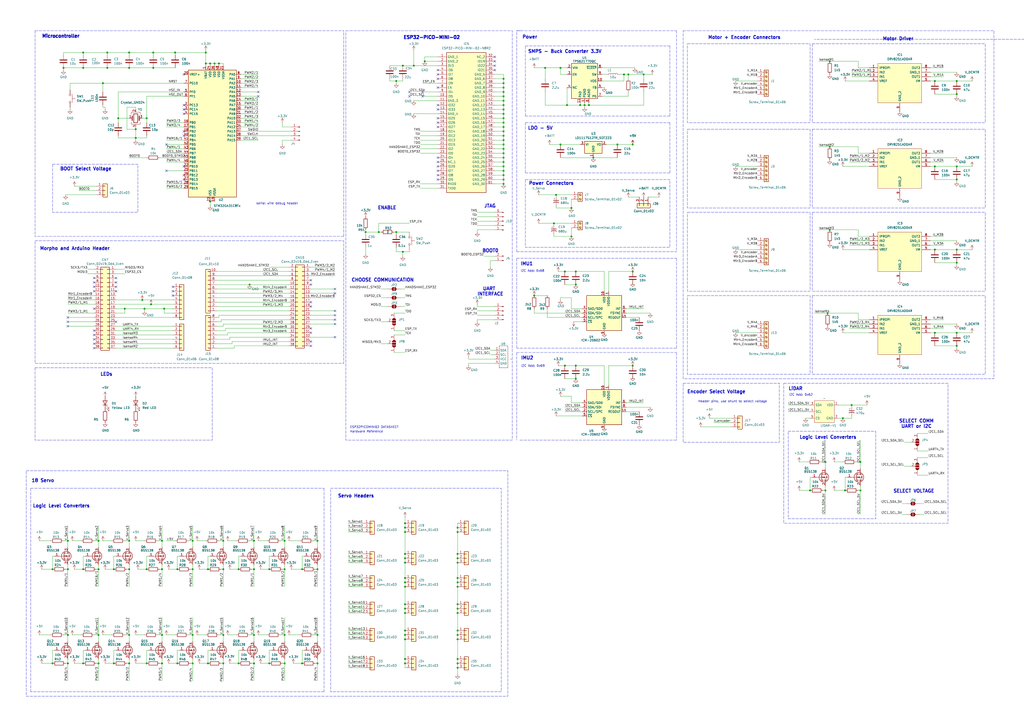
<source format=kicad_sch>
(kicad_sch (version 20231120) (generator "eeschema") (generator_version "8.0")
  (paper "A2")
  (title_block (title "ServoDriver-STM32-Board ") (date "2024-04-01") (rev "1"))
  (junction (at 316.23 39.37))
  (junction (at 229.87 46.99))
  (junction (at 66.04 384.81))
  (junction (at 292.1 88.9))
  (junction (at 85.09 330.2))
  (junction (at 93.98 330.2))
  (junction (at 265.43 350.52))
  (junction (at 542.29 144.78))
  (junction (at 373.38 43.18))
  (junction (at 57.15 368.3))
  (junction (at 88.9 39.37))
  (junction (at 265.43 323.85))
  (junction (at 102.87 384.81))
  (junction (at 233.68 146.05))
  (junction (at 265.43 340.36))
  (junction (at 102.87 330.2))
  (junction (at 74.93 330.2))
  (junction (at 82.55 173.99))
  (junction (at 542.29 193.04))
  (junction (at 344.17 91.44))
  (junction (at 39.37 330.2))
  (junction (at 336.55 60.96))
  (junction (at 129.54 313.69))
  (junction (at 478.79 267.97))
  (junction (at 554.99 96.52))
  (junction (at 129.54 368.3))
  (junction (at 292.1 81.28))
  (junction (at 74.93 30.48))
  (junction (at 265.43 306.07))
  (junction (at 554.99 104.14))
  (junction (at 234.95 321.31))
  (junction (at 120.65 330.2))
  (junction (at 68.58 68.58))
  (junction (at 265.43 365.76))
  (junction (at 292.1 91.44))
  (junction (at 234.95 306.07))
  (junction (at 265.43 355.6))
  (junction (at 292.1 106.68))
  (junction (at 292.1 48.26))
  (junction (at 309.88 171.45))
  (junction (at 554.99 144.78))
  (junction (at 72.39 179.07))
  (junction (at 341.63 60.96))
  (junction (at 85.09 68.58))
  (junction (at 292.1 63.5))
  (junction (at 184.15 313.69))
  (junction (at 101.6 30.48))
  (junction (at 234.95 382.27))
  (junction (at 265.43 335.28))
  (junction (at 292.1 104.14))
  (junction (at 165.1 330.2))
  (junction (at 127 36.83))
  (junction (at 339.09 60.96))
  (junction (at 66.04 330.2))
  (junction (at 334.01 157.48))
  (junction (at 265.43 384.81))
  (junction (at 327.66 212.09))
  (junction (at 234.95 308.61))
  (junction (at 292.1 58.42))
  (junction (at 57.15 330.2))
  (junction (at 481.33 35.56))
  (junction (at 331.47 137.16))
  (junction (at 147.32 368.3))
  (junction (at 165.1 384.81))
  (junction (at 499.11 267.97))
  (junction (at 234.95 353.06))
  (junction (at 147.32 384.81))
  (junction (at 234.95 355.6))
  (junction (at 39.37 313.69))
  (junction (at 234.95 335.28))
  (junction (at 292.1 86.36))
  (junction (at 165.1 368.3))
  (junction (at 111.76 330.2))
  (junction (at 212.09 134.62))
  (junction (at 234.95 370.84))
  (junction (at 165.1 313.69))
  (junction (at 93.98 313.69))
  (junction (at 292.1 78.74))
  (junction (at 554.99 200.66))
  (junction (at 327.66 157.48))
  (junction (at 74.93 313.69))
  (junction (at 542.29 96.52))
  (junction (at 481.33 133.35))
  (junction (at 93.98 368.3))
  (junction (at 234.95 368.3))
  (junction (at 184.15 384.81))
  (junction (at 57.15 384.81))
  (junction (at 111.76 368.3))
  (junction (at 488.95 242.57))
  (junction (at 322.58 113.03))
  (junction (at 233.68 38.1))
  (junction (at 292.1 68.58))
  (junction (at 494.03 234.95))
  (junction (at 246.38 35.56))
  (junction (at 124.46 36.83))
  (junction (at 292.1 53.34))
  (junction (at 74.93 368.3))
  (junction (at 325.12 39.37))
  (junction (at 147.32 313.69))
  (junction (at 59.69 48.26))
  (junction (at 184.15 330.2))
  (junction (at 48.26 30.48))
  (junction (at 78.74 74.93))
  (junction (at 111.76 313.69))
  (junction (at 74.93 39.37))
  (junction (at 30.48 384.81))
  (junction (at 74.93 384.81))
  (junction (at 265.43 308.61))
  (junction (at 234.95 384.81))
  (junction (at 62.23 30.48))
  (junction (at 490.22 284.48))
  (junction (at 554.99 152.4))
  (junction (at 364.49 43.18))
  (junction (at 129.54 330.2))
  (junction (at 219.71 134.62))
  (junction (at 265.43 387.35))
  (junction (at 48.26 39.37))
  (junction (at 292.1 93.98))
  (junction (at 331.47 120.65))
  (junction (at 234.95 303.53))
  (junction (at 83.82 179.07))
  (junction (at 147.32 330.2))
  (junction (at 321.31 129.54))
  (junction (at 480.06 181.61))
  (junction (at 111.76 384.81))
  (junction (at 361.95 43.18))
  (junction (at 292.1 76.2))
  (junction (at 129.54 384.81))
  (junction (at 328.93 60.96))
  (junction (at 469.9 284.48))
  (junction (at 57.15 313.69))
  (junction (at 138.43 330.2))
  (junction (at 367.03 212.09))
  (junction (at 78.74 80.01))
  (junction (at 234.95 323.85))
  (junction (at 265.43 368.3))
  (junction (at 334.01 219.71))
  (junction (at 367.03 83.82))
  (junction (at 138.43 384.81))
  (junction (at 367.03 157.48))
  (junction (at 121.92 116.84))
  (junction (at 87.63 176.53))
  (junction (at 85.09 384.81))
  (junction (at 234.95 340.36))
  (junction (at 175.26 384.81))
  (junction (at 292.1 99.06))
  (junction (at 265.43 321.31))
  (junction (at 119.38 30.48))
  (junction (at 265.43 382.27))
  (junction (at 93.98 384.81))
  (junction (at 95.25 179.07))
  (junction (at 48.26 384.81))
  (junction (at 39.37 368.3))
  (junction (at 554.99 193.04))
  (junction (at 265.43 326.39))
  (junction (at 234.95 350.52))
  (junction (at 62.23 39.37))
  (junction (at 240.03 38.1))
  (junction (at 144.78 165.1))
  (junction (at 234.95 326.39))
  (junction (at 554.99 46.99))
  (junction (at 156.21 330.2))
  (junction (at 292.1 60.96))
  (junction (at 292.1 71.12))
  (junction (at 175.26 330.2))
  (junction (at 184.15 368.3))
  (junction (at 36.83 39.37))
  (junction (at 292.1 96.52))
  (junction (at 119.38 36.83))
  (junction (at 234.95 365.76))
  (junction (at 325.12 83.82))
  (junction (at 121.92 36.83))
  (junction (at 229.87 134.62))
  (junction (at 292.1 83.82))
  (junction (at 481.33 85.09))
  (junction (at 292.1 73.66))
  (junction (at 39.37 384.81))
  (junction (at 265.43 337.82))
  (junction (at 334.01 212.09))
  (junction (at 554.99 54.61))
  (junction (at 156.21 384.81))
  (junction (at 292.1 45.72))
  (junction (at 30.48 330.2))
  (junction (at 234.95 337.82))
  (junction (at 88.9 30.48))
  (junction (at 478.79 284.48))
  (junction (at 292.1 66.04))
  (junction (at 48.26 330.2))
  (junction (at 292.1 101.6))
  (junction (at 120.65 384.81))
  (junction (at 334.01 165.1))
  (junction (at 265.43 370.84))
  (junction (at 499.11 284.48))
  (junction (at 292.1 55.88))
  (junction (at 292.1 50.8))
  (junction (at 358.14 83.82))
  (junction (at 265.43 353.06))
  (junction (at 542.29 46.99))
  (no_connect (at 180.34 175.26))
  (no_connect (at 194.31 185.42))
  (no_connect (at 287.02 40.64))
  (no_connect (at 54.61 196.85))
  (no_connect (at 254 71.12))
  (no_connect (at 254 73.66))
  (no_connect (at 287.02 35.56))
  (no_connect (at 194.31 195.58))
  (no_connect (at 194.31 167.64))
  (no_connect (at 254 43.18))
  (no_connect (at 100.33 168.91))
  (no_connect (at 149.86 55.88))
  (no_connect (at 39.37 186.69))
  (no_connect (at 180.34 193.04))
  (no_connect (at 106.68 78.74))
  (no_connect (at 245.11 55.88))
  (no_connect (at 194.31 182.88))
  (no_connect (at 67.31 168.91))
  (no_connect (at 106.68 76.2))
  (no_connect (at 100.33 171.45))
  (no_connect (at 254 50.8))
  (no_connect (at 100.33 166.37))
  (no_connect (at 106.68 63.5))
  (no_connect (at 106.68 43.18))
  (no_connect (at 54.61 191.77))
  (no_connect (at 54.61 163.83))
  (no_connect (at 180.34 162.56))
  (no_connect (at 67.31 166.37))
  (no_connect (at 180.34 165.1))
  (no_connect (at 106.68 66.04))
  (no_connect (at 67.31 161.29))
  (no_connect (at 39.37 184.15))
  (no_connect (at 254 93.98))
  (no_connect (at 254 99.06))
  (no_connect (at 54.61 179.07))
  (no_connect (at 106.68 101.6))
  (no_connect (at 194.31 187.96))
  (no_connect (at 106.68 104.14))
  (no_connect (at 254 104.14))
  (no_connect (at 194.31 170.18))
  (no_connect (at 194.31 180.34))
  (no_connect (at 254 60.96))
  (no_connect (at 287.02 33.02))
  (no_connect (at 54.61 199.39))
  (no_connect (at 237.49 53.34))
  (no_connect (at 54.61 194.31))
  (no_connect (at 106.68 60.96))
  (no_connect (at 54.61 166.37))
  (no_connect (at 254 45.72))
  (no_connect (at 106.68 96.52))
  (no_connect (at 96.52 99.06))
  (no_connect (at 54.61 161.29))
  (no_connect (at 96.52 83.82))
  (no_connect (at 54.61 168.91))
  (no_connect (at 180.34 190.5))
  (no_connect (at 149.86 53.34))
  (no_connect (at 67.31 186.69))
  (no_connect (at 254 96.52))
  (no_connect (at 54.61 201.93))
  (no_connect (at 254 91.44))
  (no_connect (at 39.37 189.23))
  (no_connect (at 67.31 163.83))
  (no_connect (at 254 63.5))
  (no_connect (at 180.34 200.66))
  (no_connect (at 245.11 53.34))
  (no_connect (at 254 40.64))
  (no_connect (at 254 101.6))
  (no_connect (at 180.34 177.8))
  (no_connect (at 180.34 198.12))
  (no_connect (at 237.49 55.88))
  (no_connect (at 254 68.58))
  (no_connect (at 287.02 38.1))
  (wire (pts (xy 128.27 185.42) (xy 167.64 185.42)))
  (wire (pts (xy 24.13 384.81) (xy 30.48 384.81)))
  (wire (pts (xy 129.54 368.3) (xy 129.54 372.11)))
  (wire (pts (xy 96.52 313.69) (xy 101.6 313.69)))
  (wire (pts (xy 125.73 170.18) (xy 167.64 170.18)))
  (wire (pts (xy 233.68 46.99) (xy 229.87 46.99)))
  (wire (pts (xy 74.93 30.48) (xy 88.9 30.48)))
  (wire (pts (xy 292.1 50.8) (xy 292.1 53.34)))
  (polyline (pts (xy 392.43 255.27) (xy 300.99 255.27)) (stroke (width 0) (type dash)))
  (wire (pts (xy 318.77 83.82) (xy 325.12 83.82)))
  (wire (pts (xy 50.8 156.21) (xy 54.61 156.21)))
  (wire (pts (xy 471.17 276.86) (xy 469.9 276.86)))
  (wire (pts (xy 91.44 313.69) (xy 93.98 313.69)))
  (polyline (pts (xy 392.43 149.86) (xy 392.43 201.93)) (stroke (width 0) (type dash)))
  (wire (pts (xy 350.52 168.91) (xy 350.52 157.48)))
  (wire (pts (xy 129.54 327.66) (xy 129.54 330.2)))
  (wire (pts (xy 73.66 330.2) (xy 74.93 330.2)))
  (wire (pts (xy 39.37 304.8) (xy 39.37 313.69)))
  (wire (pts (xy 478.79 267.97) (xy 478.79 271.78)))
  (wire (pts (xy 54.61 368.3) (xy 57.15 368.3)))
  (wire (pts (xy 321.31 129.54) (xy 321.31 130.81)))
  (wire (pts (xy 554.99 200.66) (xy 554.99 201.93)))
  (wire (pts (xy 494.03 242.57) (xy 488.95 242.57)))
  (wire (pts (xy 74.93 384.81) (xy 74.93 394.97)))
  (wire (pts (xy 276.86 180.34) (xy 287.02 180.34)))
  (wire (pts (xy 212.09 143.51) (xy 212.09 147.32)))
  (wire (pts (xy 125.73 162.56) (xy 167.64 162.56)))
  (wire (pts (xy 39.37 171.45) (xy 54.61 171.45)))
  (wire (pts (xy 367.03 163.83) (xy 367.03 165.1)))
  (wire (pts (xy 287.02 177.8) (xy 276.86 177.8)))
  (wire (pts (xy 243.84 83.82) (xy 254 83.82)))
  (wire (pts (xy 539.75 41.91) (xy 554.99 41.91)))
  (polyline (pts (xy 304.8 67.31) (xy 304.8 26.67)) (stroke (width 0) (type dash)))
  (polyline (pts (xy 199.39 137.16) (xy 20.32 137.16)) (stroke (width 0) (type dash)))
  (wire (pts (xy 36.83 30.48) (xy 48.26 30.48)))
  (wire (pts (xy 91.44 368.3) (xy 93.98 368.3)))
  (wire (pts (xy 201.93 382.27) (xy 210.82 382.27)))
  (wire (pts (xy 229.87 146.05) (xy 233.68 146.05)))
  (wire (pts (xy 139.7 73.66) (xy 149.86 73.66)))
  (wire (pts (xy 292.1 104.14) (xy 292.1 106.68)))
  (wire (pts (xy 292.1 68.58) (xy 292.1 71.12)))
  (wire (pts (xy 74.93 382.27) (xy 74.93 384.81)))
  (wire (pts (xy 67.31 189.23) (xy 100.33 189.23)))
  (wire (pts (xy 39.37 368.3) (xy 39.37 372.11)))
  (wire (pts (xy 78.74 73.66) (xy 78.74 74.93)))
  (wire (pts (xy 234.95 353.06) (xy 234.95 355.6)))
  (wire (pts (xy 184.15 358.14) (xy 184.15 368.3)))
  (wire (pts (xy 67.31 173.99) (xy 82.55 173.99)))
  (wire (pts (xy 36.83 39.37) (xy 36.83 40.64)))
  (wire (pts (xy 93.98 382.27) (xy 93.98 384.81)))
  (wire (pts (xy 271.78 207.01) (xy 271.78 208.28)))
  (wire (pts (xy 542.29 46.99) (xy 554.99 46.99)))
  (wire (pts (xy 39.37 176.53) (xy 54.61 176.53)))
  (wire (pts (xy 57.15 327.66) (xy 57.15 330.2)))
  (wire (pts (xy 162.56 313.69) (xy 165.1 313.69)))
  (wire (pts (xy 254 58.42) (xy 240.03 58.42)))
  (polyline (pts (xy 388.62 100.33) (xy 304.8 100.33)) (stroke (width 0) (type dash)))
  (wire (pts (xy 59.69 62.23) (xy 60.96 62.23)))
  (polyline (pts (xy 187.96 401.32) (xy 17.78 401.32)) (stroke (width 0) (type dash)))
  (wire (pts (xy 542.29 54.61) (xy 554.99 54.61)))
  (wire (pts (xy 284.48 151.13) (xy 284.48 154.94)))
  (wire (pts (xy 287.02 185.42) (xy 276.86 185.42)))
  (wire (pts (xy 139.7 81.28) (xy 149.86 81.28)))
  (wire (pts (xy 74.93 327.66) (xy 74.93 330.2)))
  (wire (pts (xy 292.1 66.04) (xy 287.02 66.04)))
  (wire (pts (xy 542.29 152.4) (xy 554.99 152.4)))
  (wire (pts (xy 284.48 205.74) (xy 287.02 205.74)))
  (wire (pts (xy 111.76 330.2) (xy 111.76 340.36)))
  (wire (pts (xy 129.54 382.27) (xy 129.54 384.81)))
  (wire (pts (xy 292.1 68.58) (xy 287.02 68.58)))
  (wire (pts (xy 234.95 384.81) (xy 234.95 387.35)))
  (wire (pts (xy 22.86 313.69) (xy 29.21 313.69)))
  (wire (pts (xy 478.79 281.94) (xy 478.79 284.48)))
  (wire (pts (xy 334.01 157.48) (xy 350.52 157.48)))
  (wire (pts (xy 168.91 330.2) (xy 175.26 330.2)))
  (wire (pts (xy 353.06 157.48) (xy 367.03 157.48)))
  (wire (pts (xy 292.1 63.5) (xy 287.02 63.5)))
  (wire (pts (xy 233.68 38.1) (xy 240.03 38.1)))
  (wire (pts (xy 232.41 177.8) (xy 234.95 177.8)))
  (wire (pts (xy 121.92 116.84) (xy 121.92 119.38)))
  (wire (pts (xy 181.61 313.69) (xy 184.15 313.69)))
  (wire (pts (xy 121.92 377.19) (xy 120.65 377.19)))
  (wire (pts (xy 237.49 129.54) (xy 219.71 129.54)))
  (wire (pts (xy 234.95 308.61) (xy 234.95 321.31)))
  (wire (pts (xy 276.86 125.73) (xy 287.02 125.73)))
  (wire (pts (xy 363.22 181.61) (xy 377.19 181.61)))
  (wire (pts (xy 483.87 284.48) (xy 490.22 284.48)))
  (wire (pts (xy 43.18 330.2) (xy 48.26 330.2)))
  (wire (pts (xy 163.83 384.81) (xy 165.1 384.81)))
  (wire (pts (xy 115.57 384.81) (xy 120.65 384.81)))
  (wire (pts (xy 201.93 370.84) (xy 210.82 370.84)))
  (wire (pts (xy 95.25 181.61) (xy 95.25 179.07)))
  (wire (pts (xy 523.24 292.1) (xy 525.78 292.1)))
  (wire (pts (xy 119.38 36.83) (xy 119.38 38.1)))
  (wire (pts (xy 328.93 60.96) (xy 336.55 60.96)))
  (wire (pts (xy 139.7 322.58) (xy 138.43 322.58)))
  (wire (pts (xy 180.34 180.34) (xy 194.31 180.34)))
  (wire (pts (xy 180.34 157.48) (xy 194.31 157.48)))
  (wire (pts (xy 184.15 313.69) (xy 184.15 317.5)))
  (wire (pts (xy 146.05 384.81) (xy 147.32 384.81)))
  (wire (pts (xy 533.4 298.45) (xy 535.94 298.45)))
  (wire (pts (xy 180.34 154.94) (xy 194.31 154.94)))
  (wire (pts (xy 254 33.02) (xy 246.38 33.02)))
  (wire (pts (xy 175.26 377.19) (xy 175.26 384.81)))
  (wire (pts (xy 292.1 101.6) (xy 292.1 104.14)))
  (wire (pts (xy 151.13 330.2) (xy 156.21 330.2)))
  (wire (pts (xy 504.19 88.9) (xy 497.84 88.9)))
  (wire (pts (xy 139.7 48.26) (xy 149.86 48.26)))
  (wire (pts (xy 292.1 93.98) (xy 287.02 93.98)))
  (wire (pts (xy 129.54 189.23) (xy 129.54 187.96)))
  (wire (pts (xy 331.47 179.07) (xy 331.47 172.72)))
  (wire (pts (xy 363.22 179.07) (xy 373.38 179.07)))
  (wire (pts (xy 292.1 81.28) (xy 287.02 81.28)))
  (wire (pts (xy 165.1 304.8) (xy 165.1 313.69)))
  (wire (pts (xy 344.17 91.44) (xy 358.14 91.44)))
  (wire (pts (xy 361.95 43.18) (xy 364.49 43.18)))
  (wire (pts (xy 292.1 91.44) (xy 292.1 93.98)))
  (wire (pts (xy 96.52 106.68) (xy 106.68 106.68)))
  (wire (pts (xy 426.72 144.78) (xy 439.42 144.78)))
  (wire (pts (xy 163.83 73.66) (xy 168.91 73.66)))
  (wire (pts (xy 532.13 251.46) (xy 538.48 251.46)))
  (polyline (pts (xy 17.78 283.21) (xy 17.78 401.32)) (stroke (width 0) (type dash)))
  (wire (pts (xy 331.47 229.87) (xy 325.12 229.87)))
  (wire (pts (xy 96.52 368.3) (xy 101.6 368.3)))
  (wire (pts (xy 363.22 238.76) (xy 370.84 238.76)))
  (wire (pts (xy 78.74 74.93) (xy 78.74 80.01)))
  (wire (pts (xy 147.32 330.2) (xy 147.32 340.36)))
  (wire (pts (xy 102.87 377.19) (xy 102.87 384.81)))
  (wire (pts (xy 309.88 179.07) (xy 309.88 181.61)))
  (wire (pts (xy 139.7 68.58) (xy 149.86 68.58)))
  (wire (pts (xy 88.9 39.37) (xy 101.6 39.37)))
  (wire (pts (xy 292.1 73.66) (xy 287.02 73.66)))
  (wire (pts (xy 327.66 238.76) (xy 337.82 238.76)))
  (wire (pts (xy 144.78 165.1) (xy 167.64 165.1)))
  (wire (pts (xy 67.31 377.19) (xy 66.04 377.19)))
  (wire (pts (xy 353.06 157.48) (xy 353.06 168.91)))
  (polyline (pts (xy 304.8 71.12) (xy 304.8 100.33)) (stroke (width 0) (type dash)))
  (wire (pts (xy 36.83 368.3) (xy 39.37 368.3)))
  (wire (pts (xy 504.19 137.16) (xy 497.84 137.16)))
  (wire (pts (xy 234.95 368.3) (xy 234.95 370.84)))
  (wire (pts (xy 165.1 382.27) (xy 165.1 384.81)))
  (wire (pts (xy 226.06 45.72) (xy 226.06 46.99)))
  (wire (pts (xy 180.34 185.42) (xy 194.31 185.42)))
  (wire (pts (xy 494.03 41.91) (xy 504.19 41.91)))
  (wire (pts (xy 168.91 81.28) (xy 163.83 81.28)))
  (wire (pts (xy 48.26 30.48) (xy 62.23 30.48)))
  (wire (pts (xy 499.11 281.94) (xy 499.11 284.48)))
  (wire (pts (xy 162.56 368.3) (xy 165.1 368.3)))
  (wire (pts (xy 96.52 93.98) (xy 106.68 93.98)))
  (wire (pts (xy 292.1 99.06) (xy 287.02 99.06)))
  (polyline (pts (xy 187.96 283.21) (xy 187.96 401.32)) (stroke (width 0) (type dash)))
  (wire (pts (xy 201.93 321.31) (xy 210.82 321.31)))
  (wire (pts (xy 24.13 330.2) (xy 30.48 330.2)))
  (wire (pts (xy 234.95 350.52) (xy 234.95 353.06)))
  (wire (pts (xy 139.7 58.42) (xy 149.86 58.42)))
  (polyline (pts (xy 392.43 204.47) (xy 392.43 255.27)) (stroke (width 0) (type dash)))
  (wire (pts (xy 276.86 133.35) (xy 287.02 133.35)))
  (wire (pts (xy 532.13 265.43) (xy 538.48 265.43)))
  (wire (pts (xy 321.31 135.89) (xy 321.31 137.16)))
  (wire (pts (xy 316.23 39.37) (xy 325.12 39.37)))
  (wire (pts (xy 132.08 194.31) (xy 132.08 193.04)))
  (polyline (pts (xy 299.72 201.93) (xy 300.99 201.93)) (stroke (width 0) (type dash)))
  (wire (pts (xy 292.1 96.52) (xy 287.02 96.52)))
  (wire (pts (xy 157.48 377.19) (xy 156.21 377.19)))
  (wire (pts (xy 30.48 322.58) (xy 30.48 330.2)))
  (wire (pts (xy 201.93 326.39) (xy 210.82 326.39)))
  (wire (pts (xy 492.76 187.96) (xy 504.19 187.96)))
  (wire (pts (xy 85.09 55.88) (xy 85.09 68.58)))
  (wire (pts (xy 220.98 177.8) (xy 224.79 177.8)))
  (wire (pts (xy 96.52 81.28) (xy 106.68 81.28)))
  (wire (pts (xy 331.47 172.72) (xy 325.12 172.72)))
  (wire (pts (xy 497.84 88.9) (xy 497.84 85.09)))
  (wire (pts (xy 85.09 322.58) (xy 85.09 330.2)))
  (wire (pts (xy 139.7 63.5) (xy 149.86 63.5)))
  (wire (pts (xy 201.93 387.35) (xy 210.82 387.35)))
  (wire (pts (xy 292.1 50.8) (xy 287.02 50.8)))
  (wire (pts (xy 72.39 179.07) (xy 83.82 179.07)))
  (wire (pts (xy 121.92 36.83) (xy 124.46 36.83)))
  (wire (pts (xy 40.64 52.07) (xy 40.64 48.26)))
  (wire (pts (xy 110.49 384.81) (xy 111.76 384.81)))
  (wire (pts (xy 233.68 45.72) (xy 233.68 46.99)))
  (wire (pts (xy 66.04 377.19) (xy 66.04 384.81)))
  (wire (pts (xy 480.06 181.61) (xy 497.84 181.61)))
  (wire (pts (xy 125.73 191.77) (xy 130.81 191.77)))
  (wire (pts (xy 102.87 322.58) (xy 102.87 330.2)))
  (wire (pts (xy 243.84 76.2) (xy 254 76.2)))
  (wire (pts (xy 341.63 60.96) (xy 341.63 59.69)))
  (wire (pts (xy 328.93 43.18) (xy 325.12 43.18)))
  (wire (pts (xy 30.48 377.19) (xy 30.48 384.81)))
  (wire (pts (xy 74.93 330.2) (xy 74.93 340.36)))
  (wire (pts (xy 243.84 106.68) (xy 254 106.68)))
  (wire (pts (xy 74.93 304.8) (xy 74.93 313.69)))
  (wire (pts (xy 85.09 377.19) (xy 85.09 384.81)))
  (wire (pts (xy 68.58 53.34) (xy 106.68 53.34)))
  (wire (pts (xy 364.49 43.18) (xy 364.49 45.72)))
  (wire (pts (xy 327.66 212.09) (xy 334.01 212.09)))
  (wire (pts (xy 292.1 60.96) (xy 287.02 60.96)))
  (wire (pts (xy 62.23 30.48) (xy 74.93 30.48)))
  (wire (pts (xy 55.88 330.2) (xy 57.15 330.2)))
  (wire (pts (xy 134.62 199.39) (xy 134.62 198.12)))
  (polyline (pts (xy 17.78 283.21) (xy 187.96 283.21)) (stroke (width 0) (type dash)))
  (wire (pts (xy 124.46 36.83) (xy 127 36.83)))
  (polyline (pts (xy 299.72 204.47) (xy 299.72 255.27)) (stroke (width 0) (type dash)))
  (wire (pts (xy 180.34 182.88) (xy 194.31 182.88)))
  (wire (pts (xy 138.43 322.58) (xy 138.43 330.2)))
  (wire (pts (xy 165.1 327.66) (xy 165.1 330.2)))
  (wire (pts (xy 265.43 340.36) (xy 265.43 350.52)))
  (wire (pts (xy 312.42 129.54) (xy 321.31 129.54)))
  (wire (pts (xy 463.55 267.97) (xy 468.63 267.97)))
  (wire (pts (xy 497.84 39.37) (xy 497.84 35.56)))
  (wire (pts (xy 39.37 189.23) (xy 54.61 189.23)))
  (wire (pts (xy 135.89 200.66) (xy 167.64 200.66)))
  (wire (pts (xy 125.73 180.34) (xy 167.64 180.34)))
  (wire (pts (xy 111.76 327.66) (xy 111.76 330.2)))
  (wire (pts (xy 533.4 292.1) (xy 535.94 292.1)))
  (wire (pts (xy 292.1 45.72) (xy 292.1 48.26)))
  (wire (pts (xy 54.61 313.69) (xy 57.15 313.69)))
  (wire (pts (xy 48.26 30.48) (xy 48.26 31.75)))
  (wire (pts (xy 426.72 96.52) (xy 439.42 96.52)))
  (wire (pts (xy 130.81 190.5) (xy 167.64 190.5)))
  (wire (pts (xy 499.11 267.97) (xy 499.11 271.78)))
  (wire (pts (xy 490.22 276.86) (xy 490.22 284.48)))
  (wire (pts (xy 363.22 236.22) (xy 377.19 236.22)))
  (wire (pts (xy 554.99 193.04) (xy 563.88 193.04)))
  (wire (pts (xy 60.96 384.81) (xy 66.04 384.81)))
  (wire (pts (xy 109.22 313.69) (xy 111.76 313.69)))
  (wire (pts (xy 331.47 179.07) (xy 337.82 179.07)))
  (wire (pts (xy 129.54 38.1) (xy 129.54 36.83)))
  (wire (pts (xy 287.02 151.13) (xy 284.48 151.13)))
  (wire (pts (xy 165.1 358.14) (xy 165.1 368.3)))
  (wire (pts (xy 146.05 330.2) (xy 147.32 330.2)))
  (polyline (pts (xy 388.62 67.31) (xy 304.8 67.31)) (stroke (width 0) (type dash)))
  (wire (pts (xy 22.86 368.3) (xy 29.21 368.3)))
  (wire (pts (xy 176.53 377.19) (xy 175.26 377.19)))
  (wire (pts (xy 72.39 368.3) (xy 74.93 368.3)))
  (wire (pts (xy 292.1 55.88) (xy 287.02 55.88)))
  (wire (pts (xy 494.03 44.45) (xy 504.19 44.45)))
  (wire (pts (xy 309.88 181.61) (xy 337.82 181.61)))
  (wire (pts (xy 85.09 78.74) (xy 85.09 80.01)))
  (wire (pts (xy 292.1 71.12) (xy 287.02 71.12)))
  (wire (pts (xy 163.83 81.28) (xy 163.83 83.82)))
  (wire (pts (xy 499.11 255.27) (xy 499.11 267.97)))
  (wire (pts (xy 127 182.88) (xy 167.64 182.88)))
  (wire (pts (xy 163.83 330.2) (xy 165.1 330.2)))
  (wire (pts (xy 349.25 55.88) (xy 364.49 55.88)))
  (wire (pts (xy 184.15 368.3) (xy 184.15 372.11)))
  (wire (pts (xy 67.31 322.58) (xy 66.04 322.58)))
  (wire (pts (xy 497.84 284.48) (xy 499.11 284.48)))
  (wire (pts (xy 234.95 306.07) (xy 234.95 308.61)))
  (wire (pts (xy 237.49 146.05) (xy 233.68 146.05)))
  (wire (pts (xy 201.93 335.28) (xy 210.82 335.28)))
  (wire (pts (xy 93.98 327.66) (xy 93.98 330.2)))
  (wire (pts (xy 486.41 242.57) (xy 488.95 242.57)))
  (wire (pts (xy 325.12 83.82) (xy 336.55 83.82)))
  (wire (pts (xy 31.75 377.19) (xy 30.48 377.19)))
  (wire (pts (xy 373.38 60.96) (xy 341.63 60.96)))
  (wire (pts (xy 201.93 340.36) (xy 210.82 340.36)))
  (wire (pts (xy 237.49 134.62) (xy 229.87 134.62)))
  (wire (pts (xy 292.1 53.34) (xy 287.02 53.34)))
  (wire (pts (xy 237.49 144.78) (xy 237.49 146.05)))
  (wire (pts (xy 539.75 44.45) (xy 547.37 44.45)))
  (wire (pts (xy 38.1 330.2) (xy 39.37 330.2)))
  (wire (pts (xy 284.48 203.2) (xy 287.02 203.2)))
  (wire (pts (xy 504.19 39.37) (xy 497.84 39.37)))
  (polyline (pts (xy 199.39 137.16) (xy 199.39 17.78)) (stroke (width 0) (type dash)))
  (wire (pts (xy 488.95 144.78) (xy 504.19 144.78)))
  (wire (pts (xy 78.74 313.69) (xy 83.82 313.69)))
  (wire (pts (xy 96.52 109.22) (xy 106.68 109.22)))
  (wire (pts (xy 339.09 60.96) (xy 339.09 62.23)))
  (wire (pts (xy 292.1 58.42) (xy 292.1 60.96)))
  (wire (pts (xy 134.62 198.12) (xy 167.64 198.12)))
  (wire (pts (xy 539.75 137.16) (xy 547.37 137.16)))
  (wire (pts (xy 523.24 298.45) (xy 525.78 298.45)))
  (wire (pts (xy 125.73 160.02) (xy 167.64 160.02)))
  (wire (pts (xy 182.88 384.81) (xy 184.15 384.81)))
  (wire (pts (xy 292.1 106.68) (xy 287.02 106.68)))
  (wire (pts (xy 111.76 304.8) (xy 111.76 313.69)))
  (wire (pts (xy 165.1 330.2) (xy 165.1 340.36)))
  (wire (pts (xy 476.25 267.97) (xy 478.79 267.97)))
  (wire (pts (xy 490.22 46.99) (xy 504.19 46.99)))
  (wire (pts (xy 96.52 71.12) (xy 106.68 71.12)))
  (wire (pts (xy 234.95 323.85) (xy 234.95 326.39)))
  (wire (pts (xy 353.06 212.09) (xy 353.06 223.52)))
  (wire (pts (xy 67.31 156.21) (xy 72.39 156.21)))
  (wire (pts (xy 245.11 55.88) (xy 254 55.88)))
  (wire (pts (xy 127 184.15) (xy 127 182.88)))
  (wire (pts (xy 93.98 330.2) (xy 93.98 340.36)))
  (wire (pts (xy 149.86 43.18) (xy 139.7 43.18)))
  (wire (pts (xy 292.1 91.44) (xy 287.02 91.44)))
  (wire (pts (xy 492.76 139.7) (xy 504.19 139.7)))
  (wire (pts (xy 292.1 93.98) (xy 292.1 96.52)))
  (wire (pts (xy 488.95 193.04) (xy 504.19 193.04)))
  (wire (pts (xy 492.76 142.24) (xy 504.19 142.24)))
  (wire (pts (xy 163.83 71.12) (xy 163.83 73.66)))
  (wire (pts (xy 85.09 68.58) (xy 85.09 71.12)))
  (wire (pts (xy 292.1 71.12) (xy 292.1 73.66)))
  (wire (pts (xy 96.52 86.36) (xy 106.68 86.36)))
  (wire (pts (xy 292.1 83.82) (xy 292.1 86.36)))
  (wire (pts (xy 228.6 194.31) (xy 234.95 194.31)))
  (wire (pts (xy 156.21 322.58) (xy 156.21 330.2)))
  (wire (pts (xy 132.08 313.69) (xy 137.16 313.69)))
  (polyline (pts (xy 299.72 204.47) (xy 392.43 204.47)) (stroke (width 0) (type dash)))
  (wire (pts (xy 49.53 377.19) (xy 48.26 377.19)))
  (wire (pts (xy 292.1 78.74) (xy 292.1 81.28)))
  (wire (pts (xy 86.36 322.58) (xy 85.09 322.58)))
  (wire (pts (xy 334.01 212.09) (xy 350.52 212.09)))
  (wire (pts (xy 246.38 35.56) (xy 254 35.56)))
  (wire (pts (xy 327.66 165.1) (xy 334.01 165.1)))
  (wire (pts (xy 67.31 191.77) (xy 100.33 191.77)))
  (wire (pts (xy 120.65 322.58) (xy 120.65 330.2)))
  (wire (pts (xy 474.98 133.35) (xy 481.33 133.35)))
  (wire (pts (xy 280.67 148.59) (xy 287.02 148.59)))
  (wire (pts (xy 488.95 96.52) (xy 504.19 96.52)))
  (wire (pts (xy 316.23 60.96) (xy 328.93 60.96)))
  (wire (pts (xy 104.14 377.19) (xy 102.87 377.19)))
  (wire (pts (xy 328.93 50.8) (xy 328.93 60.96)))
  (wire (pts (xy 539.75 142.24) (xy 547.37 142.24)))
  (wire (pts (xy 55.88 384.81) (xy 57.15 384.81)))
  (wire (pts (xy 111.76 313.69) (xy 111.76 317.5)))
  (wire (pts (xy 125.73 172.72) (xy 167.64 172.72)))
  (wire (pts (xy 129.54 187.96) (xy 167.64 187.96)))
  (wire (pts (xy 474.98 35.56) (xy 481.33 35.56)))
  (wire (pts (xy 265.43 365.76) (xy 265.43 368.3)))
  (wire (pts (xy 175.26 322.58) (xy 175.26 330.2)))
  (wire (pts (xy 292.1 55.88) (xy 292.1 58.42)))
  (wire (pts (xy 109.22 368.3) (xy 111.76 368.3)))
  (wire (pts (xy 201.93 306.07) (xy 210.82 306.07)))
  (wire (pts (xy 72.39 179.07) (xy 72.39 181.61)))
  (wire (pts (xy 125.73 175.26) (xy 167.64 175.26)))
  (wire (pts (xy 201.93 303.53) (xy 210.82 303.53)))
  (wire (pts (xy 96.52 83.82) (xy 106.68 83.82)))
  (wire (pts (xy 60.96 330.2) (xy 66.04 330.2)))
  (polyline (pts (xy 392.43 201.93) (xy 300.99 201.93)) (stroke (width 0) (type dash)))
  (wire (pts (xy 322.58 119.38) (xy 322.58 120.65)))
  (wire (pts (xy 130.81 191.77) (xy 130.81 190.5)))
  (wire (pts (xy 101.6 31.75) (xy 101.6 30.48)))
  (wire (pts (xy 364.49 55.88) (xy 364.49 53.34)))
  (wire (pts (xy 129.54 313.69) (xy 129.54 317.5)))
  (wire (pts (xy 322.58 113.03) (xy 331.47 113.03)))
  (wire (pts (xy 499.11 284.48) (xy 499.11 298.45)))
  (wire (pts (xy 40.64 62.23) (xy 40.64 63.5)))
  (wire (pts (xy 411.48 242.57) (xy 424.18 242.57)))
  (wire (pts (xy 139.7 53.34) (xy 149.86 53.34)))
  (wire (pts (xy 292.1 86.36) (xy 287.02 86.36)))
  (wire (pts (xy 139.7 66.04) (xy 149.86 66.04)))
  (wire (pts (xy 414.02 245.11) (xy 424.18 245.11)))
  (wire (pts (xy 41.91 368.3) (xy 46.99 368.3)))
  (wire (pts (xy 350.52 247.65) (xy 350.52 248.92)))
  (wire (pts (xy 73.66 62.23) (xy 73.66 74.93)))
  (wire (pts (xy 127 36.83) (xy 127 38.1)))
  (wire (pts (xy 524.51 270.51) (xy 528.32 270.51)))
  (wire (pts (xy 73.66 384.81) (xy 74.93 384.81)))
  (wire (pts (xy 486.41 234.95) (xy 494.03 234.95)))
  (wire (pts (xy 129.54 304.8) (xy 129.54 313.69)))
  (wire (pts (xy 39.37 313.69) (xy 39.37 317.5)))
  (wire (pts (xy 36.83 39.37) (xy 48.26 39.37)))
  (wire (pts (xy 72.39 158.75) (xy 67.31 158.75)))
  (wire (pts (xy 120.65 377.19) (xy 120.65 384.81)))
  (wire (pts (xy 542.29 104.14) (xy 554.99 104.14)))
  (wire (pts (xy 182.88 330.2) (xy 184.15 330.2)))
  (wire (pts (xy 292.1 99.06) (xy 292.1 101.6)))
  (wire (pts (xy 265.43 350.52) (xy 265.43 353.06)))
  (wire (pts (xy 426.72 46.99) (xy 439.42 46.99)))
  (wire (pts (xy 276.86 128.27) (xy 287.02 128.27)))
  (wire (pts (xy 265.43 326.39) (xy 265.43 335.28)))
  (wire (pts (xy 127 368.3) (xy 129.54 368.3)))
  (wire (pts (xy 139.7 60.96) (xy 149.86 60.96)))
  (wire (pts (xy 74.93 68.58) (xy 68.58 68.58)))
  (wire (pts (xy 67.31 184.15) (xy 100.33 184.15)))
  (wire (pts (xy 57.15 313.69) (xy 57.15 317.5)))
  (wire (pts (xy 426.72 193.04) (xy 439.42 193.04)))
  (wire (pts (xy 72.39 181.61) (xy 67.31 181.61)))
  (wire (pts (xy 57.15 358.14) (xy 57.15 368.3)))
  (wire (pts (xy 87.63 176.53) (xy 100.33 176.53)))
  (wire (pts (xy 165.1 368.3) (xy 165.1 372.11)))
  (wire (pts (xy 139.7 76.2) (xy 168.91 76.2)))
  (wire (pts (xy 276.86 185.42) (xy 276.86 186.69)))
  (wire (pts (xy 325.12 91.44) (xy 344.17 91.44)))
  (wire (pts (xy 336.55 59.69) (xy 336.55 60.96)))
  (wire (pts (xy 167.64 313.69) (xy 173.99 313.69)))
  (wire (pts (xy 265.43 303.53) (xy 265.43 306.07)))
  (wire (pts (xy 139.7 55.88) (xy 149.86 55.88)))
  (wire (pts (xy 243.84 88.9) (xy 254 88.9)))
  (wire (pts (xy 494.03 241.3) (xy 494.03 242.57)))
  (wire (pts (xy 82.55 173.99) (xy 100.33 173.99)))
  (wire (pts (xy 36.83 31.75) (xy 36.83 30.48)))
  (wire (pts (xy 83.82 179.07) (xy 95.25 179.07)))
  (wire (pts (xy 151.13 384.81) (xy 156.21 384.81)))
  (polyline (pts (xy 299.72 146.05) (xy 392.43 146.05)) (stroke (width 0) (type dash)))
  (wire (pts (xy 317.5 184.15) (xy 337.82 184.15)))
  (wire (pts (xy 180.34 195.58) (xy 194.31 195.58)))
  (wire (pts (xy 139.7 71.12) (xy 149.86 71.12)))
  (wire (pts (xy 149.86 313.69) (xy 154.94 313.69)))
  (wire (pts (xy 170.18 384.81) (xy 175.26 384.81)))
  (wire (pts (xy 57.15 382.27) (xy 57.15 384.81)))
  (wire (pts (xy 111.76 358.14) (xy 111.76 368.3)))
  (wire (pts (xy 48.26 39.37) (xy 62.23 39.37)))
  (polyline (pts (xy 20.32 17.78) (xy 20.32 137.16)) (stroke (width 0) (type dash)))
  (wire (pts (xy 361.95 46.99) (xy 361.95 43.18)))
  (wire (pts (xy 229.87 46.99) (xy 226.06 46.99)))
  (wire (pts (xy 165.1 384.81) (xy 165.1 394.97)))
  (wire (pts (xy 115.57 330.2) (xy 120.65 330.2)))
  (wire (pts (xy 554.99 54.61) (xy 554.99 55.88)))
  (wire (pts (xy 68.58 68.58) (xy 68.58 71.12)))
  (wire (pts (xy 220.98 186.69) (xy 224.79 186.69)))
  (polyline (pts (xy 304.8 26.67) (xy 388.62 26.67)) (stroke (width 0) (type dash)))
  (wire (pts (xy 331.47 233.68) (xy 337.82 233.68)))
  (wire (pts (xy 539.75 39.37) (xy 547.37 39.37)))
  (wire (pts (xy 287.02 210.82) (xy 271.78 210.82)))
  (wire (pts (xy 245.11 48.26) (xy 254 48.26)))
  (wire (pts (xy 184.15 384.81) (xy 184.15 394.97)))
  (wire (pts (xy 139.7 377.19) (xy 138.43 377.19)))
  (wire (pts (xy 539.75 187.96) (xy 554.99 187.96)))
  (wire (pts (xy 373.38 43.18) (xy 373.38 45.72)))
  (wire (pts (xy 39.37 327.66) (xy 39.37 330.2)))
  (wire (pts (xy 373.38 53.34) (xy 373.38 60.96)))
  (wire (pts (xy 292.1 60.96) (xy 292.1 63.5)))
  (wire (pts (xy 292.1 48.26) (xy 292.1 50.8)))
  (polyline (pts (xy 392.43 17.78) (xy 392.43 146.05)) (stroke (width 0) (type dash)))
  (wire (pts (xy 229.87 134.62) (xy 228.6 134.62)))
  (wire (pts (xy 39.37 358.14) (xy 39.37 368.3)))
  (wire (pts (xy 180.34 187.96) (xy 194.31 187.96)))
  (wire (pts (xy 322.58 114.3) (xy 322.58 113.03)))
  (wire (pts (xy 86.36 377.19) (xy 85.09 377.19)))
  (wire (pts (xy 350.52 223.52) (xy 350.52 212.09)))
  (wire (pts (xy 265.43 368.3) (xy 265.43 370.84)))
  (wire (pts (xy 481.33 133.35) (xy 497.84 133.35)))
  (wire (pts (xy 364.49 114.3) (xy 370.84 114.3)))
  (wire (pts (xy 144.78 368.3) (xy 147.32 368.3)))
  (wire (pts (xy 62.23 39.37) (xy 74.93 39.37)))
  (wire (pts (xy 147.32 327.66) (xy 147.32 330.2)))
  (wire (pts (xy 127 313.69) (xy 129.54 313.69)))
  (wire (pts (xy 67.31 201.93) (xy 100.33 201.93)))
  (wire (pts (xy 92.71 384.81) (xy 93.98 384.81)))
  (wire (pts (xy 234.95 326.39) (xy 234.95 335.28)))
  (wire (pts (xy 93.98 368.3) (xy 93.98 372.11)))
  (wire (pts (xy 147.32 384.81) (xy 147.32 394.97)))
  (wire (pts (xy 309.88 171.45) (xy 317.5 171.45)))
  (wire (pts (xy 97.79 384.81) (xy 102.87 384.81)))
  (wire (pts (xy 74.93 30.48) (xy 74.93 31.75)))
  (wire (pts (xy 472.44 181.61) (xy 480.06 181.61)))
  (wire (pts (xy 276.86 123.19) (xy 287.02 123.19)))
  (wire (pts (xy 220.98 134.62) (xy 219.71 134.62)))
  (wire (pts (xy 80.01 330.2) (xy 85.09 330.2)))
  (wire (pts (xy 67.31 176.53) (xy 87.63 176.53)))
  (wire (pts (xy 147.32 368.3) (xy 147.32 372.11)))
  (wire (pts (xy 539.75 185.42) (xy 547.37 185.42)))
  (wire (pts (xy 478.79 255.27) (xy 478.79 267.97)))
  (wire (pts (xy 292.1 73.66) (xy 292.1 76.2)))
  (wire (pts (xy 125.73 186.69) (xy 128.27 186.69)))
  (wire (pts (xy 201.93 355.6) (xy 210.82 355.6)))
  (wire (pts (xy 96.52 73.66) (xy 106.68 73.66)))
  (wire (pts (xy 481.33 35.56) (xy 497.84 35.56)))
  (wire (pts (xy 88.9 30.48) (xy 88.9 31.75)))
  (wire (pts (xy 363.22 184.15) (xy 370.84 184.15)))
  (wire (pts (xy 147.32 313.69) (xy 147.32 317.5)))
  (wire (pts (xy 539.75 139.7) (xy 554.99 139.7)))
  (wire (pts (xy 165.1 313.69) (xy 165.1 317.5)))
  (wire (pts (xy 539.75 91.44) (xy 554.99 91.44)))
  (wire (pts (xy 292.1 88.9) (xy 287.02 88.9)))
  (wire (pts (xy 220.98 167.64) (xy 224.79 167.64)))
  (wire (pts (xy 129.54 358.14) (xy 129.54 368.3)))
  (wire (pts (xy 265.43 321.31) (xy 265.43 323.85)))
  (wire (pts (xy 96.52 88.9) (xy 106.68 88.9)))
  (wire (pts (xy 292.1 104.14) (xy 287.02 104.14)))
  (wire (pts (xy 539.75 144.78) (xy 542.29 144.78)))
  (wire (pts (xy 539.75 46.99) (xy 542.29 46.99)))
  (wire (pts (xy 201.93 308.61) (xy 210.82 308.61)))
  (wire (pts (xy 542.29 200.66) (xy 554.99 200.66)))
  (wire (pts (xy 467.36 242.57) (xy 469.9 242.57)))
  (wire (pts (xy 292.1 63.5) (xy 292.1 66.04)))
  (wire (pts (xy 111.76 368.3) (xy 111.76 372.11)))
  (wire (pts (xy 39.37 382.27) (xy 39.37 384.81)))
  (polyline (pts (xy 299.72 17.78) (xy 302.26 17.78)))
  (wire (pts (xy 201.93 323.85) (xy 210.82 323.85)))
  (wire (pts (xy 350.52 193.04) (xy 350.52 194.31)))
  (wire (pts (xy 539.75 96.52) (xy 542.29 96.52)))
  (wire (pts (xy 114.3 368.3) (xy 119.38 368.3)))
  (wire (pts (xy 125.73 157.48) (xy 167.64 157.48)))
  (wire (pts (xy 139.7 50.8) (xy 149.86 50.8)))
  (wire (pts (xy 323.85 212.09) (xy 327.66 212.09)))
  (wire (pts (xy 494.03 234.95) (xy 502.92 234.95)))
  (polyline (pts (xy 299.72 149.86) (xy 392.43 149.86)) (stroke (width 0) (type dash)))
  (wire (pts (xy 49.53 322.58) (xy 48.26 322.58)))
  (wire (pts (xy 72.39 179.07) (xy 67.31 179.07)))
  (wire (pts (xy 554.99 96.52) (xy 563.88 96.52)))
  (wire (pts (xy 234.95 299.72) (xy 234.95 303.53)))
  (wire (pts (xy 532.13 261.62) (xy 538.48 261.62)))
  (wire (pts (xy 180.34 167.64) (xy 194.31 167.64)))
  (wire (pts (xy 351.79 83.82) (xy 358.14 83.82)))
  (wire (pts (xy 339.09 60.96) (xy 339.09 59.69)))
  (wire (pts (xy 41.91 313.69) (xy 46.99 313.69)))
  (wire (pts (xy 128.27 330.2) (xy 129.54 330.2)))
  (wire (pts (xy 474.98 85.09) (xy 481.33 85.09)))
  (wire (pts (xy 246.38 33.02) (xy 246.38 35.56)))
  (wire (pts (xy 121.92 36.83) (xy 121.92 38.1)))
  (wire (pts (xy 492.76 190.5) (xy 504.19 190.5)))
  (wire (pts (xy 349.25 50.8) (xy 350.52 50.8)))
  (wire (pts (xy 62.23 30.48) (xy 62.23 31.75)))
  (wire (pts (xy 276.86 133.35) (xy 276.86 134.62)))
  (wire (pts (xy 234.95 370.84) (xy 234.95 382.27)))
  (wire (pts (xy 325.12 172.72) (xy 325.12 173.99)))
  (wire (pts (xy 101.6 30.48) (xy 119.38 30.48)))
  (wire (pts (xy 373.38 43.18) (xy 378.46 43.18)))
  (wire (pts (xy 114.3 313.69) (xy 119.38 313.69)))
  (wire (pts (xy 367.03 218.44) (xy 367.03 219.71)))
  (wire (pts (xy 125.73 165.1) (xy 144.78 165.1)))
  (wire (pts (xy 68.58 80.01) (xy 78.74 80.01)))
  (wire (pts (xy 243.84 81.28) (xy 254 81.28)))
  (polyline (pts (xy 388.62 71.12) (xy 388.62 100.33)) (stroke (width 0) (type dash)))
  (wire (pts (xy 331.47 120.65) (xy 331.47 115.57)))
  (wire (pts (xy 234.95 365.76) (xy 234.95 368.3)))
  (wire (pts (xy 39.37 384.81) (xy 39.37 394.97)))
  (wire (pts (xy 233.68 146.05) (xy 233.68 148.59)))
  (wire (pts (xy 265.43 337.82) (xy 265.43 340.36)))
  (wire (pts (xy 265.43 370.84) (xy 265.43 382.27)))
  (wire (pts (xy 497.84 185.42) (xy 497.84 181.61)))
  (wire (pts (xy 234.95 303.53) (xy 234.95 306.07)))
  (wire (pts (xy 219.71 129.54) (xy 219.71 134.62)))
  (wire (pts (xy 234.95 321.31) (xy 234.95 323.85)))
  (wire (pts (xy 184.15 330.2) (xy 184.15 340.36)))
  (wire (pts (xy 463.55 284.48) (xy 469.9 284.48)))
  (wire (pts (xy 243.84 78.74) (xy 254 78.74)))
  (wire (pts (xy 364.49 43.18) (xy 373.38 43.18)))
  (wire (pts (xy 265.43 353.06) (xy 265.43 355.6)))
  (wire (pts (xy 327.66 157.48) (xy 334.01 157.48)))
  (wire (pts (xy 156.21 377.19) (xy 156.21 384.81)))
  (wire (pts (xy 292.1 96.52) (xy 292.1 99.06)))
  (wire (pts (xy 201.93 384.81) (xy 210.82 384.81)))
  (wire (pts (xy 321.31 129.54) (xy 331.47 129.54)))
  (wire (pts (xy 104.14 322.58) (xy 102.87 322.58)))
  (wire (pts (xy 39.37 184.15) (xy 54.61 184.15)))
  (wire (pts (xy 292.1 53.34) (xy 292.1 55.88)))
  (wire (pts (xy 138.43 377.19) (xy 138.43 384.81)))
  (wire (pts (xy 78.74 63.5) (xy 78.74 62.23)))
  (wire (pts (xy 292.1 66.04) (xy 292.1 68.58)))
  (wire (pts (xy 59.69 368.3) (xy 64.77 368.3)))
  (wire (pts (xy 96.52 99.06) (xy 106.68 99.06)))
  (wire (pts (xy 243.84 109.22) (xy 254 109.22)))
  (wire (pts (xy 82.55 68.58) (xy 85.09 68.58)))
  (wire (pts (xy 353.06 212.09) (xy 367.03 212.09)))
  (wire (pts (xy 78.74 80.01) (xy 85.09 80.01)))
  (wire (pts (xy 67.31 199.39) (xy 100.33 199.39)))
  (wire (pts (xy 226.06 38.1) (xy 233.68 38.1)))
  (wire (pts (xy 184.15 327.66) (xy 184.15 330.2)))
  (wire (pts (xy 201.93 350.52) (xy 210.82 350.52)))
  (wire (pts (xy 276.86 176.53) (xy 276.86 177.8)))
  (wire (pts (xy 133.35 195.58) (xy 167.64 195.58)))
  (wire (pts (xy 78.74 80.01) (xy 78.74 81.28)))
  (wire (pts (xy 322.58 120.65) (xy 331.47 120.65)))
  (wire (pts (xy 292.1 83.82) (xy 287.02 83.82)))
  (wire (pts (xy 219.71 134.62) (xy 212.09 134.62)))
  (wire (pts (xy 57.15 330.2) (xy 57.15 340.36)))
  (wire (pts (xy 110.49 330.2) (xy 111.76 330.2)))
  (wire (pts (xy 265.43 382.27) (xy 265.43 384.81)))
  (wire (pts (xy 554.99 144.78) (xy 563.88 144.78)))
  (wire (pts (xy 322.58 241.3) (xy 337.82 241.3)))
  (wire (pts (xy 43.18 384.81) (xy 48.26 384.81)))
  (wire (pts (xy 57.15 368.3) (xy 57.15 372.11)))
  (wire (pts (xy 125.73 199.39) (xy 134.62 199.39)))
  (wire (pts (xy 212.09 135.89) (xy 212.09 134.62)))
  (wire (pts (xy 59.69 313.69) (xy 64.77 313.69)))
  (wire (pts (xy 265.43 306.07) (xy 265.43 308.61)))
  (wire (pts (xy 457.2 238.76) (xy 469.9 238.76)))
  (wire (pts (xy 243.84 86.36) (xy 254 86.36)))
  (wire (pts (xy 67.31 194.31) (xy 100.33 194.31)))
  (wire (pts (xy 332.74 186.69) (xy 337.82 186.69)))
  (wire (pts (xy 496.57 267.97) (xy 499.11 267.97)))
  (wire (pts (xy 83.82 179.07) (xy 83.82 180.34)))
  (wire (pts (xy 66.04 322.58) (xy 66.04 330.2)))
  (wire (pts (xy 542.29 193.04) (xy 554.99 193.04)))
  (wire (pts (xy 43.18 107.95) (xy 55.88 107.95)))
  (wire (pts (xy 367.03 83.82) (xy 358.14 83.82)))
  (wire (pts (xy 92.71 330.2) (xy 93.98 330.2)))
  (wire (pts (xy 133.35 330.2) (xy 138.43 330.2)))
  (wire (pts (xy 78.74 62.23) (xy 73.66 62.23)))
  (wire (pts (xy 292.1 81.28) (xy 292.1 83.82)))
  (wire (pts (xy 524.51 256.54) (xy 528.32 256.54)))
  (wire (pts (xy 331.47 137.16) (xy 331.47 132.08)))
  (wire (pts (xy 72.39 313.69) (xy 74.93 313.69)))
  (wire (pts (xy 234.95 337.82) (xy 234.95 340.36)))
  (wire (pts (xy 323.85 157.48) (xy 327.66 157.48)))
  (wire (pts (xy 38.1 113.03) (xy 55.88 113.03)))
  (wire (pts (xy 149.86 368.3) (xy 154.94 368.3)))
  (wire (pts (xy 88.9 30.48) (xy 101.6 30.48)))
  (wire (pts (xy 336.55 60.96) (xy 339.09 60.96)))
  (wire (pts (xy 234.95 382.27) (xy 234.95 384.81)))
  (wire (pts (xy 36.83 313.69) (xy 39.37 313.69)))
  (wire (pts (xy 265.43 387.35) (xy 265.43 391.16)))
  (wire (pts (xy 156.21 154.94) (xy 167.64 154.94)))
  (wire (pts (xy 229.87 134.62) (xy 229.87 135.89)))
  (wire (pts (xy 240.03 38.1) (xy 254 38.1)))
  (wire (pts (xy 78.74 368.3) (xy 83.82 368.3)))
  (wire (pts (xy 100.33 181.61) (xy 95.25 181.61)))
  (wire (pts (xy 312.42 113.03) (xy 322.58 113.03)))
  (wire (pts (xy 128.27 384.81) (xy 129.54 384.81)))
  (wire (pts (xy 48.26 322.58) (xy 48.26 330.2)))
  (wire (pts (xy 309.88 39.37) (xy 316.23 39.37)))
  (wire (pts (xy 121.92 322.58) (xy 120.65 322.58)))
  (wire (pts (xy 325.12 43.18) (xy 325.12 39.37)))
  (wire (pts (xy 276.86 182.88) (xy 287.02 182.88)))
  (wire (pts (xy 292.1 76.2) (xy 287.02 76.2)))
  (wire (pts (xy 167.64 368.3) (xy 173.99 368.3)))
  (wire (pts (xy 327.66 219.71) (xy 334.01 219.71)))
  (wire (pts (xy 93.98 304.8) (xy 93.98 313.69)))
  (wire (pts (xy 292.1 76.2) (xy 292.1 78.74)))
  (wire (pts (xy 492.76 93.98) (xy 504.19 93.98)))
  (polyline (pts (xy 651.51 22.86) (xy 472.44 22.86)) (stroke (width 0) (type dash)))
  (wire (pts (xy 228.6 191.77) (xy 234.95 191.77)))
  (wire (pts (xy 240.03 66.04) (xy 254 66.04)))
  (wire (pts (xy 234.95 335.28) (xy 234.95 337.82)))
  (wire (pts (xy 229.87 46.99) (xy 229.87 48.26)))
  (wire (pts (xy 57.15 304.8) (xy 57.15 313.69)))
  (wire (pts (xy 271.78 208.28) (xy 287.02 208.28)))
  (wire (pts (xy 276.86 130.81) (xy 287.02 130.81)))
  (wire (pts (xy 60.96 62.23) (xy 60.96 63.5)))
  (wire (pts (xy 129.54 330.2) (xy 129.54 340.36)))
  (wire (pts (xy 321.31 137.16) (xy 331.47 137.16)))
  (polyline (pts (xy 299.72 146.05) (xy 299.72 17.78)) (stroke (width 0) (type dash)))
  (wire (pts (xy 67.31 196.85) (xy 100.33 196.85)))
  (wire (pts (xy 316.23 39.37) (xy 316.23 45.72)))
  (wire (pts (xy 50.8 158.75) (xy 54.61 158.75)))
  (wire (pts (xy 157.48 322.58) (xy 156.21 322.58)))
  (wire (pts (xy 176.53 322.58) (xy 175.26 322.58)))
  (wire (pts (xy 133.35 384.81) (xy 138.43 384.81)))
  (wire (pts (xy 497.84 137.16) (xy 497.84 133.35)))
  (wire (pts (xy 111.76 382.27) (xy 111.76 384.81)))
  (wire (pts (xy 232.41 167.64) (xy 234.95 167.64)))
  (wire (pts (xy 532.13 275.59) (xy 538.48 275.59)))
  (wire (pts (xy 38.1 384.81) (xy 39.37 384.81)))
  (wire (pts (xy 201.93 337.82) (xy 210.82 337.82)))
  (wire (pts (xy 133.35 196.85) (xy 133.35 195.58)))
  (wire (pts (xy 220.98 172.72) (xy 224.79 172.72)))
  (wire (pts (xy 349.25 43.18) (xy 351.79 43.18)))
  (wire (pts (xy 129.54 36.83) (xy 127 36.83)))
  (wire (pts (xy 292.1 43.18) (xy 287.02 43.18)))
  (wire (pts (xy 125.73 184.15) (xy 127 184.15)))
  (wire (pts (xy 539.75 88.9) (xy 547.37 88.9)))
  (wire (pts (xy 125.73 196.85) (xy 133.35 196.85)))
  (wire (pts (xy 125.73 189.23) (xy 129.54 189.23)))
  (wire (pts (xy 39.37 181.61) (xy 54.61 181.61)))
  (wire (pts (xy 542.29 144.78) (xy 554.99 144.78)))
  (polyline (pts (xy 388.62 26.67) (xy 388.62 67.31)) (stroke (width 0) (type dash)))
  (wire (pts (xy 363.22 233.68) (xy 373.38 233.68)))
  (wire (pts (xy 265.43 308.61) (xy 265.43 321.31)))
  (wire (pts (xy 48.26 377.19) (xy 48.26 384.81)))
  (wire (pts (xy 201.93 368.3) (xy 210.82 368.3)))
  (wire (pts (xy 59.69 60.96) (xy 59.69 62.23)))
  (wire (pts (xy 92.71 91.44) (xy 106.68 91.44)))
  (wire (pts (xy 147.32 382.27) (xy 147.32 384.81)))
  (wire (pts (xy 93.98 358.14) (xy 93.98 368.3)))
  (wire (pts (xy 494.03 234.95) (xy 494.03 236.22)))
  (wire (pts (xy 212.09 133.35) (xy 212.09 134.62)))
  (wire (pts (xy 128.27 186.69) (xy 128.27 185.42)))
  (wire (pts (xy 68.58 78.74) (xy 68.58 80.01)))
  (wire (pts (xy 129.54 384.81) (xy 129.54 394.97)))
  (polyline (pts (xy 299.72 149.86) (xy 299.72 201.93)) (stroke (width 0) (type dash)))
  (wire (pts (xy 220.98 199.39) (xy 224.79 199.39)))
  (wire (pts (xy 73.66 74.93) (xy 78.74 74.93)))
  (wire (pts (xy 359.41 43.18) (xy 361.95 43.18)))
  (wire (pts (xy 181.61 368.3) (xy 184.15 368.3)))
  (wire (pts (xy 229.87 143.51) (xy 229.87 146.05)))
  (wire (pts (xy 78.74 384.81) (xy 85.09 384.81)))
  (wire (pts (xy 327.66 236.22) (xy 337.82 236.22)))
  (wire (pts (xy 74.93 358.14) (xy 74.93 368.3)))
  (wire (pts (xy 132.08 193.04) (xy 167.64 193.04)))
  (wire (pts (xy 469.9 276.86) (xy 469.9 284.48)))
  (wire (pts (xy 119.38 36.83) (xy 121.92 36.83)))
  (wire (pts (xy 234.95 340.36) (xy 234.95 350.52)))
  (wire (pts (xy 93.98 313.69) (xy 93.98 317.5)))
  (wire (pts (xy 93.98 384.81) (xy 93.98 394.97)))
  (wire (pts (xy 292.1 45.72) (xy 287.02 45.72)))
  (wire (pts (xy 180.34 160.02) (xy 194.31 160.02)))
  (wire (pts (xy 542.29 96.52) (xy 554.99 96.52)))
  (wire (pts (xy 139.7 45.72) (xy 149.86 45.72)))
  (polyline (pts (xy 304.8 71.12) (xy 388.62 71.12)) (stroke (width 0) (type dash)))
  (wire (pts (xy 125.73 194.31) (xy 132.08 194.31)))
  (wire (pts (xy 331.47 233.68) (xy 331.47 229.87)))
  (wire (pts (xy 483.87 267.97) (xy 488.95 267.97)))
  (wire (pts (xy 292.1 58.42) (xy 287.02 58.42)))
  (wire (pts (xy 292.1 78.74) (xy 287.02 78.74)))
  (wire (pts (xy 234.95 172.72) (xy 232.41 172.72)))
  (wire (pts (xy 292.1 88.9) (xy 292.1 91.44)))
  (wire (pts (xy 139.7 78.74) (xy 168.91 78.74)))
  (wire (pts (xy 504.19 185.42) (xy 497.84 185.42)))
  (wire (pts (xy 59.69 48.26) (xy 59.69 53.34)))
  (wire (pts (xy 325.12 39.37) (xy 328.93 39.37)))
  (wire (pts (xy 349.25 39.37) (xy 368.3 39.37)))
  (wire (pts (xy 265.43 384.81) (xy 265.43 387.35)))
  (wire (pts (xy 147.32 358.14) (xy 147.32 368.3)))
  (wire (pts (xy 234.95 355.6) (xy 234.95 365.76)))
  (wire (pts (xy 478.79 284.48) (xy 478.79 298.45)))
  (wire (pts (xy 119.38 30.48) (xy 119.38 29.21)))
  (wire (pts (xy 125.73 201.93) (xy 135.89 201.93)))
  (wire (pts (xy 265.43 323.85) (xy 265.43 326.39)))
  (wire (pts (xy 68.58 68.58) (xy 68.58 53.34)))
  (wire (pts (xy 317.5 179.07) (xy 317.5 184.15)))
  (wire (pts (xy 271.78 210.82) (xy 271.78 212.09)))
  (wire (pts (xy 40.64 48.26) (xy 59.69 48.26)))
  (wire (pts (xy 406.4 247.65) (xy 424.18 247.65)))
  (wire (pts (xy 125.73 177.8) (xy 167.64 177.8)))
  (wire (pts (xy 74.93 39.37) (xy 88.9 39.37)))
  (wire (pts (xy 31.75 322.58) (xy 30.48 322.58)))
  (wire (pts (xy 39.37 330.2) (xy 39.37 340.36)))
  (wire (pts (xy 292.1 86.36) (xy 292.1 88.9)))
  (wire (pts (xy 74.93 91.44) (xy 85.09 91.44)))
  (wire (pts (xy 316.23 53.34) (xy 316.23 60.96)))
  (wire (pts (xy 265.43 355.6) (xy 265.43 365.76)))
  (wire (pts (xy 539.75 190.5) (xy 547.37 190.5)))
  (wire (pts (xy 57.15 384.81) (xy 57.15 394.97)))
  (wire (pts (xy 74.93 313.69) (xy 74.93 317.5)))
  (wire (pts (xy 539.75 193.04) (xy 542.29 193.04)))
  (wire (pts (xy 339.09 60.96) (xy 341.63 60.96)))
  (wire (pts (xy 539.75 93.98) (xy 547.37 93.98)))
  (wire (pts (xy 457.2 234.95) (xy 469.9 234.95)))
  (wire (pts (xy 39.37 186.69) (xy 54.61 186.69)))
  (wire (pts (xy 95.25 179.07) (xy 100.33 179.07)))
  (wire (pts (xy 132.08 368.3) (xy 137.16 368.3)))
  (wire (pts (xy 184.15 304.8) (xy 184.15 313.69)))
  (wire (pts (xy 121.92 116.84) (xy 124.46 116.84)))
  (wire (pts (xy 39.37 173.99) (xy 54.61 173.99)))
  (wire (pts (xy 201.93 365.76) (xy 210.82 365.76)))
  (polyline (pts (xy 20.32 17.78) (xy 199.39 17.78)) (stroke (width 0) (type dash)))
  (wire (pts (xy 554.99 46.99) (xy 563.88 46.99)))
  (wire (pts (xy 491.49 276.86) (xy 490.22 276.86)))
  (wire (pts (xy 240.03 29.21) (xy 240.03 38.1)))
  (wire (pts (xy 135.89 201.93) (xy 135.89 200.66)))
  (wire (pts (xy 292.1 48.26) (xy 287.02 48.26)))
  (wire (pts (xy 74.93 368.3) (xy 74.93 372.11)))
  (wire (pts (xy 144.78 313.69) (xy 147.32 313.69)))
  (polyline (pts (xy 299.72 17.78) (xy 392.43 17.78)) (stroke (width 0) (type dash)))
  (wire (pts (xy 201.93 353.06) (xy 210.82 353.06)))
  (wire (pts (xy 481.33 85.09) (xy 497.84 85.09)))
  (wire (pts (xy 382.27 114.3) (xy 375.92 114.3)))
  (wire (pts (xy 477.52 284.48) (xy 478.79 284.48)))
  (wire (pts (xy 124.46 36.83) (xy 124.46 38.1)))
  (wire (pts (xy 85.09 55.88) (xy 106.68 55.88)))
  (wire (pts (xy 292.1 101.6) (xy 287.02 101.6)))
  (wire (pts (xy 147.32 304.8) (xy 147.32 313.69)))
  (wire (pts (xy 180.34 172.72) (xy 194.31 172.72)))
  (wire (pts (xy 554.99 152.4) (xy 554.99 153.67)))
  (polyline (pts (xy 320.04 -92.71) (xy 200.66 -92.71)) (stroke (width 0) (type dash)))
  (wire (pts (xy 245.11 53.34) (xy 254 53.34)))
  (wire (pts (xy 111.76 384.81) (xy 111.76 394.97)))
  (wire (pts (xy 119.38 30.48) (xy 119.38 36.83)))
  (wire (pts (xy 492.76 91.44) (xy 504.19 91.44)))
  (wire (pts (xy 184.15 382.27) (xy 184.15 384.81)))
  (wire (pts (xy 292.1 43.18) (xy 292.1 45.72)))
  (wire (pts (xy 125.73 167.64) (xy 167.64 167.64)))
  (wire (pts (xy 228.6 204.47) (xy 234.95 204.47)))
  (wire (pts (xy 97.79 330.2) (xy 102.87 330.2)))
  (wire (pts (xy 349.25 46.99) (xy 361.95 46.99)))
  (wire (pts (xy 59.69 48.26) (xy 106.68 48.26)))
  (wire (pts (xy 180.34 170.18) (xy 194.31 170.18)))
  (wire (pts (xy 228.6 181.61) (xy 234.95 181.61)))
  (wire (pts (xy 45.72 110.49) (xy 55.88 110.49)))
  (wire (pts (xy 554.99 104.14) (xy 554.99 105.41)))
  (wire (pts (xy 265.43 335.28) (xy 265.43 337.82)))
  (rectangle (start 574.04 219.71) (end 574.04 219.71))
  (rectangle (start 398.78 25.4) (end 469.9 71.12) (stroke (width 0) (type dash)))
  (rectangle (start 398.78 123.19) (end 469.9 168.91) (stroke (width 0) (type dash)))
  (rectangle (start 200.66 17.78) (end 297.18 255.27) (stroke (width 0) (type dash)))
  (rectangle (start 396.24 17.78) (end 576.58 219.71) (stroke (width 0) (type dash)))
  (rectangle (start 30.48 95.25) (end 80.01 123.19) (stroke (width 0) (type dash)))
  (rectangle (start 396.24 222.25) (end 452.12 256.54) (stroke (width 0) (type dash)))
  (rectangle (start 454.66 222.25) (end 549.91 303.53) (stroke (width 0) (type dash)))
  (rectangle (start 304.8 104.14) (end 388.62 143.51) (stroke (width 0) (type dash)))
  (rectangle (start 471.17 171.45) (end 571.5 217.17) (stroke (width 0) (type dash)))
  (rectangle (start 20.32 213.36) (end 123.19 255.27) (stroke (width 0) (type dash)))
  (rectangle (start 398.78 171.45) (end 469.9 217.17) (stroke (width 0) (type dash)))
  (rectangle (start 471.17 123.19) (end 571.5 168.91) (stroke (width 0) (type dash)))
  (rectangle (start 471.17 25.4) (end 571.5 71.12) (stroke (width 0) (type dash)))
  (rectangle (start 398.78 74.93) (end 469.9 120.65) (stroke (width 0) (type dash)))
  (rectangle (start 20.32 139.7) (end 199.39 210.82) (stroke (width 0) (type dash)))
  (rectangle (start 457.2 250.19) (end 508 300.99) (stroke (width 0) (type dash)))
  (rectangle (start 471.17 74.93) (end 571.5 120.65) (stroke (width 0) (type dash)))
  (rectangle (start 15.24 273.05) (end 294.64 403.86) (stroke (width 0) (type dash)))
  (rectangle (start 191.77 283.21) (end 290.83 401.32) (stroke (width 0) (type dash)))
  (text "Motor + Encoder Connectors" (at 431.8 21.844 0) (effects (font (size 1.905 1.905) (thickness 0.381) (bold yes))))
  (text "Servo Headers\n" (at 206.502 287.782 0) (effects (font (size 1.905 1.905) (thickness 0.381) (bold yes))))
  (text "Logic Level Converters\n\n\n\n\n" (at 35.56 299.72 0) (effects (font (size 1.905 1.905) (thickness 0.381) (bold yes))))
  (text "Power Connectors\n\n" (at 319.786 107.95 0) (effects (font (size 1.905 1.905) (thickness 0.381) (bold yes))))
  (text "ESP32-PICO-MINI-02\n\n" (at 250.444 23.368 0) (effects (font (size 1.905 1.905) (thickness 0.508) (bold yes))))
  (text "Encoder Select Voltage" (at 415.544 227.33 0) (effects (font (size 1.905 1.905) (thickness 0.381) (bold yes))))
  (text "SELECT VOLTAGE" (at 530.098 284.988 0) (effects (font (size 1.905 1.905) (thickness 0.381) (bold yes))))
  (text "UART \nINTERFACE" (at 284.48 169.164 0) (effects (font (size 1.905 1.905) (thickness 0.381) (bold yes))))
  (text "I2C Add: 0x69" (at 309.118 212.344 0) (effects (font (size 1.27 1.27))))
  (text "LiDAR\n" (at 461.518 225.552 0) (effects (font (size 1.905 1.905) (thickness 0.381) (bold yes))))
  (text "SELECT COMM\nUART or I2C" (at 531.622 245.872 0) (effects (font (size 1.905 1.905) (thickness 0.381) (bold yes))))
  (text "LDO - 5V\n" (at 313.436 74.422 0) (effects (font (size 1.905 1.905) (thickness 0.381) (bold yes))))
  (text " ESP32­PICO­MINI­02 DATASHEET" (at 216.662 247.904 0) (effects (font (size 1.27 1.27))))
  (text "BOOT Select Voltage" (at 49.784 98.044 0) (effects (font (size 1.905 1.905) (thickness 0.381) (bold yes))))
  (text "IMU2\n\n\n\n" (at 305.816 212.344 0) (effects (font (size 1.905 1.905) (thickness 0.381) (bold yes))))
  (text "LEDs" (at 61.722 217.17 0) (effects (font (size 1.905 1.905) (thickness 0.381) (bold yes))))
  (text "Hardware Reference" (at 212.598 250.444 0) (effects (font (size 1.27 1.27))))
  (text "Logic Level Converters\n\n" (at 480.314 255.27 0) (effects (font (size 1.905 1.905) (thickness 0.381) (bold yes))))
  (text "JTAG" (at 284.226 119.634 0) (effects (font (size 1.905 1.905) (thickness 0.381) (bold yes))))
  (text "serial wire debug header\n" (at 160.782 118.11 0) (effects (font (size 1.27 1.27))))
  (text "I2C Add: 0x62" (at 464.566 229.108 0) (effects (font (size 1.27 1.27))))
  (text "Power\n" (at 307.34 21.59 0) (effects (font (size 1.905 1.905) (thickness 0.381) (bold yes))))
  (text "SMPS - Buck Converter 3.3V\n\n\n" (at 327.66 33.02 0) (effects (font (size 1.905 1.905) (thickness 0.381) (bold yes))))
  (text "ENABLE" (at 224.536 120.65 0) (effects (font (size 1.905 1.905) (thickness 0.381) (bold yes))))
  (text "I2C Add: 0x68" (at 308.864 157.226 0) (effects (font (size 1.27 1.27))))
  (text "Header pins, use shunt to select voltage\n" (at 424.942 232.918 0) (effects (font (size 1.27 1.27))))
  (text "Motor Driver \n" (at 521.716 22.606 0) (effects (font (size 1.905 1.905) (thickness 0.381) (bold yes))))
  (text "BOOT0" (at 284.48 145.542 0) (effects (font (size 1.905 1.905) (thickness 0.381) (bold yes))))
  (text "CHOOSE COMMUNICATION" (at 221.996 162.56 0) (effects (font (size 1.905 1.905) (thickness 0.381) (bold yes))))
  (text "Microcontroller\n" (at 35.306 21.082 0) (effects (font (size 1.905 1.905) (thickness 0.508) (bold yes))))
  (text "IMU1\n\n\n\n" (at 305.562 157.734 0) (effects (font (size 1.905 1.905) (thickness 0.381) (bold yes))))
  (text "18 Servo" (at 24.892 278.892 0) (effects (font (size 1.905 1.905) (thickness 0.381) (bold yes))))
  (text "Morpho and Arduino Header" (at 43.434 144.272 0) (effects (font (size 1.905 1.905) (thickness 0.381) (bold yes))))
  (label "V_Servo2" (at 57.15 304.8 270))
  (label "HSE_OUT" (at 97.79 55.88 0))
  (label "TDO" (at 243.84 83.82 180))
  (label "V_M2A" (at 547.37 93.98 180))
  (label "PWM2{slash}4" (at 111.76 387.35 270))
  (label "I2C1_SCL" (at 237.49 55.88 0))
  (label "V_Servo16" (at 201.93 382.27 0))
  (label "PWM3{slash}3" (at 57.15 394.97 90))
  (label "MISO3{slash}RX3" (at 220.98 199.39 180))
  (label "V_Servo6" (at 201.93 326.39 0))
  (label "Mtr2_EncoderB" (at 439.42 104.14 180))
  (label "MOSI3" (at 220.98 177.8 180))
  (label "I2C1_SDA_5V" (at 523.24 292.1 180))
  (label "V_Servo4" (at 93.98 304.8 270))
  (label "PWM1{slash}4" (at 93.98 340.36 90))
  (label "V_Servo3" (at 74.93 304.8 270))
  (label "TMS" (at 243.84 76.2 180))
  (label "V_M1B" (at 547.37 39.37 180))
  (label "BOOT0" (at 45.72 110.49 0))
  (label "PWM1{slash}1_M3" (at 152.4 177.8 0))
  (label "PWM1{slash}2" (at 129.54 340.36 90))
  (label "Mtr3_EncoderB" (at 439.42 152.4 180))
  (label "I2C1_SCL_SEL" (at 524.51 270.51 180))
  (label "V_encoder" (at 439.42 49.53 180))
  (label "I2C1_SDA_SEL" (at 535.94 292.1 0))
  (label "V_Servo18" (at 201.93 387.35 0))
  (label "PWM2{slash}2" (at 149.86 45.72 180))
  (label "V_Servo7" (at 201.93 335.28 0))
  (label "V_encoder" (at 439.42 99.06 180))
  (label "ESP_RX" (at 276.86 180.34 180))
  (label "V_Servo1" (at 201.93 303.53 0))
  (label "V_M3B" (at 439.42 142.24 180))
  (label "V_Servo4" (at 201.93 321.31 0))
  (label "IsenseM4" (at 71.12 196.85 0))
  (label "Mtr4_EncoderB" (at 152.4 175.26 0))
  (label "V_Servo9" (at 184.15 304.8 270))
  (label "+5V" (at 96.52 313.69 0))
  (label "V_Servo15" (at 129.54 358.14 270))
  (label "I2C1_SCL" (at 327.66 184.15 0))
  (label "V_Servo17" (at 165.1 358.14 270))
  (label "TDI" (at 234.95 177.8 0))
  (label "ESP_EN" (at 245.11 48.26 0))
  (label "PWM3{slash}1" (at 93.98 394.97 90))
  (label "PWM3{slash}2_M2" (at 492.76 93.98 0))
  (label "V_Servo5" (at 201.93 323.85 0))
  (label "PWM2{slash}3_M4" (at 152.4 170.18 0))
  (label "V_M1A" (at 547.37 44.45 180))
  (label "Mtr2_EncoderA" (at 194.31 160.02 180))
  (label "V_Servo7" (at 147.32 304.8 270))
  (label "HANDSHAKE_ESP32" (at 243.84 86.36 180))
  (label "PWM3{slash}4" (at 39.37 394.97 90))
  (label "V_Servo15" (at 201.93 370.84 0))
  (label "I2C1_SCL_SEL" (at 499.11 255.27 270))
  (label "V_Servo18" (at 184.15 358.14 270))
  (label "HANDSHAKE_ESP32" (at 234.95 167.64 0))
  (label "V_M4B" (at 439.42 190.5 180))
  (label "V_Servo14" (at 111.76 358.14 270))
  (label "V_M1A" (at 439.42 41.91 180))
  (label "V_Servo14" (at 201.93 368.3 0))
  (label "IMU2_INT" (at 152.4 200.66 0))
  (label "I2C1_SDA_5V" (at 457.2 234.95 0))
  (label "TMS" (at 234.95 172.72 0))
  (label "Mtr3_EncoderA" (at 439.42 149.86 180))
  (label "PWM1{slash}1" (at 147.32 340.36 90))
  (label "PWM1{slash}4" (at 149.86 71.12 180))
  (label "V_Servo16" (at 147.32 358.14 270))
  (label "IsenseM3" (at 71.12 194.31 0))
  (label "V_Servo3" (at 201.93 308.61 0))
  (label "PWM16{slash}1" (at 57.15 340.36 90))
  (label "Mtr3_EncoderB" (at 152.4 190.5 0))
  (label "PWM3{slash}2_M4" (at 492.76 190.5 0))
  (label "Mtr4_EncoderB" (at 439.42 200.66 180))
  (label "V_Servo6" (at 129.54 304.8 270))
  (label "SCK3{slash}TX3" (at 50.8 156.21 180))
  (label "PWM2{slash}3" (at 149.86 48.26 180))
  (label "Mtr2_EncoderB" (at 194.31 172.72 180))
  (label "UART4_TX" (at 538.48 261.62 0))
  (label "NRST" (at 97.79 48.26 0))
  (label "I2C1_SCL_5V" (at 523.24 298.45 180))
  (label "I2C1_SDA" (at 152.4 160.02 0))
  (label "SWDIO" (at 149.86 76.2 180))
  (label "PWM4{slash}4" (at 96.52 93.98 0))
  (label "PWM1{slash}2" (at 149.86 66.04 180))
  (label "I2C1_SCL_5V" (at 457.2 238.76 0))
  (label "BOOT0_STM32" (at 93.98 91.44 0))
  (label "HANDSHAKE_STM32" (at 220.98 167.64 180))
  (label "I2C1_SCL" (at 327.66 238.76 0))
  (label "BOOT0" (at 74.93 91.44 0))
  (label "IMU1_INT" (at 373.38 179.07 180))
  (label "IsenseM1" (at 71.12 199.39 0))
  (label "PWM2{slash}3" (at 129.54 387.35 270))
  (label "HSE_IN" (at 97.79 53.34 0))
  (label "Mtr4_EncoderA" (at 152.4 167.64 0))
  (label "I2C1_SCL" (at 538.48 265.43 0))
  (label "MISO3{slash}RX3" (at 72.39 156.21 0))
  (label "PWM2{slash}1" (at 165.1 394.97 90))
  (label "MOSI3" (at 50.8 158.75 180))
  (label "IMU2_INT" (at 373.38 233.68 180))
  (label "V_Servo10" (at 201.93 350.52 0))
  (label "IMU1_INT" (at 152.4 198.12 0))
  (label "PWM4{slash}1" (at 96.52 86.36 0))
  (label "BOOT0_ESP32" (at 243.84 88.9 180))
  (label "Mtr2_EncoderA" (at 439.42 101.6 180))
  (label "I2C1_SDA" (at 538.48 251.46 0))
  (label "PWM1{slash}1_M3" (at 492.76 142.24 0))
  (label "PWM3{slash}1_M1" (at 39.37 181.61 0))
  (label "Mtr3_EncoderA" (at 152.4 193.04 0))
  (label "PWM4{slash}2" (at 149.86 73.66 180))
  (label "PWM3{slash}3" (at 96.52 71.12 0))
  (label "V_Servo12" (at 74.93 358.14 270))
  (label "V_encoder" (at 439.42 147.32 180))
  (label "I2C1_SCL_5V" (at 499.11 298.45 90))
  (label "PWM3{slash}1" (at 149.86 58.42 180))
  (label "Mtr4_EncoderA" (at 439.42 198.12 180))
  (label "UART4_TX" (at 71.12 189.23 0))
  (label "V_Servo8" (at 165.1 304.8 270))
  (label "V_Servo12" (at 201.93 355.6 0))
  (label "Mtr1_EncoderA" (at 39.37 173.99 0))
  (label "PWM2{slash}4" (at 149.86 50.8 180))
  (label "ESP_TX" (at 276.86 182.88 180))
  (label "V_Servo9" (at 201.93 340.36 0))
  (label "I2C1_SCL" (at 152.4 157.48 0))
  (label "ESP_TX" (at 243.84 109.22 180))
  (label "PWM4{slash}1_M2" (at 492.76 91.44 0))
  (label "V_M4A" (at 439.42 187.96 180))
  (label "PWM3{slash}4" (at 96.52 73.66 0))
  (label "ESP32_CS" (at 72.39 158.75 0))
  (label "I2C1_SCL" (at 149.86 81.28 180))
  (label "V_encoder" (at 414.02 245.11 0))
  (label "V_Servo11" (at 201.93 353.06 0))
  (label "I2C1_SDA_SEL" (at 524.51 256.54 180))
  (label "V_Servo13" (at 93.98 358.14 270))
  (label "V_M1B" (at 439.42 44.45 180))
  (label "UART4_RX" (at 538.48 275.59 0))
  (label "V_M2B" (at 439.42 93.98 180))
  (label "IsenseM4" (at 472.44 181.61 0))
  (label "I2C1_SDA" (at 327.66 181.61 0))
  (label "ESP32_CS" (at 220.98 172.72 180))
  (label "V_Servo8" (at 201.93 337.82 0))
  (label "PWM15{slash}2" (at 165.1 340.36 90))
  (label "I2C1_SDA" (at 284.48 203.2 180))
  (label "IsenseM1" (at 474.98 35.56 0))
  (label "TDO" (at 276.86 130.81 180))
  (label "V_M4A" (at 547.37 190.5 180))
  (label "PWM15{slash}1" (at 184.15 340.36 90))
  (label "V_Servo10" (at 39.37 358.14 270))
  (label "TDI" (at 276.86 125.73 180))
  (label "HANDSHAKE_STM32" (at 156.21 154.94 180))
  (label "PWM1{slash}2_M3" (at 152.4 187.96 0))
  (label "PWM1{slash}3" (at 111.76 340.36 90))
  (label "TDO" (at 234.95 181.61 0))
  (label "PWM2{slash}1_M1" (at 39.37 176.53 0))
  (label "TCK" (at 234.95 194.31 0))
  (label "ESP_RX" (at 243.84 106.68 180))
  (label "Mtr1_EncoderA" (at 439.42 52.07 180))
  (label "TCK" (at 243.84 81.28 180))
  (label "V_Servo2" (at 201.93 306.07 0))
  (label "I2C1_SCL" (at 284.48 205.74 180))
  (label "PWM3{slash}1_M1" (at 494.03 44.45 0))
  (label "PWM4{slash}1_M2" (at 194.31 157.48 180))
  (label "IsenseM3" (at 474.98 133.35 0))
  (label "V_M4B" (at 547.37 185.42 180))
  (label "Mtr1_EncoderB" (at 439.42 54.61 180))
  (label "IsenseM2" (at 71.12 201.93 0))
  (label "TMS" (at 276.86 123.19 180))
  (label "SWCLK" (at 149.86 78.74 180))
  (label "TCK" (at 276.86 128.27 180))
  (label "V_Servo17" (at 201.93 384.81 0))
  (label "PWM3{slash}2_M2" (at 194.31 154.94 180))
  (label "V_M2A" (at 439.42 91.44 180))
  (label "PWM4{slash}4" (at 184.15 394.97 90))
  (label "SCK3{slash}TX3" (at 220.98 186.69 180))
  (label "IsenseM2" (at 474.98 85.09 0))
  (label "PWM2{slash}1_M1" (at 494.03 41.91 0))
  (label "V_M3A" (at 439.42 139.7 180))
  (label "I2C1_SDA_5V" (at 478.79 298.45 90))
  (label "PWM2{slash}2" (at 147.32 394.97 90))
  (label "PWM3{slash}2_M4" (at 152.4 172.72 0))
  (label "ESP_EN" (at 237.49 129.54 0))
  (label "V_Servo1" (at 39.37 304.8 270))
  (label "PWM15{slash}2" (at 96.52 109.22 0))
  (label "V_Servo13" (at 201.93 365.76 0))
  (label "V_M2B" (at 547.37 88.9 180))
  (label "I2C1_SDA" (at 327.66 236.22 0))
  (label "V_Servo5" (at 111.76 304.8 270))
  (label "PWM4{slash}2" (at 74.93 340.36 90))
  (label "PWM3{slash}2" (at 74.93 394.97 90))
  (label "ESP_TX" (at 234.95 191.77 0))
  (label "PWM1{slash}3" (at 149.86 68.58 180))
  (label "BOOT0_ESP32" (at 280.67 148.59 180))
  (label "I2C1_SDA" (at 237.49 53.34 0))
  (label "V_M3A" (at 547.37 142.24 180))
  (label "PWM2{slash}3_M4" (at 492.76 187.96 0))
  (label "PWM15{slash}1" (at 96.52 106.68 0))
  (label "Mtr1_EncoderB" (at 39.37 171.45 0))
  (label "PWM16{slash}1" (at 96.52 81.28 0))
  (label "PWM1{slash}1" (at 149.86 63.5 180))
  (label "PWM4{slash}1" (at 39.37 340.36 90))
  (label "V_encoder" (at 439.42 195.58 180))
  (label "I2C1_SDA_SEL" (at 478.79 255.27 270))
  (label "ESP_RX" (at 234.95 204.47 0))
  (label "V_M3B" (at 547.37 137.16 180))
  (label "TDI" (at 243.84 78.74 180))
  (label "PWM1{slash}2_M3" (at 492.76 139.7 0))
  (label "I2C1_SCL_SEL" (at 535.94 298.45 0))
  (label "PWM3{slash}2" (at 149.86 60.96 180))
  (label "PWM2{slash}1" (at 149.86 43.18 180))
  (label "V_Servo11" (at 57.15 358.14 270))
  (label "I2C1_SDA" (at 96.52 88.9 0))
  (label "UART4_RX" (at 71.12 191.77 0))
  (symbol (lib_name "LIDARLite_v3_1") (lib_id "SchematicSymbol:LIDARLite_v3") (at 477.52 243.84 0) (unit 1)
    (property "Reference" "LiDAR-V1" (at 480.568 246.888 0))
    (property "Value" "~" (at 478.155 231.14 0))
    (property "Footprint" "Connector_PinHeader_2.54mm:PinHeader_1x05_P2.54mm_Vertical" (effects (hide yes)))
  )
  (symbol (lib_id "Connector_Generic:Conn_01x03") (at 215.9 384.81 0) (unit 1)
    (property "Reference" "J33" (at 218.44 383.5399 0) (effects (justify left)))
    (property "Value" "Conn_01x03" (at 218.44 386.0799 0) (effects (justify left)))
    (property "Footprint" "Connector_PinHeader_2.54mm:PinHeader_1x03_P2.54mm_Vertical" (effects (hide yes)))
    (property "Description" "Generic connector, single row, 01x03, script generated (kicad-library-utils/schlib/autogen/connector/)" (effects (hide yes)))
  )
  (symbol (lib_id "Transistor_FET:BSS138") (at 54.61 322.58 0) (unit 1)
    (property "Reference" "Q4" (at 44.958 317.2461 0) (effects (justify left)))
    (property "Value" "BSS138" (at 44.704 319.278 0) (effects (justify left)))
    (property "Footprint" "Package_TO_SOT_SMD:SOT-23" (effects (hide yes)))
    (property "Datasheet" "https://www.onsemi.com/pub/Collateral/BSS138-D.PDF" (effects (hide yes)))
    (property "Description" "50V Vds, 0.22A Id, N-Channel MOSFET, SOT-23" (effects (hide yes)))
  )
  (symbol (lib_id "Device:R") (at 140.97 368.3 270) (mirror x) (unit 1)
    (property "Reference" "R39" (at 142.367 366.141 90) (effects (justify right)))
    (property "Value" "10k" (at 142.367 363.601 90) (effects (justify right)))
    (property "Footprint" "Resistor_SMD:R_0402_1005Metric_Pad0.72x0.64mm_HandSolder" (effects (hide yes)))
    (property "Description" "Resistor" (effects (hide yes)))
  )
  (symbol (lib_id "power:+3.3V") (at 322.58 241.3 0) (unit 1)
    (property "Reference" "#PWR075" (effects (hide yes)))
    (property "Value" "+3.3V" (at 322.58 237.49 0))
    (property "Description" "Power symbol creates a global label with name \"+3.3V\"" (effects (hide yes)))
  )
  (symbol (lib_id "power:Vdrive") (at 563.88 46.99 0) (unit 1)
    (property "Reference" "#PWR09" (effects (hide yes)))
    (property "Value" "V_DCMTR" (at 563.88 41.91 0))
    (property "Description" "Power symbol creates a global label with name \"Vdrive\"" (effects (hide yes)))
  )
  (symbol (lib_id "power:GND") (at 233.68 148.59 0) (unit 1)
    (property "Reference" "#PWR0137" (effects (hide yes)))
    (property "Value" "GND" (at 233.68 153.67 0))
    (property "Description" "Power symbol creates a global label with name \"GND\" , ground" (effects (hide yes)))
  )
  (symbol (lib_id "Device:C") (at 370.84 242.57 180) (unit 1)
    (property "Reference" "C31" (at 370.078 245.11 0) (effects (justify left)))
    (property "Value" "100n" (at 370.332 240.284 0) (effects (justify left)))
    (property "Footprint" "Capacitor_SMD:C_0402_1005Metric_Pad0.74x0.62mm_HandSolder" (effects (hide yes)))
    (property "Description" "Unpolarized capacitor" (effects (hide yes)))
  )
  (symbol (lib_id "Device:C_Polarized_Small_US") (at 494.03 238.76 0) (unit 1)
    (property "Reference" "C32" (at 496.57 237.0581 0) (effects (justify left)))
    (property "Value" "470u" (at 496.57 239.5981 0) (effects (justify left)))
    (property "Footprint" "Capacitor_THT:C_Radial_D6.3mm_H7.0mm_P2.50mm" (effects (hide yes)))
    (property "Description" "Polarized capacitor, small US symbol" (effects (hide yes)))
    (property "LSCS Part #" "ROQANG GR1A471M0608" (effects (hide yes)))
  )
  (symbol (lib_id "power:+5V") (at 502.92 234.95 0) (unit 1)
    (property "Reference" "#PWR080" (effects (hide yes)))
    (property "Value" "+5V" (at 502.92 229.87 0))
    (property "Description" "Power symbol creates a global label with name \"+5V\"" (effects (hide yes)))
  )
  (symbol (lib_id "Device:C") (at 367.03 161.29 0) (unit 1)
    (property "Reference" "C24" (at 370.84 160.0199 0) (effects (justify left)))
    (property "Value" "10n" (at 370.84 162.5599 0) (effects (justify left)))
    (property "Footprint" "Capacitor_SMD:C_0402_1005Metric_Pad0.74x0.62mm_HandSolder" (effects (hide yes)))
    (property "Description" "Unpolarized capacitor" (effects (hide yes)))
  )
  (symbol (lib_id "power:+5V") (at 60.96 229.87 0) (unit 1)
    (property "Reference" "#PWR031" (effects (hide yes)))
    (property "Value" "+5V" (at 60.96 224.79 0))
    (property "Description" "Power symbol creates a global label with name \"+5V\"" (effects (hide yes)))
  )
  (symbol (lib_id "power:+3.3V") (at 463.55 267.97 0) (unit 1)
    (property "Reference" "#PWR084" (effects (hide yes)))
    (property "Value" "+3.3V" (at 463.55 262.89 0))
    (property "Description" "Power symbol creates a global label with name \"+3.3V\"" (effects (hide yes)))
  )
  (symbol (lib_id "Transistor_FET:BSS138") (at 181.61 322.58 0) (unit 1)
    (property "Reference" "Q11" (at 171.958 317.2461 0) (effects (justify left)))
    (property "Value" "BSS138" (at 171.704 319.278 0) (effects (justify left)))
    (property "Footprint" "Package_TO_SOT_SMD:SOT-23" (effects (hide yes)))
    (property "Datasheet" "https://www.onsemi.com/pub/Collateral/BSS138-D.PDF" (effects (hide yes)))
    (property "Description" "50V Vds, 0.22A Id, N-Channel MOSFET, SOT-23" (effects (hide yes)))
  )
  (symbol (lib_id "Device:C") (at 62.23 35.56 0) (unit 1)
    (property "Reference" "C3" (at 66.04 34.2899 0) (effects (justify left)))
    (property "Value" "100n" (at 66.04 36.8299 0) (effects (justify left)))
    (property "Footprint" "Capacitor_SMD:C_0402_1005Metric_Pad0.74x0.62mm_HandSolder" (effects (hide yes)))
    (property "Description" "Unpolarized capacitor" (effects (hide yes)))
  )
  (symbol (lib_id "power:GND") (at 554.99 153.67 0) (unit 1)
    (property "Reference" "#PWR047" (effects (hide yes)))
    (property "Value" "GND" (at 558.292 156.21 0))
    (property "Description" "Power symbol creates a global label with name \"GND\" , ground" (effects (hide yes)))
  )
  (symbol (lib_id "power:GND") (at 426.72 144.78 0) (unit 1)
    (property "Reference" "#PWR027" (effects (hide yes)))
    (property "Value" "GND" (at 426.72 143.764 0))
    (property "Description" "Power symbol creates a global label with name \"GND\" , ground" (effects (hide yes)))
  )
  (symbol (lib_id "Device:L") (at 355.6 43.18 90) (unit 1)
    (property "Reference" "L1" (at 353.568 40.64 90))
    (property "Value" "10u" (at 355.6 44.704 90))
    (property "Footprint" "Inductor_SMD:L_0402_1005Metric_Pad0.77x0.64mm_HandSolder" (effects (hide yes)))
    (property "Description" "Inductor" (effects (hide yes)))
  )
  (symbol (lib_id "Device:R") (at 69.85 384.81 270) (mirror x) (unit 1)
    (property "Reference" "R44" (at 70.993 382.397 90) (effects (justify right)))
    (property "Value" "10k" (at 70.993 379.857 90) (effects (justify right)))
    (property "Footprint" "Resistor_SMD:R_0402_1005Metric_Pad0.72x0.64mm_HandSolder" (effects (hide yes)))
    (property "Description" "Resistor" (effects (hide yes)))
  )
  (symbol (lib_id "power:GND") (at 554.99 105.41 0) (unit 1)
    (property "Reference" "#PWR029" (effects (hide yes)))
    (property "Value" "GND" (at 558.292 107.95 0))
    (property "Description" "Power symbol creates a global label with name \"GND\" , ground" (effects (hide yes)))
  )
  (symbol (lib_id "Connector:Conn_01x04_Pin") (at 292.1 180.34 0) (mirror y) (unit 1)
    (property "Reference" "J2" (at 288.036 187.452 0))
    (property "Value" "Conn_01x04_Pin" (effects (hide yes)))
    (property "Footprint" "Connector_PinHeader_2.54mm:PinHeader_1x04_P2.54mm_Vertical" (effects (hide yes)))
    (property "Description" "Generic connector, single row, 01x04, script generated" (effects (hide yes)))
  )
  (symbol (lib_id "Device:C") (at 358.14 87.63 180) (unit 1)
    (property "Reference" "C15" (at 361.95 86.3599 0) (effects (justify right)))
    (property "Value" "22u" (at 361.95 88.8999 0) (effects (justify right)))
    (property "Footprint" "Capacitor_SMD:C_0402_1005Metric_Pad0.74x0.62mm_HandSolder" (effects (hide yes)))
    (property "Description" "Unpolarized capacitor" (effects (hide yes)))
  )
  (symbol (lib_id "power:+5V") (at 78.74 313.69 0) (unit 1)
    (property "Reference" "#PWR089" (effects (hide yes)))
    (property "Value" "+5V" (at 78.74 308.61 0))
    (property "Description" "Power symbol creates a global label with name \"+5V\"" (effects (hide yes)))
  )
  (symbol (lib_id "Device:C") (at 59.69 57.15 180) (unit 1)
    (property "Reference" "C11" (at 53.594 56.896 90))
    (property "Value" "100n" (at 56.134 56.896 90))
    (property "Footprint" "Capacitor_SMD:C_0402_1005Metric_Pad0.74x0.62mm_HandSolder" (effects (hide yes)))
    (property "Description" "Unpolarized capacitor" (effects (hide yes)))
  )
  (symbol (lib_id "Device:R") (at 481.33 137.16 180) (unit 1)
    (property "Reference" "R7" (at 483.87 135.8899 0) (effects (justify right)))
    (property "Value" "1k5" (at 483.87 138.4299 0) (effects (justify right)))
    (property "Footprint" "Resistor_SMD:R_0402_1005Metric_Pad0.72x0.64mm_HandSolder" (effects (hide yes)))
    (property "Description" "Resistor" (effects (hide yes)))
  )
  (symbol (lib_id "Device:R") (at 123.19 368.3 270) (mirror x) (unit 1)
    (property "Reference" "R38" (at 124.587 366.141 90) (effects (justify right)))
    (property "Value" "10k" (at 124.587 363.601 90) (effects (justify right)))
    (property "Footprint" "Resistor_SMD:R_0402_1005Metric_Pad0.72x0.64mm_HandSolder" (effects (hide yes)))
    (property "Description" "Resistor" (effects (hide yes)))
  )
  (symbol (lib_id "Device:C") (at 554.99 100.33 180) (unit 1)
    (property "Reference" "C17" (at 558.8 99.0599 0) (effects (justify right)))
    (property "Value" "47u" (at 558.8 101.5999 0) (effects (justify right)))
    (property "Footprint" "Capacitor_SMD:C_1206_3216Metric_Pad1.33x1.80mm_HandSolder" (effects (hide yes)))
    (property "Description" "Unpolarized capacitor" (effects (hide yes)))
  )
  (symbol (lib_id "power:+5V") (at 367.03 83.82 0) (unit 1)
    (property "Reference" "#PWR019" (effects (hide yes)))
    (property "Value" "+5V" (at 367.03 78.74 0))
    (property "Description" "Power symbol creates a global label with name \"+5V\"" (effects (hide yes)))
  )
  (symbol (lib_id "power:+BATT") (at 234.95 299.72 0) (unit 1)
    (property "Reference" "#PWR083" (effects (hide yes)))
    (property "Value" "V_Servo" (at 234.95 294.64 0))
    (property "Description" "Power symbol creates a global label with name \"+BATT\"" (effects (hide yes)))
  )
  (symbol (lib_id "Device:LED") (at 78.74 233.68 90) (unit 1)
    (property "Reference" "D2" (at 82.55 233.9974 90) (effects (justify right)))
    (property "Value" "Red LED" (at 82.55 236.5374 90) (effects (justify right)))
    (property "Footprint" "LED_SMD:LED_0402_1005Metric_Pad0.77x0.64mm_HandSolder" (effects (hide yes)))
    (property "Description" "Light emitting diode" (effects (hide yes)))
  )
  (symbol (lib_id "Device:R") (at 33.02 313.69 270) (mirror x) (unit 1)
    (property "Reference" "R13" (at 34.417 311.531 90) (effects (justify right)))
    (property "Value" "10k" (at 34.417 308.991 90) (effects (justify right)))
    (property "Footprint" "Resistor_SMD:R_0402_1005Metric_Pad0.72x0.64mm_HandSolder" (effects (hide yes)))
    (property "Description" "Resistor" (effects (hide yes)))
  )
  (symbol (lib_id "Device:R") (at 494.03 284.48 270) (mirror x) (unit 1)
    (property "Reference" "R23" (at 495.173 282.067 90) (effects (justify right)))
    (property "Value" "10k" (at 495.173 279.527 90) (effects (justify right)))
    (property "Footprint" "Resistor_SMD:R_0402_1005Metric_Pad0.72x0.64mm_HandSolder" (effects (hide yes)))
    (property "Description" "Resistor" (effects (hide yes)))
  )
  (symbol (lib_id "Device:R") (at 123.19 313.69 270) (mirror x) (unit 1)
    (property "Reference" "R18" (at 124.587 311.531 90) (effects (justify right)))
    (property "Value" "10k" (at 124.587 308.991 90) (effects (justify right)))
    (property "Footprint" "Resistor_SMD:R_0402_1005Metric_Pad0.72x0.64mm_HandSolder" (effects (hide yes)))
    (property "Description" "Resistor" (effects (hide yes)))
  )
  (symbol (lib_id "power:GND") (at 521.97 162.56 0) (unit 1)
    (property "Reference" "#PWR050" (effects (hide yes)))
    (property "Value" "GND" (at 525.272 165.1 0))
    (property "Description" "Power symbol creates a global label with name \"GND\" , ground" (effects (hide yes)))
  )
  (symbol (lib_id "power:GND") (at 554.99 55.88 0) (unit 1)
    (property "Reference" "#PWR012" (effects (hide yes)))
    (property "Value" "GND" (at 558.292 58.42 0))
    (property "Description" "Power symbol creates a global label with name \"GND\" , ground" (effects (hide yes)))
  )
  (symbol (lib_id "power:+3.3V") (at 332.74 186.69 180) (unit 1)
    (property "Reference" "#PWR059" (effects (hide yes)))
    (property "Value" "+3.3V" (at 332.74 190.5 0))
    (property "Description" "Power symbol creates a global label with name \"+3.3V\"" (effects (hide yes)))
  )
  (symbol (lib_id "power:+3.3V") (at 24.13 330.2 0) (unit 1)
    (property "Reference" "#PWR096" (effects (hide yes)))
    (property "Value" "+3.3V" (at 24.13 326.39 0))
    (property "Description" "Power symbol creates a global label with name \"+3.3V\"" (effects (hide yes)))
  )
  (symbol (lib_id "Device:R") (at 106.68 330.2 270) (mirror x) (unit 1)
    (property "Reference" "R28" (at 107.823 327.787 90) (effects (justify right)))
    (property "Value" "10k" (at 107.823 325.247 90) (effects (justify right)))
    (property "Footprint" "Resistor_SMD:R_0402_1005Metric_Pad0.72x0.64mm_HandSolder" (effects (hide yes)))
    (property "Description" "Resistor" (effects (hide yes)))
  )
  (symbol (lib_name "TPS62177DQC_1") (lib_id "Regulator_Switching:TPS62177DQC") (at 339.09 46.99 0) (unit 1)
    (property "Reference" "U1" (at 339.09 33.528 0))
    (property "Value" "TPS62177DQC" (at 339.09 35.56 0))
    (property "Footprint" "Package_SON:WSON-10-1EP_2x3mm_P0.5mm_EP0.84x2.4mm_ThermalVias" (effects (hide yes)))
    (property "Datasheet" "http://www.ti.com/lit/ds/symlink/tps62177.pdf" (effects (hide yes)))
    (property "Description" "500mA Step-Down Converter with Sleep Mode, fixed 3.3V Output Voltage, 4.75-28V input voltage, WSON-10" (effects (hide yes)))
  )
  (symbol (lib_id "Connector_Generic:Conn_01x03") (at 373.38 119.38 270) (unit 1)
    (property "Reference" "J36" (at 378.46 118.1099 90) (effects (justify left)))
    (property "Value" "Conn_01x03" (at 367.538 122.428 90) (effects (justify left)))
    (property "Footprint" "Connector_PinHeader_2.54mm:PinHeader_1x03_P2.54mm_Vertical" (effects (hide yes)))
    (property "Description" "Generic connector, single row, 01x03, script generated (kicad-library-utils/schlib/autogen/connector/)" (effects (hide yes)))
  )
  (symbol (lib_id "Device:C") (at 48.26 35.56 0) (mirror y) (unit 1)
    (property "Reference" "C2" (at 55.88 34.544 0) (effects (justify left)))
    (property "Value" "100n" (at 58.166 36.576 0) (effects (justify left)))
    (property "Footprint" "Capacitor_SMD:C_0402_1005Metric_Pad0.74x0.62mm_HandSolder" (effects (hide yes)))
    (property "Description" "Unpolarized capacitor" (effects (hide yes)))
  )
  (symbol (lib_id "power:+3.3V") (at 43.18 384.81 0) (unit 1)
    (property "Reference" "#PWR0115" (effects (hide yes)))
    (property "Value" "+3.3V" (at 43.18 381 0))
    (property "Description" "Power symbol creates a global label with name \"+3.3V\"" (effects (hide yes)))
  )
  (symbol (lib_id "Jumper:SolderJumper_3_Open") (at 532.13 270.51 270) (mirror x) (unit 1) (exclude_from_sim yes) (in_bom no)
    (property "Reference" "JP5" (at 534.67 269.2399 90) (effects (justify left)))
    (property "Value" "SolderJumper_3_Open" (effects (hide yes)))
    (property "Footprint" "Jumper:SolderJumper-3_P2.0mm_Open_TrianglePad1.0x1.5mm" (effects (hide yes)))
    (property "Description" "Solder Jumper, 3-pole, open" (effects (hide yes)))
  )
  (symbol (lib_id "power:GND") (at 350.52 193.04 0) (unit 1)
    (property "Reference" "#PWR063" (effects (hide yes)))
    (property "Value" "GND" (at 350.52 197.104 0))
    (property "Description" "Power symbol creates a global label with name \"GND\" , ground" (effects (hide yes)))
  )
  (symbol (lib_id "power:+3.3V") (at 82.55 173.99 0) (unit 1)
    (property "Reference" "#PWR054" (effects (hide yes)))
    (property "Value" "+3.3V" (at 82.55 169.672 0))
    (property "Description" "Power symbol creates a global label with name \"+3.3V\"" (effects (hide yes)))
  )
  (symbol (lib_id "power:GND") (at 331.47 137.16 0) (unit 1)
    (property "Reference" "#PWR041" (effects (hide yes)))
    (property "Value" "GND" (at 331.47 141.478 0))
    (property "Description" "Power symbol creates a global label with name \"GND\" , ground" (effects (hide yes)))
  )
  (symbol (lib_id "power:+3.3V") (at 276.86 176.53 0) (unit 1)
    (property "Reference" "#PWR0139" (effects (hide yes)))
    (property "Value" "+3.3V" (at 276.86 172.72 0))
    (property "Description" "Power symbol creates a global label with name \"+3.3V\"" (effects (hide yes)))
  )
  (symbol (lib_id "power:GND") (at 481.33 43.18 0) (unit 1)
    (property "Reference" "#PWR07" (effects (hide yes)))
    (property "Value" "GND" (at 484.632 45.72 0))
    (property "Description" "Power symbol creates a global label with name \"GND\" , ground" (effects (hide yes)))
  )
  (symbol (lib_id "Device:R") (at 105.41 313.69 270) (mirror x) (unit 1)
    (property "Reference" "R17" (at 106.807 311.531 90) (effects (justify right)))
    (property "Value" "10k" (at 106.807 308.991 90) (effects (justify right)))
    (property "Footprint" "Resistor_SMD:R_0402_1005Metric_Pad0.72x0.64mm_HandSolder" (effects (hide yes)))
    (property "Description" "Resistor" (effects (hide yes)))
  )
  (symbol (lib_id "Device:C") (at 554.99 148.59 180) (unit 1)
    (property "Reference" "C21" (at 558.8 147.3199 0) (effects (justify right)))
    (property "Value" "47u" (at 558.8 149.8599 0) (effects (justify right)))
    (property "Footprint" "Capacitor_SMD:C_1206_3216Metric_Pad1.33x1.80mm_HandSolder" (effects (hide yes)))
    (property "Description" "Unpolarized capacitor" (effects (hide yes)))
  )
  (symbol (lib_id "power:+3.3V") (at 43.18 330.2 0) (unit 1)
    (property "Reference" "#PWR097" (effects (hide yes)))
    (property "Value" "+3.3V" (at 43.18 326.39 0))
    (property "Description" "Power symbol creates a global label with name \"+3.3V\"" (effects (hide yes)))
  )
  (symbol (lib_id "power:GND") (at 554.99 41.91 0) (unit 1)
    (property "Reference" "#PWR05" (effects (hide yes)))
    (property "Value" "GND" (at 558.292 44.45 0))
    (property "Description" "Power symbol creates a global label with name \"GND\" , ground" (effects (hide yes)))
  )
  (symbol (lib_id "Device:R") (at 52.07 330.2 270) (mirror x) (unit 1)
    (property "Reference" "R25" (at 53.213 327.787 90) (effects (justify right)))
    (property "Value" "10k" (at 53.213 325.247 90) (effects (justify right)))
    (property "Footprint" "Resistor_SMD:R_0402_1005Metric_Pad0.72x0.64mm_HandSolder" (effects (hide yes)))
    (property "Description" "Resistor" (effects (hide yes)))
  )
  (symbol (lib_id "Connector_Generic:Conn_01x03") (at 215.9 353.06 0) (unit 1)
    (property "Reference" "J27" (at 218.44 351.7899 0) (effects (justify left)))
    (property "Value" "Conn_01x03" (at 218.44 354.3299 0) (effects (justify left)))
    (property "Footprint" "Connector_PinHeader_2.54mm:PinHeader_1x03_P2.54mm_Vertical" (effects (hide yes)))
    (property "Description" "Generic connector, single row, 01x03, script generated (kicad-library-utils/schlib/autogen/connector/)" (effects (hide yes)))
  )
  (symbol (lib_id "Device:R") (at 309.88 175.26 0) (unit 1)
    (property "Reference" "R8" (at 305.562 179.07 0) (effects (justify left)))
    (property "Value" "2k2" (at 304.546 176.53 0) (effects (justify left)))
    (property "Footprint" "Resistor_SMD:R_0402_1005Metric_Pad0.72x0.64mm_HandSolder" (effects (hide yes)))
    (property "Description" "Resistor" (effects (hide yes)))
  )
  (symbol (lib_id "power:+5V") (at 43.18 107.95 0) (unit 1)
    (property "Reference" "#PWR030" (effects (hide yes)))
    (property "Value" "+3.3V" (at 43.18 102.87 0))
    (property "Description" "Power symbol creates a global label with name \"+5V\"" (effects (hide yes)))
  )
  (symbol (lib_id "power:GND") (at 367.03 163.83 0) (unit 1)
    (property "Reference" "#PWR051" (effects (hide yes)))
    (property "Value" "GND" (at 367.03 167.894 0))
    (property "Description" "Power symbol creates a global label with name \"GND\" , ground" (effects (hide yes)))
  )
  (symbol (lib_id "Connector_Generic:Conn_01x03") (at 270.51 306.07 0) (unit 1)
    (property "Reference" "J20" (at 273.05 304.7999 0) (effects (justify left)))
    (property "Value" "Conn_01x03" (at 273.05 307.3399 0) (effects (justify left)))
    (property "Footprint" "Connector_PinHeader_2.54mm:PinHeader_1x03_P2.54mm_Vertical" (effects (hide yes)))
    (property "Description" "Generic connector, single row, 01x03, script generated (kicad-library-utils/schlib/autogen/connector/)" (effects (hide yes)))
  )
  (symbol (lib_id "Device:R") (at 78.74 241.3 0) (unit 1)
    (property "Reference" "R6" (at 72.136 243.332 0) (effects (justify left)))
    (property "Value" "100" (effects (hide yes)))
    (property "Footprint" "Resistor_SMD:R_0402_1005Metric_Pad0.72x0.64mm_HandSolder" (effects (hide yes)))
    (property "Description" "Resistor" (effects (hide yes)))
  )
  (symbol (lib_id "power:+5V") (at 22.86 368.3 0) (unit 1)
    (property "Reference" "#PWR0105" (effects (hide yes)))
    (property "Value" "+5V" (at 22.86 363.22 0))
    (property "Description" "Power symbol creates a global label with name \"+5V\"" (effects (hide yes)))
  )
  (symbol (lib_id "Device:C") (at 370.84 187.96 180) (unit 1)
    (property "Reference" "C25" (at 370.078 190.5 0) (effects (justify left)))
    (property "Value" "100n" (at 370.332 185.674 0) (effects (justify left)))
    (property "Footprint" "Capacitor_SMD:C_0402_1005Metric_Pad0.74x0.62mm_HandSolder" (effects (hide yes)))
    (property "Description" "Unpolarized capacitor" (effects (hide yes)))
  )
  (symbol (lib_id "Device:R") (at 481.33 88.9 180) (unit 1)
    (property "Reference" "R3" (at 483.87 87.6299 0) (effects (justify right)))
    (property "Value" "1k5" (at 483.87 90.1699 0) (effects (justify right)))
    (property "Footprint" "Resistor_SMD:R_0402_1005Metric_Pad0.72x0.64mm_HandSolder" (effects (hide yes)))
    (property "Description" "Resistor" (effects (hide yes)))
  )
  (symbol (lib_id "power:+3.3V") (at 97.79 330.2 0) (unit 1)
    (property "Reference" "#PWR0100" (effects (hide yes)))
    (property "Value" "+3.3V" (at 97.79 326.39 0))
    (property "Description" "Power symbol creates a global label with name \"+3.3V\"" (effects (hide yes)))
  )
  (symbol (lib_id "power:GND") (at 367.03 218.44 0) (unit 1)
    (property "Reference" "#PWR071" (effects (hide yes)))
    (property "Value" "GND" (at 367.03 222.504 0))
    (property "Description" "Power symbol creates a global label with name \"GND\" , ground" (effects (hide yes)))
  )
  (symbol (lib_id "power:+BATT") (at 373.38 114.3 0) (unit 1)
    (property "Reference" "#PWR0126" (effects (hide yes)))
    (property "Value" "+BATT" (at 373.38 109.22 0))
    (property "Description" "Power symbol creates a global label with name \"+BATT\"" (effects (hide yes)))
  )
  (symbol (lib_id "Connector:Conn_01x04_Pin") (at 173.99 76.2 0) (mirror y) (unit 1)
    (property "Reference" "J4" (at 169.926 83.312 0))
    (property "Value" "Conn_01x04_Pin" (effects (hide yes)))
    (property "Footprint" "Connector_PinHeader_2.54mm:PinHeader_1x04_P2.54mm_Vertical" (effects (hide yes)))
    (property "Description" "Generic connector, single row, 01x04, script generated" (effects (hide yes)))
  )
  (symbol (lib_id "Sensor_Motion:ICM-20602") (at 350.52 181.61 0) (unit 1)
    (property "Reference" "U4" (at 341.63 195.326 0) (effects (justify left)))
    (property "Value" "ICM-20602" (at 337.058 197.358 0) (effects (justify left)))
    (property "Footprint" "Package_LGA:LGA-16_3x3mm_P0.5mm_LayoutBorder3x5y" (effects (hide yes)))
    (property "Datasheet" "http://www.invensense.com/wp-content/uploads/2016/10/DS-000176-ICM-20602-v1.0.pdf" (effects (hide yes)))
    (property "Description" "High performance 6-Axis MEMS motion tracking, SPI/I2C interface, LGA-16" (effects (hide yes)))
  )
  (symbol (lib_id "power:GND") (at 368.3 39.37 0) (unit 1)
    (property "Reference" "#PWR03" (effects (hide yes)))
    (property "Value" "GND" (at 371.094 41.91 0))
    (property "Description" "Power symbol creates a global label with name \"GND\" , ground" (effects (hide yes)))
  )
  (symbol (lib_id "Device:R") (at 69.85 330.2 270) (mirror x) (unit 1)
    (property "Reference" "R26" (at 70.993 327.787 90) (effects (justify right)))
    (property "Value" "10k" (at 70.993 325.247 90) (effects (justify right)))
    (property "Footprint" "Resistor_SMD:R_0402_1005Metric_Pad0.72x0.64mm_HandSolder" (effects (hide yes)))
    (property "Description" "Resistor" (effects (hide yes)))
  )
  (symbol (lib_id "power:+3.3V") (at 133.35 330.2 0) (unit 1)
    (property "Reference" "#PWR0102" (effects (hide yes)))
    (property "Value" "+3.3V" (at 133.35 326.39 0))
    (property "Description" "Power symbol creates a global label with name \"+3.3V\"" (effects (hide yes)))
  )
  (symbol (lib_id "Device:R") (at 124.46 384.81 270) (mirror x) (unit 1)
    (property "Reference" "R47" (at 125.603 382.397 90) (effects (justify right)))
    (property "Value" "10k" (at 125.603 379.857 90) (effects (justify right)))
    (property "Footprint" "Resistor_SMD:R_0402_1005Metric_Pad0.72x0.64mm_HandSolder" (effects (hide yes)))
    (property "Description" "Resistor" (effects (hide yes)))
  )
  (symbol (lib_id "Device:C") (at 68.58 74.93 0) (unit 1)
    (property "Reference" "C12" (at 62.484 72.644 0) (effects (justify left)))
    (property "Value" "10p" (at 62.23 75.184 0) (effects (justify left)))
    (property "Footprint" "Capacitor_SMD:C_0402_1005Metric_Pad0.74x0.62mm_HandSolder" (effects (hide yes)))
    (property "Description" "Unpolarized capacitor" (effects (hide yes)))
  )
  (symbol (lib_id "power:GND") (at 276.86 134.62 0) (unit 1)
    (property "Reference" "#PWR0136" (effects (hide yes)))
    (property "Value" "GND" (at 276.86 139.7 0))
    (property "Description" "Power symbol creates a global label with name \"GND\" , ground" (effects (hide yes)))
  )
  (symbol (lib_id "Device:C") (at 542.29 196.85 180) (unit 1)
    (property "Reference" "C26" (at 546.1 195.5799 0) (effects (justify right)))
    (property "Value" "100n" (at 546.1 198.1199 0) (effects (justify right)))
    (property "Footprint" "Capacitor_SMD:C_0402_1005Metric_Pad0.74x0.62mm_HandSolder" (effects (hide yes)))
    (property "Description" "Unpolarized capacitor" (effects (hide yes)))
  )
  (symbol (lib_id "power:GND") (at 350.52 50.8 0) (unit 1)
    (property "Reference" "#PWR010" (effects (hide yes)))
    (property "Value" "GND" (at 353.314 53.848 0))
    (property "Description" "Power symbol creates a global label with name \"GND\" , ground" (effects (hide yes)))
  )
  (symbol (lib_id "power:GND") (at 334.01 165.1 0) (unit 1)
    (property "Reference" "#PWR052" (effects (hide yes)))
    (property "Value" "GND" (at 334.01 169.164 0))
    (property "Description" "Power symbol creates a global label with name \"GND\" , ground" (effects (hide yes)))
  )
  (symbol (lib_id "Device:R") (at 124.46 330.2 270) (mirror x) (unit 1)
    (property "Reference" "R29" (at 125.603 327.787 90) (effects (justify right)))
    (property "Value" "10k" (at 125.603 325.247 90) (effects (justify right)))
    (property "Footprint" "Resistor_SMD:R_0402_1005Metric_Pad0.72x0.64mm_HandSolder" (effects (hide yes)))
    (property "Description" "Resistor" (effects (hide yes)))
  )
  (symbol (lib_id "power:GND") (at 350.52 247.65 0) (unit 1)
    (property "Reference" "#PWR078" (effects (hide yes)))
    (property "Value" "GND" (at 350.52 251.714 0))
    (property "Description" "Power symbol creates a global label with name \"GND\" , ground" (effects (hide yes)))
  )
  (symbol (lib_id "Device:R") (at 34.29 384.81 270) (mirror x) (unit 1)
    (property "Reference" "R42" (at 35.433 382.397 90) (effects (justify right)))
    (property "Value" "10k" (at 35.433 379.857 90) (effects (justify right)))
    (property "Footprint" "Resistor_SMD:R_0402_1005Metric_Pad0.72x0.64mm_HandSolder" (effects (hide yes)))
    (property "Description" "Resistor" (effects (hide yes)))
  )
  (symbol (lib_id "Connector_Generic:Conn_01x03") (at 270.51 368.3 0) (unit 1)
    (property "Reference" "J32" (at 273.05 367.0299 0) (effects (justify left)))
    (property "Value" "Conn_01x03" (at 273.05 369.5699 0) (effects (justify left)))
    (property "Footprint" "Connector_PinHeader_2.54mm:PinHeader_1x03_P2.54mm_Vertical" (effects (hide yes)))
    (property "Description" "Generic connector, single row, 01x03, script generated (kicad-library-utils/schlib/autogen/connector/)" (effects (hide yes)))
  )
  (symbol (lib_id "power:+5V") (at 87.63 176.53 0) (unit 1)
    (property "Reference" "#PWR056" (effects (hide yes)))
    (property "Value" "+5V" (at 87.63 171.45 0))
    (property "Description" "Power symbol creates a global label with name \"+5V\"" (effects (hide yes)))
  )
  (symbol (lib_id "Jumper:SolderJumper_2_Open") (at 228.6 167.64 0) (unit 1) (exclude_from_sim yes) (in_bom no)
    (property "Reference" "JP2" (at 228.6 165.354 0))
    (property "Value" "SolderJumper_2_Open" (effects (hide yes)))
    (property "Footprint" "Jumper:SolderJumper-2_P1.3mm_Open_TrianglePad1.0x1.5mm" (effects (hide yes)))
    (property "Description" "Solder Jumper, 2-pole, open" (effects (hide yes)))
  )
  (symbol (lib_id "Jumper:SolderJumper_3_Open") (at 228.6 199.39 270) (mirror x) (unit 1) (exclude_from_sim yes) (in_bom no)
    (property "Reference" "JP8" (at 231.14 198.1199 90) (effects (justify left)))
    (property "Value" "SolderJumper_3_Open" (effects (hide yes)))
    (property "Footprint" "Jumper:SolderJumper-3_P2.0mm_Open_TrianglePad1.0x1.5mm" (effects (hide yes)))
    (property "Description" "Solder Jumper, 3-pole, open" (effects (hide yes)))
  )
  (symbol (lib_id "power:+5V") (at 367.03 83.82 0) (unit 1)
    (property "Reference" "#PWR020" (effects (hide yes)))
    (property "Value" "+5V" (at 367.03 78.74 0))
    (property "Description" "Power symbol creates a global label with name \"+5V\"" (effects (hide yes)))
  )
  (symbol (lib_id "Device:C") (at 542.29 50.8 180) (unit 1)
    (property "Reference" "C9" (at 546.1 49.5299 0) (effects (justify right)))
    (property "Value" "100n" (at 546.1 52.0699 0) (effects (justify right)))
    (property "Footprint" "Capacitor_SMD:C_0402_1005Metric_Pad0.74x0.62mm_HandSolder" (effects (hide yes)))
    (property "Description" "Unpolarized capacitor" (effects (hide yes)))
  )
  (symbol (lib_id "Jumper:SolderJumper_3_Open") (at 532.13 256.54 270) (mirror x) (unit 1) (exclude_from_sim yes) (in_bom no)
    (property "Reference" "JP4" (at 534.67 255.2699 90) (effects (justify left)))
    (property "Value" "SolderJumper_3_Open" (effects (hide yes)))
    (property "Footprint" "Jumper:SolderJumper-3_P2.0mm_Open_TrianglePad1.0x1.5mm" (effects (hide yes)))
    (property "Description" "Solder Jumper, 3-pole, open" (effects (hide yes)))
  )
  (symbol (lib_id "power:GND") (at 521.97 64.77 0) (unit 1)
    (property "Reference" "#PWR016" (effects (hide yes)))
    (property "Value" "GND" (at 525.272 67.31 0))
    (property "Description" "Power symbol creates a global label with name \"GND\" , ground" (effects (hide yes)))
  )
  (symbol (lib_id "power:+3.3V") (at 97.79 384.81 0) (unit 1)
    (property "Reference" "#PWR0118" (effects (hide yes)))
    (property "Value" "+3.3V" (at 97.79 381 0))
    (property "Description" "Power symbol creates a global label with name \"+3.3V\"" (effects (hide yes)))
  )
  (symbol (lib_id "power:+5V") (at 78.74 368.3 0) (unit 1)
    (property "Reference" "#PWR0108" (effects (hide yes)))
    (property "Value" "+5V" (at 78.74 363.22 0))
    (property "Description" "Power symbol creates a global label with name \"+5V\"" (effects (hide yes)))
  )
  (symbol (lib_id "Sensor_Motion:ICM-20602") (at 350.52 236.22 0) (unit 1)
    (property "Reference" "U5" (at 341.63 249.936 0) (effects (justify left)))
    (property "Value" "ICM-20602" (at 337.058 251.968 0) (effects (justify left)))
    (property "Footprint" "Package_LGA:LGA-16_3x3mm_P0.5mm_LayoutBorder3x5y" (effects (hide yes)))
    (property "Datasheet" "http://www.invensense.com/wp-content/uploads/2016/10/DS-000176-ICM-20602-v1.0.pdf" (effects (hide yes)))
    (property "Description" "High performance 6-Axis MEMS motion tracking, SPI/I2C interface, LGA-16" (effects (hide yes)))
  )
  (symbol (lib_id "MCU_Espressif:ESP32-PICO-MINI-02-N8R2") (at 254 33.02 0) (unit 1)
    (property "Reference" "IC5" (at 270.51 25.4 0))
    (property "Value" "ESP32-PICO-MINI-02-N8R2" (at 270.51 27.94 0))
    (property "Footprint" "ESP32-PICO-MINI-02-N8R2:ESP32PICOMINI02N8R2" (effects (hide yes)))
    (property "Datasheet" "https://www.espressif.com/sites/default/files/documentation/esp32-pico-mini-02_datasheet_en.pdf" (effects (hide yes)))
    (property "Description" "StandAlone Module with Antenna Containing UltraLowPower SoC with dualcore CPU Supporting 2.4 GHz WiFi, Bluetooth, and Bluetooth LE" (effects (hide yes)))
    (property "Height" "2.55" (effects (hide yes)))
    (property "Mouser Part Number" "356-ESP32PCOMN2PH3Q0" (effects (hide yes)))
    (property "Mouser Price/Stock" "https://www.mouser.co.uk/ProductDetail/Espressif-Systems/ESP32-PICO-MINI-02-N8R2?qs=DRkmTr78QAQ8om1dPNOcdA%3D%3D" (effects (hide yes)))
    (property "Manufacturer_Name" "Espressif Systems" (effects (hide yes)))
    (property "Manufacturer_Part_Number" "ESP32-PICO-MINI-02-N8R2" (effects (hide yes)))
  )
  (symbol (lib_id "Connector_Generic:Conn_01x03") (at 60.96 110.49 0) (unit 1)
    (property "Reference" "J6" (at 63.5 109.2199 0) (effects (justify left)))
    (property "Value" "Conn_01x03" (at 63.5 111.7599 0) (effects (justify left)))
    (property "Footprint" "Connector_PinHeader_2.54mm:PinHeader_1x03_P2.54mm_Vertical" (effects (hide yes)))
    (property "Description" "Generic connector, single row, 01x03, script generated (kicad-library-utils/schlib/autogen/connector/)" (effects (hide yes)))
  )
  (symbol (lib_id "Device:R") (at 142.24 384.81 270) (mirror x) (unit 1)
    (property "Reference" "R48" (at 143.383 382.397 90) (effects (justify right)))
    (property "Value" "10k" (at 143.383 379.857 90) (effects (justify right)))
    (property "Footprint" "Resistor_SMD:R_0402_1005Metric_Pad0.72x0.64mm_HandSolder" (effects (hide yes)))
    (property "Description" "Resistor" (effects (hide yes)))
  )
  (symbol (lib_id "Transistor_FET:BSS138") (at 91.44 322.58 0) (unit 1)
    (property "Reference" "Q6" (at 81.788 317.2461 0) (effects (justify left)))
    (property "Value" "BSS138" (at 81.534 319.278 0) (effects (justify left)))
    (property "Footprint" "Package_TO_SOT_SMD:SOT-23" (effects (hide yes)))
    (property "Datasheet" "https://www.onsemi.com/pub/Collateral/BSS138-D.PDF" (effects (hide yes)))
    (property "Description" "50V Vds, 0.22A Id, N-Channel MOSFET, SOT-23" (effects (hide yes)))
  )
  (symbol (lib_id "Device:R") (at 480.06 185.42 180) (unit 1)
    (property "Reference" "R10" (at 482.6 184.1499 0) (effects (justify right)))
    (property "Value" "1k5" (at 482.6 186.6899 0) (effects (justify right)))
    (property "Footprint" "Resistor_SMD:R_0402_1005Metric_Pad0.72x0.64mm_HandSolder" (effects (hide yes)))
    (property "Description" "Resistor" (effects (hide yes)))
  )
  (symbol (lib_id "Regulator_Linear:LD1117S12TR_SOT223") (at 344.17 83.82 0) (unit 1)
    (property "Reference" "U3" (at 344.17 77.47 0))
    (property "Value" "LD1117S12TR_SOT223" (at 344.17 80.01 0))
    (property "Footprint" "Package_TO_SOT_SMD:SOT-223-3_TabPin2" (effects (hide yes)))
    (property "Datasheet" "http://www.st.com/st-web-ui/static/active/en/resource/technical/document/datasheet/CD00000544.pdf" (effects (hide yes)))
    (property "Description" "800mA Fixed Low Drop Positive Voltage Regulator, Fixed Output 1.2V, SOT-223" (effects (hide yes)))
  )
  (symbol (lib_id "power:GND") (at 265.43 391.16 0) (unit 1)
    (property "Reference" "#PWR0123" (effects (hide yes)))
    (property "Value" "GND" (at 265.43 396.24 0))
    (property "Description" "Power symbol creates a global label with name \"GND\" , ground" (effects (hide yes)))
  )
  (symbol (lib_id "Transistor_FET:BSS138") (at 181.61 377.19 0) (unit 1)
    (property "Reference" "Q20" (at 171.958 371.8561 0) (effects (justify left)))
    (property "Value" "BSS138" (at 171.704 373.888 0) (effects (justify left)))
    (property "Footprint" "Package_TO_SOT_SMD:SOT-23" (effects (hide yes)))
    (property "Datasheet" "https://www.onsemi.com/pub/Collateral/BSS138-D.PDF" (effects (hide yes)))
    (property "Description" "50V Vds, 0.22A Id, N-Channel MOSFET, SOT-23" (effects (hide yes)))
  )
  (symbol (lib_id "power:+3.3V") (at 151.13 330.2 0) (unit 1)
    (property "Reference" "#PWR0103" (effects (hide yes)))
    (property "Value" "+3.3V" (at 151.13 326.39 0))
    (property "Description" "Power symbol creates a global label with name \"+3.3V\"" (effects (hide yes)))
  )
  (symbol (lib_id "Transistor_FET:BSS138") (at 476.25 276.86 0) (unit 1)
    (property "Reference" "Q1" (at 466.598 271.5261 0) (effects (justify left)))
    (property "Value" "BSS138" (at 466.344 273.558 0) (effects (justify left)))
    (property "Footprint" "Package_TO_SOT_SMD:SOT-23" (effects (hide yes)))
    (property "Datasheet" "https://www.onsemi.com/pub/Collateral/BSS138-D.PDF" (effects (hide yes)))
    (property "Description" "50V Vds, 0.22A Id, N-Channel MOSFET, SOT-23" (effects (hide yes)))
  )
  (symbol (lib_id "Connector:Conn_01x05_Pin") (at 292.1 128.27 180) (unit 1)
    (property "Reference" "J10" (at 293.37 128.2699 0) (effects (justify right)))
    (property "Value" "Conn_01x05_Pin" (effects (hide yes)))
    (property "Footprint" "Connector_PinHeader_2.54mm:PinHeader_1x05_P2.54mm_Vertical" (effects (hide yes)))
    (property "Description" "Generic connector, single row, 01x05, script generated" (effects (hide yes)))
  )
  (symbol (lib_id "power:GND") (at 554.99 187.96 0) (unit 1)
    (property "Reference" "#PWR060" (effects (hide yes)))
    (property "Value" "GND" (at 558.292 190.5 0))
    (property "Description" "Power symbol creates a global label with name \"GND\" , ground" (effects (hide yes)))
  )
  (symbol (lib_id "Device:R") (at 142.24 330.2 270) (mirror x) (unit 1)
    (property "Reference" "R30" (at 143.383 327.787 90) (effects (justify right)))
    (property "Value" "10k" (at 143.383 325.247 90) (effects (justify right)))
    (property "Footprint" "Resistor_SMD:R_0402_1005Metric_Pad0.72x0.64mm_HandSolder" (effects (hide yes)))
    (property "Description" "Resistor" (effects (hide yes)))
  )
  (symbol (lib_id "power:GND") (at 36.83 40.64 0) (unit 1)
    (property "Reference" "#PWR04" (effects (hide yes)))
    (property "Value" "GND" (at 36.83 44.704 0))
    (property "Description" "Power symbol creates a global label with name \"GND\" , ground" (effects (hide yes)))
  )
  (symbol (lib_id "power:GND") (at 521.97 210.82 0) (unit 1)
    (property "Reference" "#PWR068" (effects (hide yes)))
    (property "Value" "GND" (at 525.272 213.36 0))
    (property "Description" "Power symbol creates a global label with name \"GND\" , ground" (effects (hide yes)))
  )
  (symbol (lib_id "Device:C") (at 316.23 49.53 0) (unit 1)
    (property "Reference" "C7" (at 320.04 48.2599 0) (effects (justify left)))
    (property "Value" "2.2u" (at 320.04 50.7999 0) (effects (justify left)))
    (property "Footprint" "Capacitor_SMD:C_0402_1005Metric_Pad0.74x0.62mm_HandSolder" (effects (hide yes)))
    (property "Description" "Unpolarized capacitor" (effects (hide yes)))
  )
  (symbol (lib_id "Device:R") (at 50.8 313.69 270) (mirror x) (unit 1)
    (property "Reference" "R14" (at 52.197 311.531 90) (effects (justify right)))
    (property "Value" "10k" (at 52.197 308.991 90) (effects (justify right)))
    (property "Footprint" "Resistor_SMD:R_0402_1005Metric_Pad0.72x0.64mm_HandSolder" (effects (hide yes)))
    (property "Description" "Resistor" (effects (hide yes)))
  )
  (symbol (lib_id "power:GND") (at 38.1 113.03 0) (unit 1)
    (property "Reference" "#PWR033" (effects (hide yes)))
    (property "Value" "GND" (at 38.1 118.11 0))
    (property "Description" "Power symbol creates a global label with name \"GND\" , ground" (effects (hide yes)))
  )
  (symbol (lib_id "Driver_Motor:DRV8251ADDAR") (at 504.19 185.42 0) (unit 1)
    (property "Reference" "IC4" (at 521.97 177.8 0))
    (property "Value" "DRV8251ADDAR" (at 521.97 180.34 0))
    (property "Footprint" "DAWG_PCBFootprints:SOIC127P600X170-9N" (effects (hide yes)))
    (property "Datasheet" "https://www.arrow.com/en/products/drv8251addar/texas-instruments?region=nac" (effects (hide yes)))
    (property "Description" "Motor Drives 48-V, 3.5-A H bridge motor driver with current regulation and current sense feedback" (effects (hide yes)))
    (property "Height" "1.7" (effects (hide yes)))
    (property "Mouser Part Number" "595-DRV8251ADDAR" (effects (hide yes)))
    (property "Mouser Price/Stock" "https://www.mouser.co.uk/ProductDetail/Texas-Instruments/DRV8251ADDAR?qs=MyNHzdoqoQKQYZTe%252B1jFCw%3D%3D" (effects (hide yes)))
    (property "Manufacturer_Name" "Texas Instruments" (effects (hide yes)))
    (property "Manufacturer_Part_Number" "DRV8251ADDAR" (effects (hide yes)))
  )
  (symbol (lib_id "Device:R") (at 50.8 368.3 270) (mirror x) (unit 1)
    (property "Reference" "R34" (at 52.197 366.141 90) (effects (justify right)))
    (property "Value" "10k" (at 52.197 363.601 90) (effects (justify right)))
    (property "Footprint" "Resistor_SMD:R_0402_1005Metric_Pad0.72x0.64mm_HandSolder" (effects (hide yes)))
    (property "Description" "Resistor" (effects (hide yes)))
  )
  (symbol (lib_id "power:GND") (at 325.12 173.99 0) (unit 1)
    (property "Reference" "#PWR055" (effects (hide yes)))
    (property "Value" "GND" (at 325.374 177.546 0))
    (property "Description" "Power symbol creates a global label with name \"GND\" , ground" (effects (hide yes)))
  )
  (symbol (lib_id "power:GND") (at 481.33 140.97 0) (unit 1)
    (property "Reference" "#PWR043" (effects (hide yes)))
    (property "Value" "GND" (at 484.632 143.51 0))
    (property "Description" "Power symbol creates a global label with name \"GND\" , ground" (effects (hide yes)))
  )
  (symbol (lib_id "power:GND") (at 488.95 242.57 0) (unit 1)
    (property "Reference" "#PWR082" (effects (hide yes)))
    (property "Value" "GND" (at 488.95 246.634 0))
    (property "Description" "Power symbol creates a global label with name \"GND\" , ground" (effects (hide yes)))
  )
  (symbol (lib_id "Device:R") (at 88.9 330.2 270) (mirror x) (unit 1)
    (property "Reference" "R27" (at 90.043 327.787 90) (effects (justify right)))
    (property "Value" "10k" (at 90.043 325.247 90) (effects (justify right)))
    (property "Footprint" "Resistor_SMD:R_0402_1005Metric_Pad0.72x0.64mm_HandSolder" (effects (hide yes)))
    (property "Description" "Resistor" (effects (hide yes)))
  )
  (symbol (lib_id "Device:R") (at 212.09 129.54 0) (unit 1)
    (property "Reference" "R51" (at 207.772 133.35 0) (effects (justify left)))
    (property "Value" "10k" (at 206.756 130.81 0) (effects (justify left)))
    (property "Footprint" "Resistor_SMD:R_0402_1005Metric_Pad0.72x0.64mm_HandSolder" (effects (hide yes)))
    (property "Description" "Resistor" (effects (hide yes)))
  )
  (symbol (lib_id "power:+3.3V") (at 168.91 330.2 0) (unit 1)
    (property "Reference" "#PWR0104" (effects (hide yes)))
    (property "Value" "+3.3V" (at 168.91 326.39 0))
    (property "Description" "Power symbol creates a global label with name \"+3.3V\"" (effects (hide yes)))
  )
  (symbol (lib_id "Device:R") (at 364.49 49.53 0) (unit 1)
    (property "Reference" "R2" (at 366.014 48.26 0) (effects (justify left)))
    (property "Value" "100k" (at 366.014 50.8 0) (effects (justify left)))
    (property "Footprint" "Resistor_SMD:R_0402_1005Metric_Pad0.72x0.64mm_HandSolder" (effects (hide yes)))
    (property "Description" "Resistor" (effects (hide yes)))
  )
  (symbol (lib_id "power:+3.3V") (at 60.96 330.2 0) (unit 1)
    (property "Reference" "#PWR098" (effects (hide yes)))
    (property "Value" "+3.3V" (at 60.96 326.39 0))
    (property "Description" "Power symbol creates a global label with name \"+3.3V\"" (effects (hide yes)))
  )
  (symbol (lib_id "power:+5V") (at 132.08 368.3 0) (unit 1)
    (property "Reference" "#PWR0111" (effects (hide yes)))
    (property "Value" "+5V" (at 132.08 363.22 0))
    (property "Description" "Power symbol creates a global label with name \"+5V\"" (effects (hide yes)))
  )
  (symbol (lib_id "Transistor_FET:BSS138") (at 109.22 377.19 0) (unit 1)
    (property "Reference" "Q16" (at 99.568 371.8561 0) (effects (justify left)))
    (property "Value" "BSS138" (at 99.314 373.888 0) (effects (justify left)))
    (property "Footprint" "Package_TO_SOT_SMD:SOT-23" (effects (hide yes)))
    (property "Datasheet" "https://www.onsemi.com/pub/Collateral/BSS138-D.PDF" (effects (hide yes)))
    (property "Description" "50V Vds, 0.22A Id, N-Channel MOSFET, SOT-23" (effects (hide yes)))
  )
  (symbol (lib_id "Device:C_Polarized_Small_US") (at 322.58 116.84 0) (unit 1)
    (property "Reference" "C18" (at 325.12 115.1381 0) (effects (justify left)))
    (property "Value" "680u" (at 325.12 117.6781 0) (effects (justify left)))
    (property "Footprint" "Capacitor_SMD:CP_Elec_10x10.5" (effects (hide yes)))
    (property "Description" "Polarized capacitor, small US symbol" (effects (hide yes)))
  )
  (symbol (lib_id "power:GND") (at 163.83 83.82 0) (unit 1)
    (property "Reference" "#PWR028" (effects (hide yes)))
    (property "Value" "GND" (at 163.83 88.9 0))
    (property "Description" "Power symbol creates a global label with name \"GND\" , ground" (effects (hide yes)))
  )
  (symbol (lib_id "Device:C") (at 367.03 215.9 0) (unit 1)
    (property "Reference" "C30" (at 370.84 214.6299 0) (effects (justify left)))
    (property "Value" "10n" (at 370.84 217.1699 0) (effects (justify left)))
    (property "Footprint" "Capacitor_SMD:C_0402_1005Metric_Pad0.74x0.62mm_HandSolder" (effects (hide yes)))
    (property "Description" "Unpolarized capacitor" (effects (hide yes)))
  )
  (symbol (lib_id "Device:R") (at 88.9 91.44 90) (unit 1)
    (property "Reference" "R4" (at 88.9 86.36 90))
    (property "Value" "10k" (at 88.9 88.9 90))
    (property "Footprint" "Resistor_SMD:R_0402_1005Metric_Pad0.72x0.64mm_HandSolder" (effects (hide yes)))
    (property "Description" "Resistor" (effects (hide yes)))
  )
  (symbol (lib_id "power:Vdrive") (at 382.27 114.3 0) (unit 1)
    (property "Reference" "#PWR0128" (effects (hide yes)))
    (property "Value" "V_DCMTR" (at 382.27 109.22 0))
    (property "Description" "Power symbol creates a global label with name \"Vdrive\"" (effects (hide yes)))
  )
  (symbol (lib_id "power:GND") (at 276.86 186.69 0) (unit 1)
    (property "Reference" "#PWR0138" (effects (hide yes)))
    (property "Value" "GND" (at 276.86 191.77 0))
    (property "Description" "Power symbol creates a global label with name \"GND\" , ground" (effects (hide yes)))
  )
  (symbol (lib_id "power:+3.3V") (at 80.01 330.2 0) (unit 1)
    (property "Reference" "#PWR099" (effects (hide yes)))
    (property "Value" "+3.3V" (at 80.01 326.39 0))
    (property "Description" "Power symbol creates a global label with name \"+3.3V\"" (effects (hide yes)))
  )
  (symbol (lib_id "Device:C") (at 334.01 215.9 0) (unit 1)
    (property "Reference" "C29" (at 337.82 214.6299 0) (effects (justify left)))
    (property "Value" "2.2u" (at 337.82 217.1699 0) (effects (justify left)))
    (property "Footprint" "Capacitor_SMD:C_0402_1005Metric_Pad0.74x0.62mm_HandSolder" (effects (hide yes)))
    (property "Description" "Unpolarized capacitor" (effects (hide yes)))
  )
  (symbol (lib_id "power:GND") (at 339.09 62.23 0) (unit 1)
    (property "Reference" "#PWR013" (effects (hide yes)))
    (property "Value" "GND" (at 341.122 66.04 0))
    (property "Description" "Power symbol creates a global label with name \"GND\" , ground" (effects (hide yes)))
  )
  (symbol (lib_id "Device:R") (at 492.76 267.97 270) (mirror x) (unit 1)
    (property "Reference" "R12" (at 494.157 265.811 90) (effects (justify right)))
    (property "Value" "10k" (at 494.157 263.271 90) (effects (justify right)))
    (property "Footprint" "Resistor_SMD:R_0402_1005Metric_Pad0.72x0.64mm_HandSolder" (effects (hide yes)))
    (property "Description" "Resistor" (effects (hide yes)))
  )
  (symbol (lib_id "Device:C") (at 554.99 196.85 180) (unit 1)
    (property "Reference" "C27" (at 558.8 195.5799 0) (effects (justify right)))
    (property "Value" "47u" (at 558.8 198.1199 0) (effects (justify right)))
    (property "Footprint" "Capacitor_SMD:C_1206_3216Metric_Pad1.33x1.80mm_HandSolder" (effects (hide yes)))
    (property "Description" "Unpolarized capacitor" (effects (hide yes)))
  )
  (symbol (lib_id "Switch:SW_Push") (at 237.49 139.7 270) (unit 1)
    (property "Reference" "SW2" (at 241.3 138.4299 90) (effects (justify left)))
    (property "Value" "SW_Push" (at 241.3 140.9699 90) (effects (justify left)))
    (property "Footprint" "Button_Switch_SMD:SW_Push_1P1T-SH_NO_CK_KMR2xxG" (effects (hide yes)))
    (property "Description" "Push button switch, generic, two pins" (effects (hide yes)))
  )
  (symbol (lib_id "Connector:Conn_01x02_Pin") (at 292.1 151.13 180) (unit 1)
    (property "Reference" "J5" (at 293.37 149.8599 0) (effects (justify right)))
    (property "Value" "Conn_01x02_Pin" (effects (hide yes)))
    (property "Footprint" "Connector_PinHeader_2.00mm:PinHeader_1x02_P2.00mm_Vertical" (effects (hide yes)))
    (property "Description" "Generic connector, single row, 01x02, script generated" (effects (hide yes)))
  )
  (symbol (lib_id "Device:R") (at 33.02 368.3 270) (mirror x) (unit 1)
    (property "Reference" "R33" (at 34.417 366.141 90) (effects (justify right)))
    (property "Value" "10k" (at 34.417 363.601 90) (effects (justify right)))
    (property "Footprint" "Resistor_SMD:R_0402_1005Metric_Pad0.72x0.64mm_HandSolder" (effects (hide yes)))
    (property "Description" "Resistor" (effects (hide yes)))
  )
  (symbol (lib_id "Device:R") (at 105.41 368.3 270) (mirror x) (unit 1)
    (property "Reference" "R37" (at 106.807 366.141 90) (effects (justify right)))
    (property "Value" "10k" (at 106.807 363.601 90) (effects (justify right)))
    (property "Footprint" "Resistor_SMD:R_0402_1005Metric_Pad0.72x0.64mm_HandSolder" (effects (hide yes)))
    (property "Description" "Resistor" (effects (hide yes)))
  )
  (symbol (lib_id "Connector_Generic:Conn_01x03") (at 270.51 323.85 0) (unit 1)
    (property "Reference" "J23" (at 273.05 322.5799 0) (effects (justify left)))
    (property "Value" "Conn_01x03" (at 273.05 325.1199 0) (effects (justify left)))
    (property "Footprint" "Connector_PinHeader_2.54mm:PinHeader_1x03_P2.54mm_Vertical" (effects (hide yes)))
    (property "Description" "Generic connector, single row, 01x03, script generated (kicad-library-utils/schlib/autogen/connector/)" (effects (hide yes)))
  )
  (symbol (lib_id "power:+3.3V") (at 488.95 144.78 0) (unit 1)
    (property "Reference" "#PWR044" (effects (hide yes)))
    (property "Value" "+3.3V" (at 488.95 140.97 0))
    (property "Description" "Power symbol creates a global label with name \"+3.3V\"" (effects (hide yes)))
  )
  (symbol (lib_id "Device:R") (at 60.96 241.3 0) (unit 1)
    (property "Reference" "R5" (at 54.356 243.332 0) (effects (justify left)))
    (property "Value" "100" (effects (hide yes)))
    (property "Footprint" "Resistor_SMD:R_0402_1005Metric_Pad0.72x0.64mm_HandSolder" (effects (hide yes)))
    (property "Description" "Resistor" (effects (hide yes)))
  )
  (symbol (lib_id "power:+3.3V") (at 60.96 384.81 0) (unit 1)
    (property "Reference" "#PWR0116" (effects (hide yes)))
    (property "Value" "+3.3V" (at 60.96 381 0))
    (property "Description" "Power symbol creates a global label with name \"+3.3V\"" (effects (hide yes)))
  )
  (symbol (lib_id "Device:R") (at 472.44 267.97 270) (mirror x) (unit 1)
    (property "Reference" "R11" (at 473.837 265.811 90) (effects (justify right)))
    (property "Value" "10k" (at 473.837 263.271 90) (effects (justify right)))
    (property "Footprint" "Resistor_SMD:R_0402_1005Metric_Pad0.72x0.64mm_HandSolder" (effects (hide yes)))
    (property "Description" "Resistor" (effects (hide yes)))
  )
  (symbol (lib_id "power:+BATT") (at 312.42 113.03 0) (unit 1)
    (property "Reference" "#PWR034" (effects (hide yes)))
    (property "Value" "V_Servo" (at 312.42 109.22 0))
    (property "Description" "Power symbol creates a global label with name \"+BATT\"" (effects (hide yes)))
  )
  (symbol (lib_id "Connector_Generic:Conn_01x08") (at 105.41 173.99 0) (unit 1)
    (property "Reference" "J12" (at 99.822 158.496 0) (effects (justify left)))
    (property "Value" "Conn_01x08" (at 99.822 161.036 0) (effects (justify left)))
    (property "Footprint" "Connector_PinHeader_2.54mm:PinHeader_1x08_P2.54mm_Vertical" (effects (hide yes)))
    (property "Description" "Generic connector, single row, 01x08, script generated (kicad-library-utils/schlib/autogen/connector/)" (effects (hide yes)))
  )
  (symbol (lib_id "Connector_Generic:Conn_01x10") (at 120.65 170.18 180) (unit 1)
    (property "Reference" "J11" (at 120.396 149.86 0))
    (property "Value" "Conn_01x10" (at 121.158 153.162 0))
    (property "Footprint" "Connector_PinHeader_2.54mm:PinHeader_1x10_P2.54mm_Vertical" (effects (hide yes)))
    (property "Description" "Generic connector, single row, 01x10, script generated (kicad-library-utils/schlib/autogen/connector/)" (effects (hide yes)))
  )
  (symbol (lib_id "Device:R") (at 68.58 313.69 270) (mirror x) (unit 1)
    (property "Reference" "R15" (at 69.977 311.531 90) (effects (justify right)))
    (property "Value" "10k" (at 69.977 308.991 90) (effects (justify right)))
    (property "Footprint" "Resistor_SMD:R_0402_1005Metric_Pad0.72x0.64mm_HandSolder" (effects (hide yes)))
    (property "Description" "Resistor" (effects (hide yes)))
  )
  (symbol (lib_id "Connector_Generic:Conn_01x06") (at 105.41 194.31 0) (unit 1)
    (property "Reference" "J14" (at 102.362 205.74 0) (effects (justify left)))
    (property "Value" "Conn_01x06" (at 102.362 208.28 0) (effects (justify left)))
    (property "Footprint" "Connector_PinHeader_2.54mm:PinHeader_1x06_P2.54mm_Vertical" (effects (hide yes)))
    (property "Description" "Generic connector, single row, 01x06, script generated (kicad-library-utils/schlib/autogen/connector/)" (effects (hide yes)))
  )
  (symbol (lib_id "Driver_Motor:DRV8251ADDAR") (at 504.19 137.16 0) (unit 1)
    (property "Reference" "IC3" (at 521.97 129.54 0))
    (property "Value" "DRV8251ADDAR" (at 521.97 132.08 0))
    (property "Footprint" "DAWG_PCBFootprints:SOIC127P600X170-9N" (effects (hide yes)))
    (property "Datasheet" "https://www.arrow.com/en/products/drv8251addar/texas-instruments?region=nac" (effects (hide yes)))
    (property "Description" "Motor Drives 48-V, 3.5-A H bridge motor driver with current regulation and current sense feedback" (effects (hide yes)))
    (property "Height" "1.7" (effects (hide yes)))
    (property "Mouser Part Number" "595-DRV8251ADDAR" (effects (hide yes)))
    (property "Mouser Price/Stock" "https://www.mouser.co.uk/ProductDetail/Texas-Instruments/DRV8251ADDAR?qs=MyNHzdoqoQKQYZTe%252B1jFCw%3D%3D" (effects (hide yes)))
    (property "Manufacturer_Name" "Texas Instruments" (effects (hide yes)))
    (property "Manufacturer_Part_Number" "DRV8251ADDAR" (effects (hide yes)))
  )
  (symbol (lib_id "power:+5V") (at 149.86 313.69 0) (unit 1)
    (property "Reference" "#PWR092" (effects (hide yes)))
    (property "Value" "+5V" (at 149.86 308.61 0))
    (property "Description" "Power symbol creates a global label with name \"+5V\"" (effects (hide yes)))
  )
  (symbol (lib_id "Device:C") (at 229.87 139.7 180) (unit 1)
    (property "Reference" "C36" (at 231.394 137.414 0) (effects (justify right)))
    (property "Value" "0.1u" (at 230.886 142.494 0) (effects (justify right)))
    (property "Footprint" "Capacitor_SMD:C_0402_1005Metric_Pad0.74x0.62mm_HandSolder" (effects (hide yes)))
    (property "Description" "Unpolarized capacitor" (effects (hide yes)))
  )
  (symbol (lib_id "Device:R") (at 106.68 384.81 270) (mirror x) (unit 1)
    (property "Reference" "R46" (at 107.823 382.397 90) (effects (justify right)))
    (property "Value" "10k" (at 107.823 379.857 90) (effects (justify right)))
    (property "Footprint" "Resistor_SMD:R_0402_1005Metric_Pad0.72x0.64mm_HandSolder" (effects (hide yes)))
    (property "Description" "Resistor" (effects (hide yes)))
  )
  (symbol (lib_id "Device:C") (at 542.29 148.59 180) (unit 1)
    (property "Reference" "C20" (at 546.1 147.3199 0) (effects (justify right)))
    (property "Value" "100n" (at 546.1 149.8599 0) (effects (justify right)))
    (property "Footprint" "Capacitor_SMD:C_0402_1005Metric_Pad0.74x0.62mm_HandSolder" (effects (hide yes)))
    (property "Description" "Unpolarized capacitor" (effects (hide yes)))
  )
  (symbol (lib_id "Transistor_FET:BSS138") (at 144.78 322.58 0) (unit 1)
    (property "Reference" "Q9" (at 135.128 317.2461 0) (effects (justify left)))
    (property "Value" "BSS138" (at 134.874 319.278 0) (effects (justify left)))
    (property "Footprint" "Package_TO_SOT_SMD:SOT-23" (effects (hide yes)))
    (property "Datasheet" "https://www.onsemi.com/pub/Collateral/BSS138-D.PDF" (effects (hide yes)))
    (property "Description" "50V Vds, 0.22A Id, N-Channel MOSFET, SOT-23" (effects (hide yes)))
  )
  (symbol (lib_id "Device:C") (at 101.6 35.56 0) (unit 1)
    (property "Reference" "C6" (at 105.41 34.2899 0) (effects (justify left)))
    (property "Value" "100n" (at 105.41 36.8299 0) (effects (justify left)))
    (property "Footprint" "Capacitor_SMD:C_0402_1005Metric_Pad0.74x0.62mm_HandSolder" (effects (hide yes)))
    (property "Description" "Unpolarized capacitor" (effects (hide yes)))
  )
  (symbol (lib_id "Transistor_FET:BSS138") (at 72.39 377.19 0) (unit 1)
    (property "Reference" "Q14" (at 62.738 371.8561 0) (effects (justify left)))
    (property "Value" "BSS138" (at 62.484 373.888 0) (effects (justify left)))
    (property "Footprint" "Package_TO_SOT_SMD:SOT-23" (effects (hide yes)))
    (property "Datasheet" "https://www.onsemi.com/pub/Collateral/BSS138-D.PDF" (effects (hide yes)))
    (property "Description" "50V Vds, 0.22A Id, N-Channel MOSFET, SOT-23" (effects (hide yes)))
  )
  (symbol (lib_id "Device:C") (at 554.99 50.8 180) (unit 1)
    (property "Reference" "C10" (at 558.8 49.5299 0) (effects (justify right)))
    (property "Value" "47u" (at 558.8 52.0699 0) (effects (justify right)))
    (property "Footprint" "Capacitor_SMD:C_1206_3216Metric_Pad1.33x1.80mm_HandSolder" (effects (hide yes)))
    (property "Description" "Unpolarized capacitor" (effects (hide yes)))
  )
  (symbol (lib_id "power:+3.3V") (at 78.74 384.81 0) (unit 1)
    (property "Reference" "#PWR0117" (effects (hide yes)))
    (property "Value" "+3.3V" (at 78.74 381 0))
    (property "Description" "Power symbol creates a global label with name \"+3.3V\"" (effects (hide yes)))
  )
  (symbol (lib_id "Device:R") (at 179.07 330.2 270) (mirror x) (unit 1)
    (property "Reference" "R32" (at 180.213 327.787 90) (effects (justify right)))
    (property "Value" "10k" (at 180.213 325.247 90) (effects (justify right)))
    (property "Footprint" "Resistor_SMD:R_0402_1005Metric_Pad0.72x0.64mm_HandSolder" (effects (hide yes)))
    (property "Description" "Resistor" (effects (hide yes)))
  )
  (symbol (lib_id "Connector_Generic:Conn_02x19_Odd_Even") (at 175.26 177.8 0) (mirror y) (unit 1)
    (property "Reference" "CN10" (at 173.99 149.4282 0))
    (property "Value" "Conn_02x19_Odd_Even" (at 173.99 151.7396 0))
    (property "Footprint" "Connector_PinHeader_2.54mm:PinHeader_2x19_P2.54mm_Vertical" (effects (hide yes)))
  )
  (symbol (lib_id "Connector_Generic:Conn_01x08") (at 120.65 194.31 180) (unit 1)
    (property "Reference" "J15" (at 120.65 205.232 0))
    (property "Value" "Conn_01x08" (at 121.158 208.28 0))
    (property "Footprint" "Connector_PinHeader_2.54mm:PinHeader_1x08_P2.54mm_Vertical" (effects (hide yes)))
    (property "Description" "Generic connector, single row, 01x08, script generated (kicad-library-utils/schlib/autogen/connector/)" (effects (hide yes)))
  )
  (symbol (lib_id "Device:R") (at 34.29 330.2 270) (mirror x) (unit 1)
    (property "Reference" "R24" (at 35.433 327.787 90) (effects (justify right)))
    (property "Value" "10k" (at 35.433 325.247 90) (effects (justify right)))
    (property "Footprint" "Resistor_SMD:R_0402_1005Metric_Pad0.72x0.64mm_HandSolder" (effects (hide yes)))
    (property "Description" "Resistor" (effects (hide yes)))
  )
  (symbol (lib_id "power:+3.3V") (at 133.35 384.81 0) (unit 1)
    (property "Reference" "#PWR0120" (effects (hide yes)))
    (property "Value" "+3.3V" (at 133.096 380.746 0))
    (property "Description" "Power symbol creates a global label with name \"+3.3V\"" (effects (hide yes)))
  )
  (symbol (lib_id "power:+3.3V") (at 119.38 29.21 0) (unit 1)
    (property "Reference" "#PWR01" (effects (hide yes)))
    (property "Value" "+3.3V" (at 119.38 25.4 0))
    (property "Description" "Power symbol creates a global label with name \"+3.3V\"" (effects (hide yes)))
  )
  (symbol (lib_id "power:+3.3V") (at 24.13 384.81 0) (unit 1)
    (property "Reference" "#PWR0114" (effects (hide yes)))
    (property "Value" "+3.3V" (at 24.13 381 0))
    (property "Description" "Power symbol creates a global label with name \"+3.3V\"" (effects (hide yes)))
  )
  (symbol (lib_id "Connector:Screw_Terminal_01x02") (at 336.55 129.54 0) (unit 1)
    (property "Reference" "J8" (at 339.09 129.5399 0) (effects (justify left)))
    (property "Value" "Screw_Terminal_01x02" (at 339.09 132.0799 0) (effects (justify left)))
    (property "Footprint" "TerminalBlock_MetzConnect:TerminalBlock_MetzConnect_Type701_RT11L02HGLU_1x02_P6.35mm_Horizontal" (effects (hide yes)))
    (property "Description" "Generic screw terminal, single row, 01x02, script generated (kicad-library-utils/schlib/autogen/connector/)" (effects (hide yes)))
  )
  (symbol (lib_id "power:+3.3V") (at 490.22 46.99 0) (unit 1)
    (property "Reference" "#PWR08" (effects (hide yes)))
    (property "Value" "+3.3V" (at 490.22 43.18 0))
    (property "Description" "Power symbol creates a global label with name \"+3.3V\"" (effects (hide yes)))
  )
  (symbol (lib_id "Connector_Generic:Conn_01x03") (at 240.03 337.82 0) (unit 1)
    (property "Reference" "J25" (at 242.57 336.5499 0) (effects (justify left)))
    (property "Value" "Conn_01x03" (at 242.57 339.0899 0) (effects (justify left)))
    (property "Footprint" "Connector_PinHeader_2.54mm:PinHeader_1x03_P2.54mm_Vertical" (effects (hide yes)))
    (property "Description" "Generic connector, single row, 01x03, script generated (kicad-library-utils/schlib/autogen/connector/)" (effects (hide yes)))
  )
  (symbol (lib_id "power:+5V") (at 22.86 313.69 0) (unit 1)
    (property "Reference" "#PWR086" (effects (hide yes)))
    (property "Value" "+5V" (at 22.86 308.61 0))
    (property "Description" "Power symbol creates a global label with name \"+5V\"" (effects (hide yes)))
  )
  (symbol (lib_id "Device:C") (at 36.83 35.56 0) (unit 1)
    (property "Reference" "C1" (at 41.148 34.544 0) (effects (justify left)))
    (property "Value" "10u" (at 40.386 36.83 0) (effects (justify left)))
    (property "Footprint" "Capacitor_SMD:C_0402_1005Metric_Pad0.74x0.62mm_HandSolder" (effects (hide yes)))
    (property "Description" "Unpolarized capacitor" (effects (hide yes)))
  )
  (symbol (lib_id "Device:Crystal_GND24") (at 78.74 68.58 0) (unit 1)
    (property "Reference" "Y1" (at 81.28 63.5 0))
    (property "Value" "Crystal_GND24" (at 76.962 59.436 0))
    (property "Footprint" "Crystal:Crystal_SMD_2016-4Pin_2.0x1.6mm" (effects (hide yes)))
    (property "Description" "Four pin crystal, GND on pins 2 and 4" (effects (hide yes)))
  )
  (symbol (lib_id "Device:C") (at 233.68 41.91 180) (unit 1)
    (property "Reference" "C34" (at 235.204 39.624 0) (effects (justify right)))
    (property "Value" "22u" (at 234.696 44.704 0) (effects (justify right)))
    (property "Footprint" "Capacitor_SMD:C_0402_1005Metric_Pad0.74x0.62mm_HandSolder" (effects (hide yes)))
    (property "Description" "Unpolarized capacitor" (effects (hide yes)))
  )
  (symbol (lib_id "power:GND") (at 554.99 91.44 0) (unit 1)
    (property "Reference" "#PWR023" (effects (hide yes)))
    (property "Value" "GND" (at 558.292 93.98 0))
    (property "Description" "Power symbol creates a global label with name \"GND\" , ground" (effects (hide yes)))
  )
  (symbol (lib_id "Connector:Screw_Terminal_01x06") (at 444.5 96.52 0) (unit 1)
    (property "Reference" "J3" (at 447.04 96.5199 0) (effects (justify left)))
    (property "Value" "Screw_Terminal_01x06" (at 434.34 108.712 0) (effects (justify left)))
    (property "Footprint" "TerminalBlock_TE-Connectivity:TerminalBlock_TE_282834-6_1x06_P2.54mm_Horizontal" (effects (hide yes)))
    (property "Description" "Generic screw terminal, single row, 01x06, script generated (kicad-library-utils/schlib/autogen/connector/)" (effects (hide yes)))
  )
  (symbol (lib_id "Device:C") (at 334.01 161.29 0) (unit 1)
    (property "Reference" "C23" (at 337.82 160.0199 0) (effects (justify left)))
    (property "Value" "2.2u" (at 337.82 162.5599 0) (effects (justify left)))
    (property "Footprint" "Capacitor_SMD:C_0402_1005Metric_Pad0.74x0.62mm_HandSolder" (effects (hide yes)))
    (property "Description" "Unpolarized capacitor" (effects (hide yes)))
  )
  (symbol (lib_id "Transistor_FET:BSS138") (at 91.44 377.19 0) (unit 1)
    (property "Reference" "Q15" (at 81.788 371.8561 0) (effects (justify left)))
    (property "Value" "BSS138" (at 81.534 373.888 0) (effects (justify left)))
    (property "Footprint" "Package_TO_SOT_SMD:SOT-23" (effects (hide yes)))
    (property "Datasheet" "https://www.onsemi.com/pub/Collateral/BSS138-D.PDF" (effects (hide yes)))
    (property "Description" "50V Vds, 0.22A Id, N-Channel MOSFET, SOT-23" (effects (hide yes)))
  )
  (symbol (lib_id "power:+3.3V") (at 78.74 229.87 0) (unit 1)
    (property "Reference" "#PWR032" (effects (hide yes)))
    (property "Value" "+3.3V" (at 78.74 224.79 0))
    (property "Description" "Power symbol creates a global label with name \"+3.3V\"" (effects (hide yes)))
  )
  (symbol (lib_id "power:GND") (at 212.09 147.32 0) (unit 1)
    (property "Reference" "#PWR0134" (effects (hide yes)))
    (property "Value" "GND" (at 212.09 152.4 0))
    (property "Description" "Power symbol creates a global label with name \"GND\" , ground" (effects (hide yes)))
  )
  (symbol (lib_id "power:GND") (at 292.1 106.68 0) (unit 1)
    (property "Reference" "#PWR0124" (effects (hide yes)))
    (property "Value" "GND" (at 292.1 111.76 0))
    (property "Description" "Power symbol creates a global label with name \"GND\" , ground" (effects (hide yes)))
  )
  (symbol (lib_id "power:GND") (at 121.92 119.38 0) (unit 1)
    (property "Reference" "#PWR036" (effects (hide yes)))
    (property "Value" "GND" (at 125.222 121.92 0))
    (property "Description" "Power symbol creates a global label with name \"GND\" , ground" (effects (hide yes)))
  )
  (symbol (lib_id "Device:C") (at 74.93 35.56 0) (unit 1)
    (property "Reference" "C4" (at 78.74 34.2899 0) (effects (justify left)))
    (property "Value" "100n" (at 78.74 36.8299 0) (effects (justify left)))
    (property "Footprint" "Capacitor_SMD:C_0402_1005Metric_Pad0.74x0.62mm_HandSolder" (effects (hide yes)))
    (property "Description" "Unpolarized capacitor" (effects (hide yes)))
  )
  (symbol (lib_id "Jumper:SolderJumper_3_Open") (at 228.6 186.69 270) (mirror x) (unit 1) (exclude_from_sim yes) (in_bom no)
    (property "Reference" "JP1" (at 231.14 185.4199 90) (effects (justify left)))
    (property "Value" "SolderJumper_3_Open" (effects (hide yes)))
    (property "Footprint" "Jumper:SolderJumper-3_P2.0mm_Open_TrianglePad1.0x1.5mm" (effects (hide yes)))
    (property "Description" "Solder Jumper, 3-pole, open" (effects (hide yes)))
  )
  (symbol (lib_id "power:+3.3V") (at 406.4 247.65 0) (unit 1)
    (property "Reference" "#PWR079" (effects (hide yes)))
    (property "Value" "+3.3V" (at 406.4 242.57 0))
    (property "Description" "Power symbol creates a global label with name \"+3.3V\"" (effects (hide yes)))
  )
  (symbol (lib_id "power:+3.3V") (at 115.57 384.81 0) (unit 1)
    (property "Reference" "#PWR0119" (effects (hide yes)))
    (property "Value" "+3.3V" (at 115.57 381 0))
    (property "Description" "Power symbol creates a global label with name \"+3.3V\"" (effects (hide yes)))
  )
  (symbol (lib_id "Transistor_FET:BSS138") (at 496.57 276.86 0) (unit 1)
    (property "Reference" "Q2" (at 486.918 271.5261 0) (effects (justify left)))
    (property "Value" "BSS138" (at 486.664 273.558 0) (effects (justify left)))
    (property "Footprint" "Package_TO_SOT_SMD:SOT-23" (effects (hide yes)))
    (property "Datasheet" "https://www.onsemi.com/pub/Collateral/BSS138-D.PDF" (effects (hide yes)))
    (property "Description" "50V Vds, 0.22A Id, N-Channel MOSFET, SOT-23" (effects (hide yes)))
  )
  (symbol (lib_id "Transistor_FET:BSS138") (at 109.22 322.58 0) (unit 1)
    (property "Reference" "Q7" (at 99.568 317.2461 0) (effects (justify left)))
    (property "Value" "BSS138" (at 99.314 319.278 0) (effects (justify left)))
    (property "Footprint" "Package_TO_SOT_SMD:SOT-23" (effects (hide yes)))
    (property "Datasheet" "https://www.onsemi.com/pub/Collateral/BSS138-D.PDF" (effects (hide yes)))
    (property "Description" "50V Vds, 0.22A Id, N-Channel MOSFET, SOT-23" (effects (hide yes)))
  )
  (symbol (lib_id "Device:R") (at 481.33 39.37 180) (unit 1)
    (property "Reference" "R1" (at 483.87 38.0999 0) (effects (justify right)))
    (property "Value" "1k5" (at 483.87 40.6399 0) (effects (justify right)))
    (property "Footprint" "Resistor_SMD:R_0402_1005Metric_Pad0.72x0.64mm_HandSolder" (effects (hide yes)))
    (property "Description" "Resistor" (effects (hide yes)))
  )
  (symbol (lib_id "power:+3.3V") (at 271.78 207.01 0) (unit 1)
    (property "Reference" "#PWR0141" (effects (hide yes)))
    (property "Value" "+3.3V" (at 271.78 203.2 0))
    (property "Description" "Power symbol creates a global label with name \"+3.3V\"" (effects (hide yes)))
  )
  (symbol (lib_id "Transistor_FET:BSS138") (at 162.56 377.19 0) (unit 1)
    (property "Reference" "Q19" (at 152.908 371.8561 0) (effects (justify left)))
    (property "Value" "BSS138" (at 152.654 373.888 0) (effects (justify left)))
    (property "Footprint" "Package_TO_SOT_SMD:SOT-23" (effects (hide yes)))
    (property "Datasheet" "https://www.onsemi.com/pub/Collateral/BSS138-D.PDF" (effects (hide yes)))
    (property "Description" "50V Vds, 0.22A Id, N-Channel MOSFET, SOT-23" (effects (hide yes)))
  )
  (symbol (lib_id "power:GND") (at 377.19 236.22 0) (unit 1)
    (property "Reference" "#PWR074" (effects (hide yes)))
    (property "Value" "GND" (at 377.19 241.3 0))
    (property "Description" "Power symbol creates a global label with name \"GND\" , ground" (effects (hide yes)))
  )
  (symbol (lib_id "Device:C") (at 85.09 74.93 0) (unit 1)
    (property "Reference" "C13" (at 86.36 72.644 0) (effects (justify left)))
    (property "Value" "10p" (at 87.884 75.184 0) (effects (justify left)))
    (property "Footprint" "Capacitor_SMD:C_0402_1005Metric_Pad0.74x0.62mm_HandSolder" (effects (hide yes)))
    (property "Description" "Unpolarized capacitor" (effects (hide yes)))
  )
  (symbol (lib_id "Connector_Generic:Conn_01x03") (at 215.9 368.3 0) (unit 1)
    (property "Reference" "J30" (at 218.44 367.0299 0) (effects (justify left)))
    (property "Value" "Conn_01x03" (at 218.44 369.5699 0) (effects (justify left)))
    (property "Footprint" "Connector_PinHeader_2.54mm:PinHeader_1x03_P2.54mm_Vertical" (effects (hide yes)))
    (property "Description" "Generic connector, single row, 01x03, script generated (kicad-library-utils/schlib/autogen/connector/)" (effects (hide yes)))
  )
  (symbol (lib_id "Device:R") (at 177.8 368.3 270) (mirror x) (unit 1)
    (property "Reference" "R41" (at 179.197 366.141 90) (effects (justify right)))
    (property "Value" "10k" (at 179.197 363.601 90) (effects (justify right)))
    (property "Footprint" "Resistor_SMD:R_0402_1005Metric_Pad0.72x0.64mm_HandSolder" (effects (hide yes)))
    (property "Description" "Resistor" (effects (hide yes)))
  )
  (symbol (lib_id "power:Vdrive") (at 563.88 96.52 0) (unit 1)
    (property "Reference" "#PWR026" (effects (hide yes)))
    (property "Value" "V_DCMTR" (at 563.88 91.44 0))
    (property "Description" "Power symbol creates a global label with name \"Vdrive\"" (effects (hide yes)))
  )
  (symbol (lib_id "Connector_Generic:Conn_01x03") (at 215.9 306.07 0) (unit 1)
    (property "Reference" "J18" (at 218.44 304.7999 0) (effects (justify left)))
    (property "Value" "Conn_01x03" (at 218.44 307.3399 0) (effects (justify left)))
    (property "Footprint" "Connector_PinHeader_2.54mm:PinHeader_1x03_P2.54mm_Vertical" (effects (hide yes)))
    (property "Description" "Generic connector, single row, 01x03, script generated (kicad-library-utils/schlib/autogen/connector/)" (effects (hide yes)))
  )
  (symbol (lib_id "Transistor_FET:BSS138") (at 162.56 322.58 0) (unit 1)
    (property "Reference" "Q10" (at 152.908 317.2461 0) (effects (justify left)))
    (property "Value" "BSS138" (at 152.654 319.278 0) (effects (justify left)))
    (property "Footprint" "Package_TO_SOT_SMD:SOT-23" (effects (hide yes)))
    (property "Datasheet" "https://www.onsemi.com/pub/Collateral/BSS138-D.PDF" (effects (hide yes)))
    (property "Description" "50V Vds, 0.22A Id, N-Channel MOSFET, SOT-23" (effects (hide yes)))
  )
  (symbol (lib_id "Device:R") (at 473.71 284.48 270) (mirror x) (unit 1)
    (property "Reference" "R22" (at 474.853 282.067 90) (effects (justify right)))
    (property "Value" "10k" (at 474.853 279.527 90) (effects (justify right)))
    (property "Footprint" "Resistor_SMD:R_0402_1005Metric_Pad0.72x0.64mm_HandSolder" (effects (hide yes)))
    (property "Description" "Resistor" (effects (hide yes)))
  )
  (symbol (lib_id "Device:C_Polarized_Small_US") (at 321.31 133.35 0) (unit 1)
    (property "Reference" "C19" (at 323.85 131.6481 0) (effects (justify left)))
    (property "Value" "680u" (at 323.85 134.1881 0) (effects (justify left)))
    (property "Footprint" "Capacitor_SMD:CP_Elec_10x10.5" (effects (hide yes)))
    (property "Description" "Polarized capacitor, small US symbol" (effects (hide yes)))
  )
  (symbol (lib_id "power:GND") (at 240.03 58.42 0) (unit 1)
    (property "Reference" "#PWR0140" (effects (hide yes)))
    (property "Value" "GND" (at 236.728 58.674 0))
    (property "Description" "Power symbol creates a global label with name \"GND\" , ground" (effects (hide yes)))
  )
  (symbol (lib_id "Transistor_FET:BSS138") (at 54.61 377.19 0) (unit 1)
    (property "Reference" "Q13" (at 44.958 371.8561 0) (effects (justify left)))
    (property "Value" "BSS138" (at 44.704 373.888 0) (effects (justify left)))
    (property "Footprint" "Package_TO_SOT_SMD:SOT-23" (effects (hide yes)))
    (property "Datasheet" "https://www.onsemi.com/pub/Collateral/BSS138-D.PDF" (effects (hide yes)))
    (property "Description" "50V Vds, 0.22A Id, N-Channel MOSFET, SOT-23" (effects (hide yes)))
  )
  (symbol (lib_id "Connector_Generic:Conn_01x03") (at 240.03 384.81 0) (unit 1)
    (property "Reference" "J34" (at 242.57 383.5399 0) (effects (justify left)))
    (property "Value" "Conn_01x03" (at 242.57 386.0799 0) (effects (justify left)))
    (property "Footprint" "Connector_PinHeader_2.54mm:PinHeader_1x03_P2.54mm_Vertical" (effects (hide yes)))
    (property "Description" "Generic connector, single row, 01x03, script generated (kicad-library-utils/schlib/autogen/connector/)" (effects (hide yes)))
  )
  (symbol (lib_id "Device:R") (at 160.02 384.81 270) (mirror x) (unit 1)
    (property "Reference" "R49" (at 161.163 382.397 90) (effects (justify right)))
    (property "Value" "10k" (at 161.163 379.857 90) (effects (justify right)))
    (property "Footprint" "Resistor_SMD:R_0402_1005Metric_Pad0.72x0.64mm_HandSolder" (effects (hide yes)))
    (property "Description" "Resistor" (effects (hide yes)))
  )
  (symbol (lib_id "power:+5V") (at 59.69 313.69 0) (unit 1)
    (property "Reference" "#PWR088" (effects (hide yes)))
    (property "Value" "+5V" (at 59.69 308.61 0))
    (property "Description" "Power symbol creates a global label with name \"+5V\"" (effects (hide yes)))
  )
  (symbol (lib_id "power:+3.3V") (at 151.13 384.81 0) (unit 1)
    (property "Reference" "#PWR0121" (effects (hide yes)))
    (property "Value" "+3.3V" (at 151.13 381 0))
    (property "Description" "Power symbol creates a global label with name \"+3.3V\"" (effects (hide yes)))
  )
  (symbol (lib_id "power:GND") (at 554.99 201.93 0) (unit 1)
    (property "Reference" "#PWR067" (effects (hide yes)))
    (property "Value" "GND" (at 558.292 204.47 0))
    (property "Description" "Power symbol creates a global label with name \"GND\" , ground" (effects (hide yes)))
  )
  (symbol (lib_id "power:+5V") (at 114.3 313.69 0) (unit 1)
    (property "Reference" "#PWR090" (effects (hide yes)))
    (property "Value" "+5V" (at 114.3 308.61 0))
    (property "Description" "Power symbol creates a global label with name \"+5V\"" (effects (hide yes)))
  )
  (symbol (lib_id "Device:C") (at 212.09 139.7 180) (unit 1)
    (property "Reference" "C35" (at 213.614 137.414 0) (effects (justify right)))
    (property "Value" "1u" (at 213.106 142.494 0) (effects (justify right)))
    (property "Footprint" "Capacitor_SMD:C_0402_1005Metric_Pad0.74x0.62mm_HandSolder" (effects (hide yes)))
    (property "Description" "Unpolarized capacitor" (effects (hide yes)))
  )
  (symbol (lib_id "Transistor_FET:BSS138") (at 127 377.19 0) (unit 1)
    (property "Reference" "Q17" (at 117.348 371.8561 0) (effects (justify left)))
    (property "Value" "BSS138" (at 117.094 373.888 0) (effects (justify left)))
    (property "Footprint" "Package_TO_SOT_SMD:SOT-23" (effects (hide yes)))
    (property "Datasheet" "https://www.onsemi.com/pub/Collateral/BSS138-D.PDF" (effects (hide yes)))
    (property "Description" "50V Vds, 0.22A Id, N-Channel MOSFET, SOT-23" (effects (hide yes)))
  )
  (symbol (lib_id "power:+5V") (at 167.64 313.69 0) (unit 1)
    (property "Reference" "#PWR093" (effects (hide yes)))
    (property "Value" "+5V" (at 167.64 308.61 0))
    (property "Description" "Power symbol creates a global label with name \"+5V\"" (effects (hide yes)))
  )
  (symbol (lib_id "power:GND") (at 284.48 154.94 0) (unit 1)
    (property "Reference" "#PWR0135" (effects (hide yes)))
    (property "Value" "GND" (at 284.48 160.02 0))
    (property "Description" "Power symbol creates a global label with name \"GND\" , ground" (effects (hide yes)))
  )
  (symbol (lib_id "power:GND") (at 78.74 245.11 0) (unit 1)
    (property "Reference" "#PWR039" (effects (hide yes)))
    (property "Value" "GND" (at 78.994 249.682 0))
    (property "Description" "Power symbol creates a global label with name \"GND\" , ground" (effects (hide yes)))
  )
  (symbol (lib_id "Connector_Generic:Conn_02x19_Odd_Even") (at 62.23 179.07 0) (mirror y) (unit 1)
    (property "Reference" "CN7" (at 60.96 150.6982 0))
    (property "Value" "Conn_02x19_Odd_Even" (at 60.96 153.0096 0))
    (property "Footprint" "Connector_PinHeader_2.54mm:PinHeader_2x19_P2.54mm_Vertical" (effects (hide yes)))
  )
  (symbol (lib_id "display:OLED_0.96inch") (at 288.29 207.01 0) (unit 1)
    (property "Reference" "U6" (at 290.576 199.39 0) (effects (justify left)))
    (property "Value" "~" (at 295.91 208.28 0) (effects (justify left)))
    (property "Footprint" "display:LED_0.96inch" (effects (hide yes)))
  )
  (symbol (lib_id "Driver_Motor:DRV8251ADDAR") (at 504.19 88.9 0) (unit 1)
    (property "Reference" "IC2" (at 521.97 81.28 0))
    (property "Value" "DRV8251ADDAR" (at 521.97 83.82 0))
    (property "Footprint" "DAWG_PCBFootprints:SOIC127P600X170-9N" (effects (hide yes)))
    (property "Datasheet" "https://www.arrow.com/en/products/drv8251addar/texas-instruments?region=nac" (effects (hide yes)))
    (property "Description" "Motor Drives 48-V, 3.5-A H bridge motor driver with current regulation and current sense feedback" (effects (hide yes)))
    (property "Height" "1.7" (effects (hide yes)))
    (property "Mouser Part Number" "595-DRV8251ADDAR" (effects (hide yes)))
    (property "Mouser Price/Stock" "https://www.mouser.co.uk/ProductDetail/Texas-Instruments/DRV8251ADDAR?qs=MyNHzdoqoQKQYZTe%252B1jFCw%3D%3D" (effects (hide yes)))
    (property "Manufacturer_Name" "Texas Instruments" (effects (hide yes)))
    (property "Manufacturer_Part_Number" "DRV8251ADDAR" (effects (hide yes)))
  )
  (symbol (lib_id "Device:R") (at 179.07 384.81 270) (mirror x) (unit 1)
    (property "Reference" "R50" (at 180.213 382.397 90) (effects (justify right)))
    (property "Value" "10k" (at 180.213 379.857 90) (effects (justify right)))
    (property "Footprint" "Resistor_SMD:R_0402_1005Metric_Pad0.72x0.64mm_HandSolder" (effects (hide yes)))
    (property "Description" "Resistor" (effects (hide yes)))
  )
  (symbol (lib_id "power:GND") (at 554.99 139.7 0) (unit 1)
    (property "Reference" "#PWR042" (effects (hide yes)))
    (property "Value" "GND" (at 558.292 142.24 0))
    (property "Description" "Power symbol creates a global label with name \"GND\" , ground" (effects (hide yes)))
  )
  (symbol (lib_id "power:+3.3V") (at 367.03 157.48 0) (unit 1)
    (property "Reference" "#PWR049" (effects (hide yes)))
    (property "Value" "+3.3V" (at 367.03 153.67 0))
    (property "Description" "Power symbol creates a global label with name \"+3.3V\"" (effects (hide yes)))
  )
  (symbol (lib_id "power:+5V") (at 149.86 368.3 0) (unit 1)
    (property "Reference" "#PWR0112" (effects (hide yes)))
    (property "Value" "+5V" (at 149.86 363.22 0))
    (property "Description" "Power symbol creates a global label with name \"+5V\"" (effects (hide yes)))
  )
  (symbol (lib_id "Device:R") (at 140.97 313.69 270) (mirror x) (unit 1)
    (property "Reference" "R19" (at 142.367 311.531 90) (effects (justify right)))
    (property "Value" "10k" (at 142.367 308.991 90) (effects (justify right)))
    (property "Footprint" "Resistor_SMD:R_0402_1005Metric_Pad0.72x0.64mm_HandSolder" (effects (hide yes)))
    (property "Description" "Resistor" (effects (hide yes)))
  )
  (symbol (lib_id "Device:R") (at 87.63 313.69 270) (mirror x) (unit 1)
    (property "Reference" "R16" (at 89.027 311.531 90) (effects (justify right)))
    (property "Value" "10k" (at 89.027 308.991 90) (effects (justify right)))
    (property "Footprint" "Resistor_SMD:R_0402_1005Metric_Pad0.72x0.64mm_HandSolder" (effects (hide yes)))
    (property "Description" "Resistor" (effects (hide yes)))
  )
  (symbol (lib_id "power:+5V") (at 463.55 284.48 0) (unit 1)
    (property "Reference" "#PWR094" (effects (hide yes)))
    (property "Value" "+5V" (at 463.55 279.4 0))
    (property "Description" "Power symbol creates a global label with name \"+5V\"" (effects (hide yes)))
  )
  (symbol (lib_id "power:+BATT") (at 318.77 83.82 0) (unit 1)
    (property "Reference" "#PWR018" (effects (hide yes)))
    (property "Value" "+BATT" (at 318.77 78.74 0))
    (property "Description" "Power symbol creates a global label with name \"+BATT\"" (effects (hide yes)))
  )
  (symbol (lib_id "power:GND") (at 467.36 242.57 0) (unit 1)
    (property "Reference" "#PWR081" (effects (hide yes)))
    (property "Value" "GND" (at 467.36 246.634 0))
    (property "Description" "Power symbol creates a global label with name \"GND\" , ground" (effects (hide yes)))
  )
  (symbol (lib_id "Driver_Motor:DRV8251ADDAR") (at 504.19 39.37 0) (unit 1)
    (property "Reference" "IC1" (at 521.97 31.75 0))
    (property "Value" "DRV8251ADDAR" (at 521.97 34.29 0))
    (property "Footprint" "DAWG_PCBFootprints:SOIC127P600X170-9N" (effects (hide yes)))
    (property "Datasheet" "https://www.arrow.com/en/products/drv8251addar/texas-instruments?region=nac" (effects (hide yes)))
    (property "Description" "Motor Drives 48-V, 3.5-A H bridge motor driver with current regulation and current sense feedback" (effects (hide yes)))
    (property "Height" "1.7" (effects (hide yes)))
    (property "Mouser Part Number" "595-DRV8251ADDAR" (effects (hide yes)))
    (property "Mouser Price/Stock" "https://www.mouser.co.uk/ProductDetail/Texas-Instruments/DRV8251ADDAR?qs=MyNHzdoqoQKQYZTe%252B1jFCw%3D%3D" (effects (hide yes)))
    (property "Manufacturer_Name" "Texas Instruments" (effects (hide yes)))
    (property "Manufacturer_Part_Number" "DRV8251ADDAR" (effects (hide yes)))
  )
  (symbol (lib_id "Connector_Generic:Conn_01x03") (at 240.03 368.3 0) (unit 1)
    (property "Reference" "J31" (at 242.57 367.0299 0) (effects (justify left)))
    (property "Value" "Conn_01x03" (at 242.57 369.5699 0) (effects (justify left)))
    (property "Footprint" "Connector_PinHeader_2.54mm:PinHeader_1x03_P2.54mm_Vertical" (effects (hide yes)))
    (property "Description" "Generic connector, single row, 01x03, script generated (kicad-library-utils/schlib/autogen/connector/)" (effects (hide yes)))
  )
  (symbol (lib_id "power:GND") (at 78.74 81.28 0) (unit 1)
    (property "Reference" "#PWR017" (effects (hide yes)))
    (property "Value" "GND" (at 82.042 83.566 0))
    (property "Description" "Power symbol creates a global label with name \"GND\" , ground" (effects (hide yes)))
  )
  (symbol (lib_id "power:GND") (at 83.82 180.34 0) (unit 1)
    (property "Reference" "#PWR057" (effects (hide yes)))
    (property "Value" "GND" (at 87.122 182.88 0))
    (property "Description" "Power symbol creates a global label with name \"GND\" , ground" (effects (hide yes)))
  )
  (symbol (lib_id "power:+3.3V") (at 323.85 212.09 0) (unit 1)
    (property "Reference" "#PWR069" (effects (hide yes)))
    (property "Value" "+3.3V" (at 323.85 208.28 0))
    (property "Description" "Power symbol creates a global label with name \"+3.3V\"" (effects (hide yes)))
  )
  (symbol (lib_id "power:+BATT") (at 309.88 39.37 0) (unit 1)
    (property "Reference" "#PWR02" (effects (hide yes)))
    (property "Value" "+BATT" (at 309.88 34.29 0))
    (property "Description" "Power symbol creates a global label with name \"+BATT\"" (effects (hide yes)))
  )
  (symbol (lib_id "Connector_Generic:Conn_01x03") (at 240.03 353.06 0) (unit 1)
    (property "Reference" "J28" (at 242.57 351.7899 0) (effects (justify left)))
    (property "Value" "Conn_01x03" (at 242.57 354.3299 0) (effects (justify left)))
    (property "Footprint" "Connector_PinHeader_2.54mm:PinHeader_1x03_P2.54mm_Vertical" (effects (hide yes)))
    (property "Description" "Generic connector, single row, 01x03, script generated (kicad-library-utils/schlib/autogen/connector/)" (effects (hide yes)))
  )
  (symbol (lib_id "Connector_Generic:Conn_01x03") (at 270.51 337.82 0) (unit 1)
    (property "Reference" "J26" (at 273.05 336.5499 0) (effects (justify left)))
    (property "Value" "Conn_01x03" (at 273.05 339.0899 0) (effects (justify left)))
    (property "Footprint" "Connector_PinHeader_2.54mm:PinHeader_1x03_P2.54mm_Vertical" (effects (hide yes)))
    (property "Description" "Generic connector, single row, 01x03, script generated (kicad-library-utils/schlib/autogen/connector/)" (effects (hide yes)))
  )
  (symbol (lib_id "power:+5V") (at 41.91 313.69 0) (unit 1)
    (property "Reference" "#PWR087" (effects (hide yes)))
    (property "Value" "+5V" (at 41.91 308.61 0))
    (property "Description" "Power symbol creates a global label with name \"+5V\"" (effects (hide yes)))
  )
  (symbol (lib_id "Jumper:SolderJumper_2_Open") (at 529.59 298.45 0) (unit 1) (exclude_from_sim yes) (in_bom no)
    (property "Reference" "JP7" (at 529.59 296.418 0))
    (property "Value" "SolderJumper_2_Open" (effects (hide yes)))
    (property "Footprint" "Jumper:SolderJumper-2_P1.3mm_Open_TrianglePad1.0x1.5mm" (effects (hide yes)))
    (property "Description" "Solder Jumper, 2-pole, open" (effects (hide yes)))
  )
  (symbol (lib_id "power:GND") (at 521.97 114.3 0) (unit 1)
    (property "Reference" "#PWR035" (effects (hide yes)))
    (property "Value" "GND" (at 525.272 116.84 0))
    (property "Description" "Power symbol creates a global label with name \"GND\" , ground" (effects (hide yes)))
  )
  (symbol (lib_id "Device:R") (at 88.9 384.81 270) (mirror x) (unit 1)
    (property "Reference" "R45" (at 90.043 382.397 90) (effects (justify right)))
    (property "Value" "10k" (at 90.043 379.857 90) (effects (justify right)))
    (property "Footprint" "Resistor_SMD:R_0402_1005Metric_Pad0.72x0.64mm_HandSolder" (effects (hide yes)))
    (property "Description" "Resistor" (effects (hide yes)))
  )
  (symbol (lib_id "power:GND") (at 271.78 212.09 0) (unit 1)
    (property "Reference" "#PWR0142" (effects (hide yes)))
    (property "Value" "GND" (at 275.082 214.63 0))
    (property "Description" "Power symbol creates a global label with name \"GND\" , ground" (effects (hide yes)))
  )
  (symbol (lib_id "power:GND") (at 426.72 96.52 0) (unit 1)
    (property "Reference" "#PWR011" (effects (hide yes)))
    (property "Value" "GND" (at 426.72 95.504 0))
    (property "Description" "Power symbol creates a global label with name \"GND\" , ground" (effects (hide yes)))
  )
  (symbol (lib_id "power:+3.3V") (at 488.95 193.04 0) (unit 1)
    (property "Reference" "#PWR064" (effects (hide yes)))
    (property "Value" "+3.3V" (at 488.95 189.23 0))
    (property "Description" "Power symbol creates a global label with name \"+3.3V\"" (effects (hide yes)))
  )
  (symbol (lib_id "power:GND") (at 40.64 63.5 0) (unit 1)
    (property "Reference" "#PWR014" (effects (hide yes)))
    (property "Value" "GND" (at 40.64 68.58 0))
    (property "Description" "Power symbol creates a global label with name \"GND\" , ground" (effects (hide yes)))
  )
  (symbol (lib_id "Transistor_FET:BSS138") (at 144.78 377.19 0) (unit 1)
    (property "Reference" "Q18" (at 135.128 371.8561 0) (effects (justify left)))
    (property "Value" "BSS138" (at 134.874 373.888 0) (effects (justify left)))
    (property "Footprint" "Package_TO_SOT_SMD:SOT-23" (effects (hide yes)))
    (property "Datasheet" "https://www.onsemi.com/pub/Collateral/BSS138-D.PDF" (effects (hide yes)))
    (property "Description" "50V Vds, 0.22A Id, N-Channel MOSFET, SOT-23" (effects (hide yes)))
  )
  (symbol (lib_id "power:+5V") (at 59.69 368.3 0) (unit 1)
    (property "Reference" "#PWR0107" (effects (hide yes)))
    (property "Value" "+5V" (at 59.69 363.22 0))
    (property "Description" "Power symbol creates a global label with name \"+5V\"" (effects (hide yes)))
  )
  (symbol (lib_id "power:+3.3V") (at 163.83 71.12 0) (unit 1)
    (property "Reference" "#PWR021" (effects (hide yes)))
    (property "Value" "+3.3V" (at 163.83 67.31 0))
    (property "Description" "Power symbol creates a global label with name \"+3.3V\"" (effects (hide yes)))
  )
  (symbol (lib_id "Connector_Generic:Conn_01x03") (at 215.9 323.85 0) (unit 1)
    (property "Reference" "J21" (at 218.44 322.5799 0) (effects (justify left)))
    (property "Value" "Conn_01x03" (at 218.44 325.1199 0) (effects (justify left)))
    (property "Footprint" "Connector_PinHeader_2.54mm:PinHeader_1x03_P2.54mm_Vertical" (effects (hide yes)))
    (property "Description" "Generic connector, single row, 01x03, script generated (kicad-library-utils/schlib/autogen/connector/)" (effects (hide yes)))
  )
  (symbol (lib_id "power:GND") (at 344.17 91.44 0) (unit 1)
    (property "Reference" "#PWR022" (effects (hide yes)))
    (property "Value" "GND" (at 344.17 96.52 0))
    (property "Description" "Power symbol creates a global label with name \"GND\" , ground" (effects (hide yes)))
  )
  (symbol (lib_id "power:+5V") (at 411.48 242.57 0) (unit 1)
    (property "Reference" "#PWR076" (effects (hide yes)))
    (property "Value" "+5V" (at 411.48 237.49 0))
    (property "Description" "Power symbol creates a global label with name \"+5V\"" (effects (hide yes)))
  )
  (symbol (lib_id "power:GND") (at 331.47 120.65 0) (unit 1)
    (property "Reference" "#PWR037" (effects (hide yes)))
    (property "Value" "GND" (at 331.724 125.222 0))
    (property "Description" "Power symbol creates a global label with name \"GND\" , ground" (effects (hide yes)))
  )
  (symbol (lib_id "Device:R") (at 160.02 330.2 270) (mirror x) (unit 1)
    (property "Reference" "R31" (at 161.163 327.787 90) (effects (justify right)))
    (property "Value" "10k" (at 161.163 325.247 90) (effects (justify right)))
    (property "Footprint" "Resistor_SMD:R_0402_1005Metric_Pad0.72x0.64mm_HandSolder" (effects (hide yes)))
    (property "Description" "Resistor" (effects (hide yes)))
  )
  (symbol (lib_id "power:+3.3V") (at 325.12 229.87 0) (unit 1)
    (property "Reference" "#PWR073" (effects (hide yes)))
    (property "Value" "+3.3V" (at 325.12 226.06 0))
    (property "Description" "Power symbol creates a global label with name \"+3.3V\"" (effects (hide yes)))
  )
  (symbol (lib_id "Connector_Generic:Conn_01x03") (at 429.26 245.11 0) (unit 1)
    (property "Reference" "J17" (at 431.8 243.8399 0) (effects (justify left)))
    (property "Value" "Conn_01x03" (at 431.8 246.3799 0) (effects (justify left)))
    (property "Footprint" "Connector_PinHeader_2.54mm:PinHeader_1x03_P2.54mm_Vertical" (effects (hide yes)))
    (property "Description" "Generic connector, single row, 01x03, script generated (kicad-library-utils/schlib/autogen/connector/)" (effects (hide yes)))
  )
  (symbol (lib_id "Connector_Generic:Conn_01x03") (at 240.03 323.85 0) (unit 1)
    (property "Reference" "J22" (at 242.57 322.5799 0) (effects (justify left)))
    (property "Value" "Conn_01x03" (at 242.57 325.1199 0) (effects (justify left)))
    (property "Footprint" "Connector_PinHeader_2.54mm:PinHeader_1x03_P2.54mm_Vertical" (effects (hide yes)))
    (property "Description" "Generic connector, single row, 01x03, script generated (kicad-library-utils/schlib/autogen/connector/)" (effects (hide yes)))
  )
  (symbol (lib_id "power:+5V") (at 132.08 313.69 0) (unit 1)
    (property "Reference" "#PWR091" (effects (hide yes)))
    (property "Value" "+5V" (at 132.08 308.61 0))
    (property "Description" "Power symbol creates a global label with name \"+5V\"" (effects (hide yes)))
  )
  (symbol (lib_id "Device:R") (at 68.58 368.3 270) (mirror x) (unit 1)
    (property "Reference" "R35" (at 69.977 366.141 90) (effects (justify right)))
    (property "Value" "10k" (at 69.977 363.601 90) (effects (justify right)))
    (property "Footprint" "Resistor_SMD:R_0402_1005Metric_Pad0.72x0.64mm_HandSolder" (effects (hide yes)))
    (property "Description" "Resistor" (effects (hide yes)))
  )
  (symbol (lib_id "power:GND") (at 60.96 63.5 0) (unit 1)
    (property "Reference" "#PWR015" (effects (hide yes)))
    (property "Value" "GND" (at 60.96 68.58 0))
    (property "Description" "Power symbol creates a global label with name \"GND\" , ground" (effects (hide yes)))
  )
  (symbol (lib_id "Device:R") (at 158.75 313.69 270) (mirror x) (unit 1)
    (property "Reference" "R20" (at 160.147 311.531 90) (effects (justify right)))
    (property "Value" "10k" (at 160.147 308.991 90) (effects (justify right)))
    (property "Footprint" "Resistor_SMD:R_0402_1005Metric_Pad0.72x0.64mm_HandSolder" (effects (hide yes)))
    (property "Description" "Resistor" (effects (hide yes)))
  )
  (symbol (lib_id "power:+BATT") (at 364.49 114.3 0) (unit 1)
    (property "Reference" "#PWR0127" (effects (hide yes)))
    (property "Value" "V_Servo" (at 364.49 110.49 0))
    (property "Description" "Power symbol creates a global label with name \"+BATT\"" (effects (hide yes)))
  )
  (symbol (lib_id "Connector_Generic:Conn_01x03") (at 215.9 337.82 0) (unit 1)
    (property "Reference" "J24" (at 218.44 336.5499 0) (effects (justify left)))
    (property "Value" "Conn_01x03" (at 218.44 339.0899 0) (effects (justify left)))
    (property "Footprint" "Connector_PinHeader_2.54mm:PinHeader_1x03_P2.54mm_Vertical" (effects (hide yes)))
    (property "Description" "Generic connector, single row, 01x03, script generated (kicad-library-utils/schlib/autogen/connector/)" (effects (hide yes)))
  )
  (symbol (lib_id "power:+5V") (at 483.87 284.48 0) (unit 1)
    (property "Reference" "#PWR095" (effects (hide yes)))
    (property "Value" "+5V" (at 483.87 279.4 0))
    (property "Description" "Power symbol creates a global label with name \"+5V\"" (effects (hide yes)))
  )
  (symbol (lib_id "Device:C") (at 327.66 161.29 0) (unit 1)
    (property "Reference" "C22" (at 320.802 160.274 0) (effects (justify left)))
    (property "Value" "100n" (at 320.802 162.814 0) (effects (justify left)))
    (property "Footprint" "Capacitor_SMD:C_0402_1005Metric_Pad0.74x0.62mm_HandSolder" (effects (hide yes)))
    (property "Description" "Unpolarized capacitor" (effects (hide yes)))
  )
  (symbol (lib_id "power:+3.3V") (at 212.09 125.73 0) (unit 1)
    (property "Reference" "#PWR0133" (effects (hide yes)))
    (property "Value" "+3.3V" (at 212.09 121.92 0))
    (property "Description" "Power symbol creates a global label with name \"+3.3V\"" (effects (hide yes)))
  )
  (symbol (lib_id "Device:LED") (at 60.96 233.68 90) (unit 1)
    (property "Reference" "D1" (at 64.77 233.9974 90) (effects (justify right)))
    (property "Value" "Yellow LED" (at 64.77 236.5374 90) (effects (justify right)))
    (property "Footprint" "LED_SMD:LED_0402_1005Metric_Pad0.77x0.64mm_HandSolder" (effects (hide yes)))
    (property "Description" "Light emitting diode" (effects (hide yes)))
  )
  (symbol (lib_id "Connector:Screw_Terminal_01x02") (at 336.55 113.03 0) (unit 1)
    (property "Reference" "J7" (at 339.09 113.0299 0) (effects (justify left)))
    (property "Value" "Screw_Terminal_01x02" (at 339.09 115.5699 0) (effects (justify left)))
    (property "Footprint" "TerminalBlock_MetzConnect:TerminalBlock_MetzConnect_Type701_RT11L02HGLU_1x02_P6.35mm_Horizontal" (effects (hide yes)))
    (property "Description" "Generic screw terminal, single row, 01x02, script generated (kicad-library-utils/schlib/autogen/connector/)" (effects (hide yes)))
  )
  (symbol (lib_id "power:+5V") (at 114.3 368.3 0) (unit 1)
    (property "Reference" "#PWR0110" (effects (hide yes)))
    (property "Value" "+5V" (at 114.3 363.22 0))
    (property "Description" "Power symbol creates a global label with name \"+5V\"" (effects (hide yes)))
  )
  (symbol (lib_id "Transistor_FET:BSS138") (at 36.83 377.19 0) (unit 1)
    (property "Reference" "Q12" (at 27.178 371.8561 0) (effects (justify left)))
    (property "Value" "BSS138" (at 26.924 373.888 0) (effects (justify left)))
    (property "Footprint" "Package_TO_SOT_SMD:SOT-23" (effects (hide yes)))
    (property "Datasheet" "https://www.onsemi.com/pub/Collateral/BSS138-D.PDF" (effects (hide yes)))
    (property "Description" "50V Vds, 0.22A Id, N-Channel MOSFET, SOT-23" (effects (hide yes)))
  )
  (symbol (lib_id "Device:C") (at 325.12 87.63 180) (unit 1)
    (property "Reference" "C14" (at 328.93 86.3599 0) (effects (justify right)))
    (property "Value" "100n" (at 328.93 88.8999 0) (effects (justify right)))
    (property "Footprint" "Capacitor_SMD:C_0402_1005Metric_Pad0.74x0.62mm_HandSolder" (effects (hide yes)))
    (property "Description" "Unpolarized capacitor" (effects (hide yes)))
  )
  (symbol (lib_id "power:+3.3V") (at 488.95 96.52 0) (unit 1)
    (property "Reference" "#PWR025" (effects (hide yes)))
    (property "Value" "+3.3V" (at 488.95 92.71 0))
    (property "Description" "Power symbol creates a global label with name \"+3.3V\"" (effects (hide yes)))
  )
  (symbol (lib_id "power:GND") (at 229.87 48.26 0) (unit 1)
    (property "Reference" "#PWR0132" (effects (hide yes)))
    (property "Value" "GND" (at 229.87 53.34 0))
    (property "Description" "Power symbol creates a global label with name \"GND\" , ground" (effects (hide yes)))
  )
  (symbol (lib_id "Connector:Screw_Terminal_01x06") (at 444.5 193.04 0) (unit 1)
    (property "Reference" "J13" (at 447.04 193.0399 0) (effects (justify left)))
    (property "Value" "Screw_Terminal_01x06" (at 434.34 205.232 0) (effects (justify left)))
    (property "Footprint" "TerminalBlock_TE-Connectivity:TerminalBlock_TE_282834-6_1x06_P2.54mm_Horizontal" (effects (hide yes)))
    (property "Description" "Generic screw terminal, single row, 01x06, script generated (kicad-library-utils/schlib/autogen/connector/)" (effects (hide yes)))
  )
  (symbol (lib_id "Switch:SW_Push") (at 40.64 57.15 270) (unit 1)
    (property "Reference" "SW1" (at 44.45 55.8799 90) (effects (justify left)))
    (property "Value" "SW_Push" (at 44.45 58.4199 90) (effects (justify left)))
    (property "Footprint" "Button_Switch_SMD:SW_Push_1P1T-SH_NO_CK_KMR2xxG" (effects (hide yes)))
    (property "Description" "Push button switch, generic, two pins" (effects (hide yes)))
  )
  (symbol (lib_id "Device:C") (at 327.66 215.9 0) (unit 1)
    (property "Reference" "C28" (at 320.802 214.884 0) (effects (justify left)))
    (property "Value" "100n" (at 320.802 217.424 0) (effects (justify left)))
    (property "Footprint" "Capacitor_SMD:C_0402_1005Metric_Pad0.74x0.62mm_HandSolder" (effects (hide yes)))
    (property "Description" "Unpolarized capacitor" (effects (hide yes)))
  )
  (symbol (lib_id "Connector:Screw_Terminal_01x06") (at 444.5 144.78 0) (unit 1)
    (property "Reference" "J9" (at 447.04 144.7799 0) (effects (justify left)))
    (property "Value" "Screw_Terminal_01x06" (at 434.34 156.972 0) (effects (justify left)))
    (property "Footprint" "TerminalBlock_TE-Connectivity:TerminalBlock_TE_282834-6_1x06_P2.54mm_Horizontal" (effects (hide yes)))
    (property "Description" "Generic screw terminal, single row, 01x06, script generated (kicad-library-utils/schlib/autogen/connector/)" (effects (hide yes)))
  )
  (symbol (lib_id "Device:C") (at 226.06 41.91 180) (unit 1)
    (property "Reference" "C33" (at 226.314 39.878 0) (effects (justify right)))
    (property "Value" "100n" (at 226.314 44.45 0) (effects (justify right)))
    (property "Footprint" "Capacitor_SMD:C_0402_1005Metric_Pad0.74x0.62mm_HandSolder" (effects (hide yes)))
    (property "Description" "Unpolarized capacitor" (effects (hide yes)))
  )
  (symbol (lib_id "power:+3.3V") (at 378.46 43.18 0) (unit 1)
    (property "Reference" "#PWR06" (effects (hide yes)))
    (property "Value" "+3.3V" (at 378.46 38.1 0))
    (property "Description" "Power symbol creates a global label with name \"+3.3V\"" (effects (hide yes)))
  )
  (symbol (lib_id "Jumper:SolderJumper_2_Open") (at 228.6 172.72 0) (unit 1) (exclude_from_sim yes) (in_bom no)
    (property "Reference" "JP9" (at 228.6 170.434 0))
    (property "Value" "SolderJumper_2_Open" (effects (hide yes)))
    (property "Footprint" "Jumper:SolderJumper-2_P1.3mm_Open_TrianglePad1.0x1.5mm" (effects (hide yes)))
    (property "Description" "Solder Jumper, 2-pole, open" (effects (hide yes)))
  )
  (symbol (lib_id "power:GND") (at 370.84 246.38 0) (unit 1)
    (property "Reference" "#PWR077" (effects (hide yes)))
    (property "Value" "GND" (at 370.84 250.444 0))
    (property "Description" "Power symbol creates a global label with name \"GND\" , ground" (effects (hide yes)))
  )
  (symbol (lib_id "Jumper:SolderJumper_2_Open") (at 228.6 177.8 0) (unit 1) (exclude_from_sim yes) (in_bom no)
    (property "Reference" "JP3" (at 228.6 175.768 0))
    (property "Value" "SolderJumper_2_Open" (effects (hide yes)))
    (property "Footprint" "Jumper:SolderJumper-2_P1.3mm_Open_TrianglePad1.0x1.5mm" (effects (hide yes)))
    (property "Description" "Solder Jumper, 2-pole, open" (effects (hide yes)))
  )
  (symbol (lib_id "Transistor_FET:BSS138") (at 72.39 322.58 0) (unit 1)
    (property "Reference" "Q5" (at 62.738 317.2461 0) (effects (justify left)))
    (property "Value" "BSS138" (at 62.484 319.278 0) (effects (justify left)))
    (property "Footprint" "Package_TO_SOT_SMD:SOT-23" (effects (hide yes)))
    (property "Datasheet" "https://www.onsemi.com/pub/Collateral/BSS138-D.PDF" (effects (hide yes)))
    (property "Description" "50V Vds, 0.22A Id, N-Channel MOSFET, SOT-23" (effects (hide yes)))
  )
  (symbol (lib_id "Connector:Screw_Terminal_01x06") (at 444.5 46.99 0) (unit 1)
    (property "Reference" "J1" (at 447.04 46.9899 0) (effects (justify left)))
    (property "Value" "Screw_Terminal_01x06" (at 434.34 59.182 0) (effects (justify left)))
    (property "Footprint" "TerminalBlock_TE-Connectivity:TerminalBlock_TE_282834-6_1x06_P2.54mm_Horizontal" (effects (hide yes)))
    (property "Description" "Generic screw terminal, single row, 01x06, script generated (kicad-library-utils/schlib/autogen/connector/)" (effects (hide yes)))
  )
  (symbol (lib_id "Transistor_FET:BSS138") (at 127 322.58 0) (unit 1)
    (property "Reference" "Q8" (at 117.348 317.2461 0) (effects (justify left)))
    (property "Value" "BSS138" (at 117.094 319.278 0) (effects (justify left)))
    (property "Footprint" "Package_TO_SOT_SMD:SOT-23" (effects (hide yes)))
    (property "Datasheet" "https://www.onsemi.com/pub/Collateral/BSS138-D.PDF" (effects (hide yes)))
    (property "Description" "50V Vds, 0.22A Id, N-Channel MOSFET, SOT-23" (effects (hide yes)))
  )
  (symbol (lib_id "power:+3.3V") (at 115.57 330.2 0) (unit 1)
    (property "Reference" "#PWR0101" (effects (hide yes)))
    (property "Value" "+3.3V" (at 115.57 326.39 0))
    (property "Description" "Power symbol creates a global label with name \"+3.3V\"" (effects (hide yes)))
  )
  (symbol (lib_id "power:GND") (at 481.33 92.71 0) (unit 1)
    (property "Reference" "#PWR024" (effects (hide yes)))
    (property "Value" "GND" (at 484.632 95.25 0))
    (property "Description" "Power symbol creates a global label with name \"GND\" , ground" (effects (hide yes)))
  )
  (symbol (lib_id "power:Vdrive") (at 563.88 144.78 0) (unit 1)
    (property "Reference" "#PWR045" (effects (hide yes)))
    (property "Value" "V_DCMTR" (at 563.88 139.7 0))
    (property "Description" "Power symbol creates a global label with name \"Vdrive\"" (effects (hide yes)))
  )
  (symbol (lib_id "Device:C") (at 373.38 49.53 0) (unit 1)
    (property "Reference" "C8" (at 376.174 48.26 0) (effects (justify left)))
    (property "Value" "22u" (at 376.174 50.8 0) (effects (justify left)))
    (property "Footprint" "Capacitor_SMD:C_0402_1005Metric_Pad0.74x0.62mm_HandSolder" (effects (hide yes)))
    (property "Description" "Unpolarized capacitor" (effects (hide yes)))
  )
  (symbol (lib_id "power:Vdrive") (at 312.42 129.54 0) (unit 1)
    (property "Reference" "#PWR040" (effects (hide yes)))
    (property "Value" "V_DCMTR" (at 312.42 124.46 0))
    (property "Description" "Power symbol creates a global label with name \"Vdrive\"" (effects (hide yes)))
  )
  (symbol (lib_id "power:+3.3V") (at 240.03 29.21 0) (unit 1)
    (property "Reference" "#PWR0130" (effects (hide yes)))
    (property "Value" "+3.3V" (at 240.03 25.4 0))
    (property "Description" "Power symbol creates a global label with name \"+3.3V\"" (effects (hide yes)))
  )
  (symbol (lib_id "power:GND") (at 144.78 165.1 0) (unit 1)
    (property "Reference" "#PWR0125" (effects (hide yes)))
    (property "Value" "GND" (at 148.082 167.64 0))
    (property "Description" "Power symbol creates a global label with name \"GND\" , ground" (effects (hide yes)))
  )
  (symbol (lib_id "power:+3.3V") (at 170.18 384.81 0) (unit 1)
    (property "Reference" "#PWR0122" (effects (hide yes)))
    (property "Value" "+3.3V" (at 170.18 381 0))
    (property "Description" "Power symbol creates a global label with name \"+3.3V\"" (effects (hide yes)))
  )
  (symbol (lib_id "power:GND") (at 370.84 191.77 0) (unit 1)
    (property "Reference" "#PWR062" (effects (hide yes)))
    (property "Value" "GND" (at 370.84 195.834 0))
    (property "Description" "Power symbol creates a global label with name \"GND\" , ground" (effects (hide yes)))
  )
  (symbol (lib_id "Device:R") (at 177.8 313.69 270) (mirror x) (unit 1)
    (property "Reference" "R21" (at 179.197 311.531 90) (effects (justify right)))
    (property "Value" "10k" (at 179.197 308.991 90) (effects (justify right)))
    (property "Footprint" "Resistor_SMD:R_0402_1005Metric_Pad0.72x0.64mm_HandSolder" (effects (hide yes)))
    (property "Description" "Resistor" (effects (hide yes)))
  )
  (symbol (lib_id "power:+5V") (at 167.64 368.3 0) (unit 1)
    (property "Reference" "#PWR0113" (effects (hide yes)))
    (property "Value" "+5V" (at 167.64 363.22 0))
    (property "Description" "Power symbol creates a global label with name \"+5V\"" (effects (hide yes)))
  )
  (symbol (lib_id "power:GND") (at 240.03 66.04 0) (unit 1)
    (property "Reference" "#PWR0131" (effects (hide yes)))
    (property "Value" "GND" (at 236.728 66.294 0))
    (property "Description" "Power symbol creates a global label with name \"GND\" , ground" (effects (hide yes)))
  )
  (symbol (lib_id "power:+5V") (at 96.52 368.3 0) (unit 1)
    (property "Reference" "#PWR0109" (effects (hide yes)))
    (property "Value" "+5V" (at 96.52 363.22 0))
    (property "Description" "Power symbol creates a global label with name \"+5V\"" (effects (hide yes)))
  )
  (symbol (lib_id "Device:R") (at 87.63 368.3 270) (mirror x) (unit 1)
    (property "Reference" "R36" (at 89.027 366.141 90) (effects (justify right)))
    (property "Value" "10k" (at 89.027 363.601 90) (effects (justify right)))
    (property "Footprint" "Resistor_SMD:R_0402_1005Metric_Pad0.72x0.64mm_HandSolder" (effects (hide yes)))
    (property "Description" "Resistor" (effects (hide yes)))
  )
  (symbol (lib_id "power:GND") (at 480.06 189.23 0) (unit 1)
    (property "Reference" "#PWR061" (effects (hide yes)))
    (property "Value" "GND" (at 483.362 191.77 0))
    (property "Description" "Power symbol creates a global label with name \"GND\" , ground" (effects (hide yes)))
  )
  (symbol (lib_id "MCU_ST_STM32G4:STM32G431C8Tx") (at 121.92 78.74 0) (unit 1)
    (property "Reference" "U2" (at 126.746 115.824 0) (effects (justify left)))
    (property "Value" "STM32G431C8Tx" (at 123.952 119.38 0) (effects (justify left)))
    (property "Footprint" "Package_QFP:LQFP-48_7x7mm_P0.5mm" (effects (hide yes)))
    (property "Datasheet" "https://www.st.com/resource/en/datasheet/stm32g431c8.pdf" (effects (hide yes)))
    (property "Description" "STMicroelectronics Arm Cortex-M4 MCU, 64KB flash, 32KB RAM, 170 MHz, 1.71-3.6V, 38 GPIO, LQFP48" (effects (hide yes)))
  )
  (symbol (lib_id "power:+3.3V") (at 309.88 171.45 0) (unit 1)
    (property "Reference" "#PWR053" (effects (hide yes)))
    (property "Value" "+3.3V" (at 309.88 167.64 0))
    (property "Description" "Power symbol creates a global label with name \"+3.3V\"" (effects (hide yes)))
  )
  (symbol (lib_id "power:GND") (at 426.72 193.04 0) (unit 1)
    (property "Reference" "#PWR046" (effects (hide yes)))
    (property "Value" "GND" (at 426.72 192.024 0))
    (property "Description" "Power symbol creates a global label with name \"GND\" , ground" (effects (hide yes)))
  )
  (symbol (lib_id "Connector_Generic:Conn_01x03") (at 270.51 384.81 0) (unit 1)
    (property "Reference" "J35" (at 273.05 383.5399 0) (effects (justify left)))
    (property "Value" "Conn_01x03" (at 273.05 386.0799 0) (effects (justify left)))
    (property "Footprint" "Connector_PinHeader_2.54mm:PinHeader_1x03_P2.54mm_Vertical" (effects (hide yes)))
    (property "Description" "Generic connector, single row, 01x03, script generated (kicad-library-utils/schlib/autogen/connector/)" (effects (hide yes)))
  )
  (symbol (lib_id "power:GND") (at 426.72 46.99 0) (unit 1)
    (property "Reference" "#PWR0129" (effects (hide yes)))
    (property "Value" "GND" (at 426.72 45.974 0))
    (property "Description" "Power symbol creates a global label with name \"GND\" , ground" (effects (hide yes)))
  )
  (symbol (lib_id "Device:R") (at 224.79 134.62 270) (unit 1)
    (property "Reference" "R52" (at 223.266 132.334 90) (effects (justify left)))
    (property "Value" "0" (at 224.282 134.62 90) (effects (justify left)))
    (property "Footprint" "Resistor_SMD:R_0402_1005Metric_Pad0.72x0.64mm_HandSolder" (effects (hide yes)))
    (property "Description" "Resistor" (effects (hide yes)))
  )
  (symbol (lib_id "power:+3.3V") (at 367.03 212.09 0) (unit 1)
    (property "Reference" "#PWR070" (effects (hide yes)))
    (property "Value" "+3.3V" (at 367.03 208.28 0))
    (property "Description" "Power symbol creates a global label with name \"+3.3V\"" (effects (hide yes)))
  )
  (symbol (lib_id "Connector_Generic:Conn_01x03") (at 240.03 306.07 0) (unit 1)
    (property "Reference" "J19" (at 242.57 304.7999 0) (effects (justify left)))
    (property "Value" "Conn_01x03" (at 242.57 307.3399 0) (effects (justify left)))
    (property "Footprint" "Connector_PinHeader_2.54mm:PinHeader_1x03_P2.54mm_Vertical" (effects (hide yes)))
    (property "Description" "Generic connector, single row, 01x03, script generated (kicad-library-utils/schlib/autogen/connector/)" (effects (hide yes)))
  )
  (symbol (lib_id "power:+3.3V") (at 483.87 267.97 0) (unit 1)
    (property "Reference" "#PWR085" (effects (hide yes)))
    (property "Value" "+3.3V" (at 483.87 262.89 0))
    (property "Description" "Power symbol creates a global label with name \"+3.3V\"" (effects (hide yes)))
  )
  (symbol (lib_id "power:GND") (at 334.01 219.71 0) (unit 1)
    (property "Reference" "#PWR072" (effects (hide yes)))
    (property "Value" "GND" (at 334.01 223.774 0))
    (property "Description" "Power symbol creates a global label with name \"GND\" , ground" (effects (hide yes)))
  )
  (symbol (lib_id "power:Vdrive") (at 563.88 193.04 0) (unit 1)
    (property "Reference" "#PWR065" (effects (hide yes)))
    (property "Value" "V_DCMTR" (at 563.88 187.96 0))
    (property "Description" "Power symbol creates a global label with name \"Vdrive\"" (effects (hide yes)))
  )
  (symbol (lib_id "Device:R") (at 317.5 175.26 0) (unit 1)
    (property "Reference" "R9" (at 313.182 179.07 0) (effects (justify left)))
    (property "Value" "2k2" (at 312.674 176.784 0) (effects (justify left)))
    (property "Footprint" "Resistor_SMD:R_0402_1005Metric_Pad0.72x0.64mm_HandSolder" (effects (hide yes)))
    (property "Description" "Resistor" (effects (hide yes)))
  )
  (symbol (lib_id "power:+5V") (at 41.91 368.3 0) (unit 1)
    (property "Reference" "#PWR0106" (effects (hide yes)))
    (property "Value" "+5V" (at 41.91 363.22 0))
    (property "Description" "Power symbol creates a global label with name \"+5V\"" (effects (hide yes)))
  )
  (symbol (lib_id "power:GND") (at 246.38 35.56 0) (unit 1)
    (property "Reference" "#PWR066" (effects (hide yes)))
    (property "Value" "GND" (at 246.38 40.64 0))
    (property "Description" "Power symbol creates a global label with name \"GND\" , ground" (effects (hide yes)))
  )
  (symbol (lib_id "power:GND") (at 377.19 181.61 0) (unit 1)
    (property "Reference" "#PWR058" (effects (hide yes)))
    (property "Value" "GND" (at 377.19 186.69 0))
    (property "Description" "Power symbol creates a global label with name \"GND\" , ground" (effects (hide yes)))
  )
  (symbol (lib_id "Device:C") (at 542.29 100.33 180) (unit 1)
    (property "Reference" "C16" (at 546.1 99.0599 0) (effects (justify right)))
    (property "Value" "100n" (at 546.1 101.5999 0) (effects (justify right)))
    (property "Footprint" "Capacitor_SMD:C_0402_1005Metric_Pad0.74x0.62mm_HandSolder" (effects (hide yes)))
    (property "Description" "Unpolarized capacitor" (effects (hide yes)))
  )
  (symbol (lib_id "power:GND") (at 60.96 245.11 0) (unit 1)
    (property "Reference" "#PWR038" (effects (hide yes)))
    (property "Value" "GND" (at 61.214 249.682 0))
    (property "Description" "Power symbol creates a global label with name \"GND\" , ground" (effects (hide yes)))
  )
  (symbol (lib_id "Jumper:SolderJumper_2_Open") (at 529.59 292.1 0) (unit 1) (exclude_from_sim yes) (in_bom no)
    (property "Reference" "JP6" (at 529.59 290.068 0))
    (property "Value" "SolderJumper_2_Open" (effects (hide yes)))
    (property "Footprint" "Jumper:SolderJumper-2_P1.3mm_Open_TrianglePad1.0x1.5mm" (effects (hide yes)))
    (property "Description" "Solder Jumper, 2-pole, open" (effects (hide yes)))
  )
  (symbol (lib_id "Connector_Generic:Conn_01x03") (at 270.51 353.06 0) (unit 1)
    (property "Reference" "J29" (at 273.05 351.7899 0) (effects (justify left)))
    (property "Value" "Conn_01x03" (at 273.05 354.3299 0) (effects (justify left)))
    (property "Footprint" "Connector_PinHeader_2.54mm:PinHeader_1x03_P2.54mm_Vertical" (effects (hide yes)))
    (property "Description" "Generic connector, single row, 01x03, script generated (kicad-library-utils/schlib/autogen/connector/)" (effects (hide yes)))
  )
  (symbol (lib_id "Device:R") (at 158.75 368.3 270) (mirror x) (unit 1)
    (property "Reference" "R40" (at 160.147 366.141 90) (effects (justify right)))
    (property "Value" "10k" (at 160.147 363.601 90) (effects (justify right)))
    (property "Footprint" "Resistor_SMD:R_0402_1005Metric_Pad0.72x0.64mm_HandSolder" (effects (hide yes)))
    (property "Description" "Resistor" (effects (hide yes)))
  )
  (symbol (lib_id "power:+3.3V") (at 323.85 157.48 0) (unit 1)
    (property "Reference" "#PWR048" (effects (hide yes)))
    (property "Value" "+3.3V" (at 323.85 153.67 0))
    (property "Description" "Power symbol creates a global label with name \"+3.3V\"" (effects (hide yes)))
  )
  (symbol (lib_id "Device:C") (at 88.9 35.56 0) (unit 1)
    (property "Reference" "C5" (at 92.71 34.2899 0) (effects (justify left)))
    (property "Value" "100n" (at 92.71 36.8299 0) (effects (justify left)))
    (property "Footprint" "Capacitor_SMD:C_0402_1005Metric_Pad0.74x0.62mm_HandSolder" (effects (hide yes)))
    (property "Description" "Unpolarized capacitor" (effects (hide yes)))
  )
  (symbol (lib_id "Device:R") (at 52.07 384.81 270) (mirror x) (unit 1)
    (property "Reference" "R43" (at 53.213 382.397 90) (effects (justify right)))
    (property "Value" "10k" (at 53.213 379.857 90) (effects (justify right)))
    (property "Footprint" "Resistor_SMD:R_0402_1005Metric_Pad0.72x0.64mm_HandSolder" (effects (hide yes)))
    (property "Description" "Resistor" (effects (hide yes)))
  )
  (symbol (lib_id "Transistor_FET:BSS138") (at 36.83 322.58 0) (unit 1)
    (property "Reference" "Q3" (at 27.178 317.2461 0) (effects (justify left)))
    (property "Value" "BSS138" (at 26.924 319.278 0) (effects (justify left)))
    (property "Footprint" "Package_TO_SOT_SMD:SOT-23" (effects (hide yes)))
    (property "Datasheet" "https://www.onsemi.com/pub/Collateral/BSS138-D.PDF" (effects (hide yes)))
    (property "Description" "50V Vds, 0.22A Id, N-Channel MOSFET, SOT-23" (effects (hide yes)))
  )
)
</source>
